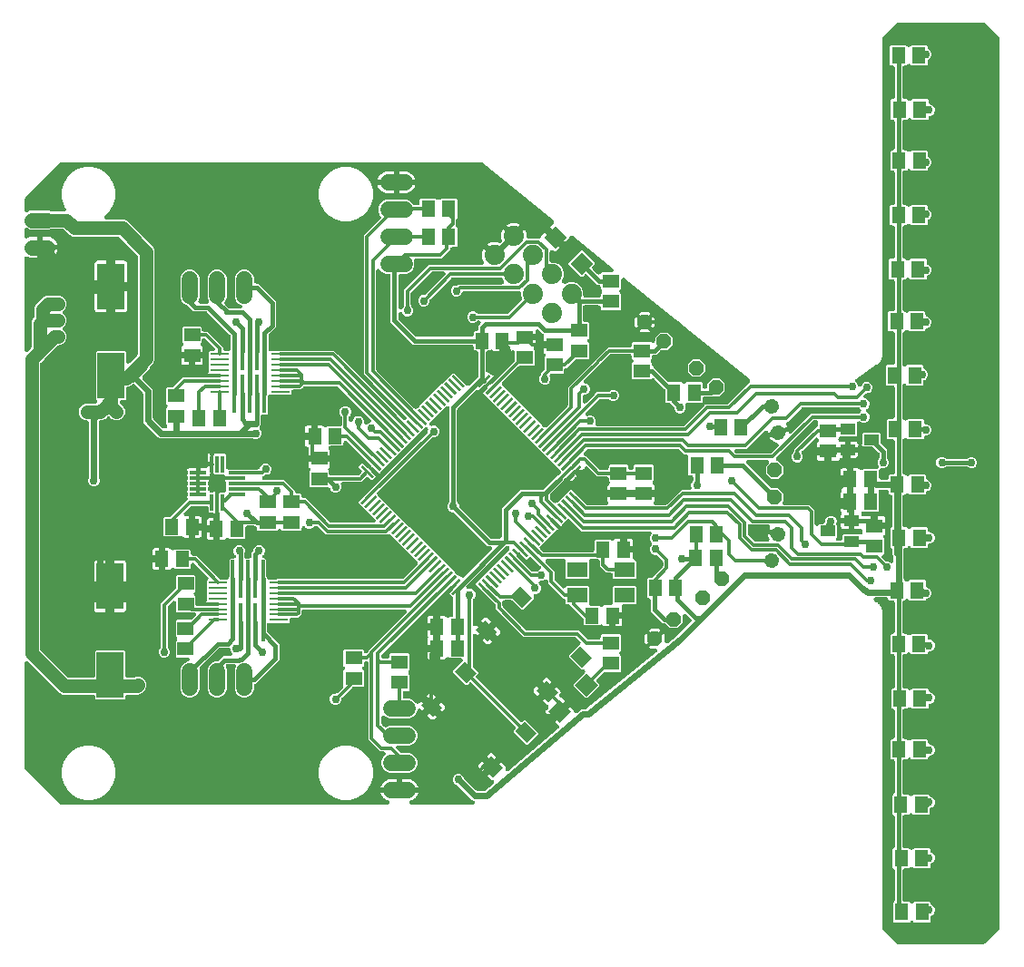
<source format=gbr>
G04 EAGLE Gerber RS-274X export*
G75*
%MOMM*%
%FSLAX34Y34*%
%LPD*%
%INTop Copper*%
%IPPOS*%
%AMOC8*
5,1,8,0,0,1.08239X$1,22.5*%
G01*
%ADD10R,1.300000X1.500000*%
%ADD11R,1.500000X1.300000*%
%ADD12P,1.429621X8X157.500000*%
%ADD13P,1.429621X8X247.500000*%
%ADD14P,1.429621X8X337.500000*%
%ADD15P,1.429621X8X67.500000*%
%ADD16C,1.422400*%
%ADD17R,1.500000X1.500000*%
%ADD18R,1.900000X1.400000*%
%ADD19R,1.400000X1.000000*%
%ADD20R,1.300000X1.600000*%
%ADD21R,1.600000X1.300000*%
%ADD22R,1.550000X1.300000*%
%ADD23R,0.254000X1.473200*%
%ADD24R,1.778000X0.254000*%
%ADD25R,0.304800X3.556000*%
%ADD26R,2.500000X4.300000*%
%ADD27C,1.524000*%
%ADD28R,1.600000X0.300000*%
%ADD29R,0.300000X1.600000*%
%ADD30C,1.508000*%
%ADD31P,1.429621X8X277.500000*%
%ADD32P,1.429621X8X127.500000*%
%ADD33P,1.429621X8X112.500000*%
%ADD34C,1.879600*%
%ADD35C,0.304800*%
%ADD36C,0.756400*%
%ADD37C,0.609600*%
%ADD38C,0.406400*%
%ADD39C,1.270000*%
%ADD40C,0.812800*%

G36*
X328896Y130169D02*
X328896Y130169D01*
X328980Y130168D01*
X329096Y130189D01*
X329212Y130201D01*
X329293Y130225D01*
X329376Y130241D01*
X329485Y130284D01*
X329597Y130319D01*
X329672Y130359D01*
X329750Y130390D01*
X329848Y130455D01*
X329951Y130511D01*
X330016Y130564D01*
X330087Y130611D01*
X330171Y130693D01*
X330261Y130768D01*
X330313Y130834D01*
X330374Y130893D01*
X330439Y130991D01*
X330513Y131082D01*
X330552Y131157D01*
X330599Y131227D01*
X330644Y131335D01*
X330698Y131439D01*
X330722Y131520D01*
X330754Y131598D01*
X330777Y131713D01*
X330810Y131826D01*
X330817Y131910D01*
X330833Y131993D01*
X330833Y132111D01*
X330843Y132228D01*
X330833Y132311D01*
X330833Y132396D01*
X330810Y132511D01*
X330796Y132627D01*
X330770Y132708D01*
X330753Y132790D01*
X330707Y132898D01*
X330671Y133010D01*
X330630Y133084D01*
X330597Y133161D01*
X330531Y133258D01*
X330473Y133361D01*
X330418Y133425D01*
X330371Y133494D01*
X330287Y133577D01*
X330210Y133665D01*
X330143Y133717D01*
X330083Y133776D01*
X329985Y133840D01*
X329892Y133912D01*
X329816Y133950D01*
X329746Y133996D01*
X329608Y134053D01*
X329531Y134092D01*
X329490Y134103D01*
X329439Y134124D01*
X328480Y134436D01*
X327055Y135162D01*
X325761Y136102D01*
X324630Y137233D01*
X323690Y138527D01*
X322964Y139952D01*
X322521Y141313D01*
X339492Y141313D01*
X339510Y141314D01*
X339527Y141313D01*
X339710Y141334D01*
X339892Y141353D01*
X339909Y141358D01*
X339927Y141360D01*
X340005Y141385D01*
X340142Y141346D01*
X340160Y141344D01*
X340177Y141340D01*
X340508Y141313D01*
X357479Y141313D01*
X357036Y139952D01*
X356310Y138527D01*
X355370Y137233D01*
X354239Y136102D01*
X352945Y135162D01*
X351520Y134436D01*
X350561Y134124D01*
X350483Y134090D01*
X350403Y134065D01*
X350299Y134009D01*
X350192Y133962D01*
X350123Y133914D01*
X350049Y133873D01*
X349959Y133798D01*
X349862Y133731D01*
X349804Y133670D01*
X349739Y133616D01*
X349666Y133524D01*
X349585Y133439D01*
X349540Y133368D01*
X349487Y133302D01*
X349433Y133198D01*
X349370Y133098D01*
X349340Y133020D01*
X349302Y132945D01*
X349269Y132832D01*
X349227Y132722D01*
X349213Y132639D01*
X349190Y132558D01*
X349181Y132441D01*
X349161Y132325D01*
X349164Y132241D01*
X349157Y132156D01*
X349171Y132040D01*
X349175Y131922D01*
X349194Y131840D01*
X349204Y131757D01*
X349241Y131645D01*
X349268Y131531D01*
X349303Y131454D01*
X349329Y131374D01*
X349387Y131271D01*
X349436Y131165D01*
X349485Y131097D01*
X349527Y131023D01*
X349604Y130934D01*
X349673Y130839D01*
X349735Y130782D01*
X349790Y130718D01*
X349883Y130647D01*
X349969Y130567D01*
X350042Y130523D01*
X350108Y130472D01*
X350213Y130419D01*
X350314Y130359D01*
X350393Y130330D01*
X350469Y130292D01*
X350582Y130262D01*
X350693Y130222D01*
X350776Y130210D01*
X350857Y130188D01*
X351006Y130176D01*
X351091Y130163D01*
X351133Y130165D01*
X351188Y130161D01*
X408106Y130161D01*
X408111Y130161D01*
X408115Y130161D01*
X408309Y130181D01*
X408507Y130201D01*
X408511Y130202D01*
X408516Y130202D01*
X408703Y130261D01*
X408892Y130319D01*
X408896Y130321D01*
X408900Y130322D01*
X409075Y130418D01*
X409246Y130511D01*
X409249Y130513D01*
X409253Y130516D01*
X409406Y130644D01*
X409555Y130768D01*
X409558Y130772D01*
X409561Y130775D01*
X409685Y130929D01*
X409807Y131082D01*
X409809Y131086D01*
X409812Y131089D01*
X409902Y131265D01*
X409993Y131439D01*
X409994Y131444D01*
X409996Y131448D01*
X410050Y131638D01*
X410104Y131826D01*
X410105Y131831D01*
X410106Y131835D01*
X410121Y132028D01*
X410137Y132228D01*
X410137Y132232D01*
X410137Y132236D01*
X410113Y132430D01*
X410090Y132627D01*
X410089Y132632D01*
X410088Y132636D01*
X410027Y132821D01*
X409965Y133010D01*
X409963Y133014D01*
X409962Y133018D01*
X409865Y133187D01*
X409768Y133361D01*
X409765Y133364D01*
X409762Y133368D01*
X409633Y133517D01*
X409504Y133665D01*
X409501Y133668D01*
X409498Y133672D01*
X409339Y133794D01*
X409186Y133912D01*
X409182Y133914D01*
X409179Y133917D01*
X408884Y134069D01*
X407554Y134619D01*
X405982Y136191D01*
X393956Y148217D01*
X393932Y148237D01*
X393911Y148261D01*
X393776Y148365D01*
X393644Y148473D01*
X393617Y148487D01*
X393592Y148506D01*
X393297Y148658D01*
X391898Y149237D01*
X390405Y150730D01*
X389597Y152680D01*
X389597Y154792D01*
X390405Y156742D01*
X391898Y158235D01*
X393848Y159043D01*
X395960Y159043D01*
X397910Y158235D01*
X399403Y156742D01*
X399982Y155343D01*
X399997Y155316D01*
X400007Y155286D01*
X400092Y155138D01*
X400172Y154988D01*
X400192Y154964D01*
X400208Y154937D01*
X400423Y154684D01*
X411443Y143664D01*
X411464Y143647D01*
X411481Y143626D01*
X411619Y143519D01*
X411755Y143409D01*
X411778Y143396D01*
X411799Y143380D01*
X411956Y143302D01*
X412110Y143220D01*
X412136Y143212D01*
X412160Y143200D01*
X412329Y143155D01*
X412496Y143105D01*
X412523Y143103D01*
X412549Y143096D01*
X412879Y143069D01*
X418992Y143069D01*
X419135Y143083D01*
X419279Y143089D01*
X419335Y143103D01*
X419393Y143109D01*
X419530Y143151D01*
X419670Y143185D01*
X419722Y143210D01*
X419778Y143227D01*
X419904Y143295D01*
X420034Y143356D01*
X420088Y143395D01*
X420132Y143419D01*
X420195Y143472D01*
X420304Y143549D01*
X427582Y149708D01*
X427603Y149729D01*
X427626Y149746D01*
X427743Y149874D01*
X427862Y149997D01*
X427878Y150022D01*
X427898Y150043D01*
X427987Y150191D01*
X428080Y150336D01*
X428091Y150363D01*
X428106Y150388D01*
X428164Y150550D01*
X428226Y150711D01*
X428231Y150740D01*
X428241Y150767D01*
X428266Y150938D01*
X428296Y151107D01*
X428295Y151137D01*
X428299Y151166D01*
X428290Y151338D01*
X428286Y151510D01*
X428279Y151538D01*
X428278Y151568D01*
X428235Y151734D01*
X428197Y151903D01*
X428185Y151929D01*
X428177Y151957D01*
X428103Y152112D01*
X428032Y152270D01*
X428015Y152294D01*
X428002Y152320D01*
X427898Y152457D01*
X427798Y152597D01*
X427776Y152617D01*
X427759Y152641D01*
X427629Y152755D01*
X427504Y152872D01*
X427479Y152888D01*
X427457Y152907D01*
X427308Y152993D01*
X427161Y153084D01*
X427134Y153094D01*
X427108Y153109D01*
X426796Y153220D01*
X426101Y153407D01*
X425521Y153741D01*
X422102Y157160D01*
X427634Y162692D01*
X427645Y162705D01*
X427659Y162717D01*
X427773Y162861D01*
X427889Y163003D01*
X427897Y163019D01*
X427908Y163033D01*
X427992Y163197D01*
X428077Y163359D01*
X428083Y163376D01*
X428091Y163392D01*
X428140Y163569D01*
X428192Y163745D01*
X428194Y163763D01*
X428199Y163780D01*
X428204Y163848D01*
X428338Y163863D01*
X428355Y163868D01*
X428373Y163871D01*
X428547Y163929D01*
X428722Y163984D01*
X428738Y163993D01*
X428755Y163999D01*
X428914Y164091D01*
X429074Y164179D01*
X429088Y164191D01*
X429104Y164200D01*
X429357Y164414D01*
X434888Y169946D01*
X438307Y166527D01*
X438641Y165947D01*
X438815Y165301D01*
X438815Y164632D01*
X438616Y163891D01*
X438585Y163703D01*
X438552Y163516D01*
X438553Y163504D01*
X438551Y163493D01*
X438558Y163303D01*
X438562Y163113D01*
X438565Y163102D01*
X438565Y163091D01*
X438609Y162906D01*
X438651Y162721D01*
X438656Y162710D01*
X438659Y162699D01*
X438739Y162526D01*
X438816Y162353D01*
X438823Y162344D01*
X438828Y162334D01*
X438940Y162181D01*
X439050Y162026D01*
X439059Y162018D01*
X439065Y162009D01*
X439206Y161881D01*
X439345Y161751D01*
X439354Y161745D01*
X439363Y161737D01*
X439524Y161640D01*
X439687Y161539D01*
X439698Y161535D01*
X439707Y161529D01*
X439885Y161466D01*
X440065Y161399D01*
X440076Y161398D01*
X440087Y161394D01*
X440274Y161366D01*
X440462Y161337D01*
X440474Y161337D01*
X440485Y161336D01*
X440675Y161346D01*
X440865Y161354D01*
X440876Y161357D01*
X440887Y161357D01*
X441072Y161405D01*
X441256Y161450D01*
X441266Y161455D01*
X441277Y161458D01*
X441449Y161541D01*
X441620Y161621D01*
X441630Y161628D01*
X441639Y161633D01*
X441687Y161670D01*
X441890Y161814D01*
X488377Y201149D01*
X488492Y201268D01*
X488612Y201384D01*
X488632Y201413D01*
X488657Y201438D01*
X488746Y201578D01*
X488841Y201715D01*
X488855Y201748D01*
X488874Y201777D01*
X488935Y201932D01*
X489001Y202085D01*
X489008Y202119D01*
X489021Y202152D01*
X489049Y202316D01*
X489084Y202479D01*
X489084Y202514D01*
X489090Y202549D01*
X489086Y202715D01*
X489088Y202881D01*
X489081Y202916D01*
X489080Y202951D01*
X489043Y203113D01*
X489012Y203277D01*
X488999Y203310D01*
X488991Y203344D01*
X488923Y203495D01*
X488860Y203650D01*
X488840Y203679D01*
X488826Y203711D01*
X488729Y203846D01*
X488637Y203985D01*
X488612Y204010D01*
X488592Y204039D01*
X488471Y204152D01*
X488353Y204270D01*
X488320Y204293D01*
X488298Y204314D01*
X488224Y204359D01*
X488080Y204459D01*
X488044Y204480D01*
X485155Y207369D01*
X491040Y213254D01*
X491051Y213267D01*
X491065Y213279D01*
X491179Y213423D01*
X491295Y213565D01*
X491303Y213581D01*
X491314Y213595D01*
X491397Y213758D01*
X491484Y213921D01*
X491489Y213938D01*
X491497Y213954D01*
X491546Y214131D01*
X491598Y214307D01*
X491600Y214324D01*
X491605Y214342D01*
X491618Y214525D01*
X491635Y214708D01*
X491633Y214725D01*
X491634Y214743D01*
X491611Y214925D01*
X491591Y215108D01*
X491586Y215125D01*
X491584Y215143D01*
X491583Y215145D01*
X491650Y215125D01*
X491668Y215123D01*
X491685Y215119D01*
X491868Y215105D01*
X492051Y215089D01*
X492069Y215090D01*
X492087Y215089D01*
X492269Y215112D01*
X492451Y215132D01*
X492468Y215137D01*
X492486Y215140D01*
X492660Y215198D01*
X492835Y215253D01*
X492851Y215262D01*
X492868Y215268D01*
X493027Y215360D01*
X493188Y215448D01*
X493201Y215460D01*
X493217Y215469D01*
X493470Y215683D01*
X499355Y221568D01*
X502243Y218680D01*
X502578Y218100D01*
X502789Y217314D01*
X502791Y217291D01*
X502828Y217170D01*
X502856Y217047D01*
X502887Y216978D01*
X502909Y216906D01*
X502969Y216795D01*
X503021Y216680D01*
X503065Y216618D01*
X503101Y216552D01*
X503181Y216455D01*
X503255Y216353D01*
X503310Y216301D01*
X503359Y216243D01*
X503457Y216164D01*
X503549Y216078D01*
X503613Y216038D01*
X503672Y215990D01*
X503784Y215932D01*
X503891Y215866D01*
X503963Y215840D01*
X504030Y215805D01*
X504151Y215770D01*
X504269Y215726D01*
X504344Y215714D01*
X504416Y215693D01*
X504542Y215683D01*
X504667Y215664D01*
X504742Y215667D01*
X504818Y215661D01*
X504943Y215675D01*
X505069Y215681D01*
X505142Y215699D01*
X505218Y215708D01*
X505338Y215747D01*
X505460Y215777D01*
X505528Y215809D01*
X505600Y215832D01*
X505710Y215894D01*
X505824Y215948D01*
X505896Y215999D01*
X505951Y216030D01*
X506007Y216078D01*
X506094Y216141D01*
X508146Y217877D01*
X508194Y217927D01*
X508270Y217991D01*
X508747Y218468D01*
X508872Y218527D01*
X508921Y218562D01*
X508962Y218584D01*
X509021Y218633D01*
X509655Y218835D01*
X509718Y218863D01*
X509813Y218893D01*
X510436Y219151D01*
X510574Y219158D01*
X510633Y219171D01*
X510679Y219176D01*
X510752Y219198D01*
X511415Y219143D01*
X511484Y219144D01*
X511584Y219136D01*
X513293Y219136D01*
X513415Y219148D01*
X513538Y219151D01*
X513615Y219168D01*
X513694Y219176D01*
X513811Y219212D01*
X513931Y219239D01*
X514003Y219271D01*
X514078Y219294D01*
X514186Y219353D01*
X514298Y219402D01*
X514375Y219455D01*
X514433Y219486D01*
X514487Y219531D01*
X514572Y219590D01*
X579711Y272416D01*
X579792Y272497D01*
X579880Y272570D01*
X579935Y272638D01*
X579997Y272699D01*
X580061Y272795D01*
X580133Y272884D01*
X580173Y272961D01*
X580222Y273034D01*
X580266Y273140D01*
X580318Y273241D01*
X580342Y273325D01*
X580376Y273406D01*
X580398Y273518D01*
X580430Y273628D01*
X580437Y273715D01*
X580454Y273801D01*
X580453Y273915D01*
X580462Y274029D01*
X580452Y274116D01*
X580452Y274203D01*
X580429Y274316D01*
X580416Y274429D01*
X580389Y274512D01*
X580371Y274598D01*
X580326Y274703D01*
X580291Y274812D01*
X580248Y274888D01*
X580214Y274968D01*
X580149Y275063D01*
X580093Y275163D01*
X580036Y275229D01*
X579987Y275301D01*
X579904Y275381D01*
X579830Y275467D01*
X579761Y275521D01*
X579698Y275582D01*
X579602Y275644D01*
X579512Y275714D01*
X579433Y275753D01*
X579360Y275800D01*
X579254Y275842D01*
X579151Y275893D01*
X579067Y275916D01*
X578986Y275948D01*
X578873Y275968D01*
X578762Y275998D01*
X578659Y276006D01*
X578589Y276019D01*
X578524Y276017D01*
X578432Y276025D01*
X574282Y276025D01*
X573040Y277267D01*
X579506Y283733D01*
X579506Y283734D01*
X585972Y290200D01*
X587214Y288958D01*
X587214Y282764D01*
X587225Y282659D01*
X587225Y282554D01*
X587245Y282459D01*
X587254Y282363D01*
X587285Y282263D01*
X587306Y282160D01*
X587344Y282071D01*
X587372Y281978D01*
X587422Y281886D01*
X587463Y281789D01*
X587518Y281709D01*
X587564Y281624D01*
X587631Y281544D01*
X587691Y281457D01*
X587760Y281389D01*
X587822Y281315D01*
X587904Y281249D01*
X587979Y281176D01*
X588060Y281123D01*
X588136Y281063D01*
X588229Y281014D01*
X588317Y280957D01*
X588407Y280922D01*
X588493Y280877D01*
X588594Y280848D01*
X588692Y280810D01*
X588787Y280793D01*
X588880Y280766D01*
X588985Y280757D01*
X589088Y280739D01*
X589185Y280741D01*
X589281Y280733D01*
X589386Y280745D01*
X589490Y280747D01*
X589585Y280769D01*
X589681Y280780D01*
X589781Y280812D01*
X589883Y280835D01*
X589972Y280875D01*
X590064Y280905D01*
X590155Y280956D01*
X590251Y280999D01*
X590347Y281065D01*
X590414Y281103D01*
X590459Y281141D01*
X590525Y281186D01*
X598708Y287823D01*
X598767Y287880D01*
X598865Y287964D01*
X611747Y300846D01*
X611759Y300861D01*
X611774Y300873D01*
X611887Y301017D01*
X612002Y301158D01*
X612011Y301174D01*
X612023Y301189D01*
X612106Y301353D01*
X612191Y301513D01*
X612196Y301531D01*
X612205Y301548D01*
X612254Y301724D01*
X612306Y301899D01*
X612307Y301918D01*
X612313Y301936D01*
X612326Y302118D01*
X612342Y302300D01*
X612340Y302319D01*
X612341Y302338D01*
X612318Y302519D01*
X612299Y302700D01*
X612293Y302718D01*
X612291Y302737D01*
X612233Y302909D01*
X612177Y303084D01*
X612168Y303101D01*
X612162Y303119D01*
X612071Y303277D01*
X611982Y303437D01*
X611970Y303451D01*
X611961Y303467D01*
X611746Y303720D01*
X611732Y303734D01*
X607627Y307840D01*
X607620Y307845D01*
X607614Y307852D01*
X607464Y307972D01*
X607315Y308095D01*
X607307Y308099D01*
X607300Y308104D01*
X607130Y308193D01*
X606959Y308283D01*
X606951Y308286D01*
X606943Y308290D01*
X606758Y308343D01*
X606573Y308398D01*
X606565Y308399D01*
X606556Y308401D01*
X606365Y308417D01*
X606172Y308434D01*
X606163Y308433D01*
X606155Y308434D01*
X605966Y308412D01*
X605772Y308391D01*
X605764Y308388D01*
X605755Y308387D01*
X605573Y308328D01*
X605388Y308269D01*
X605381Y308265D01*
X605372Y308262D01*
X605204Y308167D01*
X605036Y308075D01*
X605029Y308069D01*
X605021Y308064D01*
X604876Y307939D01*
X604729Y307814D01*
X604723Y307807D01*
X604717Y307801D01*
X604599Y307650D01*
X604479Y307498D01*
X604475Y307490D01*
X604470Y307483D01*
X604384Y307311D01*
X604297Y307139D01*
X604295Y307131D01*
X604291Y307123D01*
X604240Y306935D01*
X604189Y306751D01*
X604188Y306743D01*
X604186Y306734D01*
X604159Y306403D01*
X604159Y299763D01*
X599397Y295002D01*
X592663Y295002D01*
X588686Y298979D01*
X588665Y298996D01*
X588648Y299016D01*
X588510Y299123D01*
X588375Y299234D01*
X588351Y299246D01*
X588330Y299263D01*
X588173Y299341D01*
X588019Y299422D01*
X587993Y299430D01*
X587969Y299442D01*
X587800Y299487D01*
X587633Y299537D01*
X587606Y299539D01*
X587581Y299546D01*
X587250Y299574D01*
X585412Y299574D01*
X574227Y310759D01*
X574227Y320996D01*
X574225Y321014D01*
X574227Y321032D01*
X574206Y321214D01*
X574187Y321397D01*
X574182Y321414D01*
X574180Y321431D01*
X574123Y321606D01*
X574069Y321782D01*
X574061Y321797D01*
X574055Y321814D01*
X573965Y321974D01*
X573877Y322136D01*
X573866Y322149D01*
X573857Y322165D01*
X573737Y322304D01*
X573620Y322445D01*
X573606Y322456D01*
X573594Y322470D01*
X573449Y322582D01*
X573306Y322697D01*
X573290Y322705D01*
X573276Y322716D01*
X573111Y322798D01*
X572949Y322883D01*
X572932Y322888D01*
X572916Y322896D01*
X572737Y322943D01*
X572562Y322994D01*
X572544Y322996D01*
X572527Y323000D01*
X572196Y323027D01*
X571566Y323027D01*
X570673Y323920D01*
X570673Y341184D01*
X571566Y342077D01*
X575044Y342077D01*
X575070Y342079D01*
X575097Y342077D01*
X575271Y342099D01*
X575444Y342117D01*
X575470Y342124D01*
X575497Y342128D01*
X575662Y342184D01*
X575829Y342235D01*
X575853Y342248D01*
X575878Y342256D01*
X576030Y342343D01*
X576183Y342427D01*
X576204Y342444D01*
X576227Y342457D01*
X576480Y342672D01*
X585316Y351508D01*
X585333Y351529D01*
X585354Y351546D01*
X585461Y351684D01*
X585571Y351819D01*
X585584Y351843D01*
X585600Y351864D01*
X585678Y352021D01*
X585760Y352175D01*
X585768Y352201D01*
X585780Y352225D01*
X585825Y352394D01*
X585875Y352561D01*
X585877Y352588D01*
X585884Y352613D01*
X585911Y352944D01*
X585911Y356356D01*
X585909Y356382D01*
X585911Y356409D01*
X585889Y356583D01*
X585871Y356756D01*
X585864Y356782D01*
X585860Y356809D01*
X585805Y356974D01*
X585753Y357141D01*
X585740Y357165D01*
X585732Y357190D01*
X585645Y357342D01*
X585561Y357495D01*
X585544Y357516D01*
X585531Y357539D01*
X585316Y357792D01*
X580390Y362718D01*
X580369Y362735D01*
X580352Y362756D01*
X580214Y362863D01*
X580079Y362973D01*
X580055Y362986D01*
X580034Y363002D01*
X579877Y363080D01*
X579723Y363162D01*
X579697Y363170D01*
X579673Y363182D01*
X579504Y363227D01*
X579337Y363277D01*
X579310Y363279D01*
X579285Y363286D01*
X578954Y363313D01*
X577744Y363313D01*
X575794Y364121D01*
X574301Y365614D01*
X573493Y367564D01*
X573493Y369676D01*
X574301Y371626D01*
X574939Y372264D01*
X574950Y372278D01*
X574964Y372289D01*
X575078Y372433D01*
X575194Y372575D01*
X575202Y372591D01*
X575213Y372605D01*
X575297Y372769D01*
X575383Y372931D01*
X575388Y372948D01*
X575396Y372964D01*
X575445Y373141D01*
X575497Y373317D01*
X575499Y373335D01*
X575504Y373352D01*
X575517Y373535D01*
X575534Y373718D01*
X575532Y373736D01*
X575533Y373753D01*
X575510Y373934D01*
X575490Y374118D01*
X575485Y374135D01*
X575483Y374153D01*
X575424Y374326D01*
X575369Y374502D01*
X575360Y374518D01*
X575354Y374534D01*
X575262Y374694D01*
X575174Y374854D01*
X575162Y374868D01*
X575153Y374883D01*
X574939Y375136D01*
X574301Y375774D01*
X573493Y377724D01*
X573493Y379836D01*
X574301Y381786D01*
X574431Y381916D01*
X574437Y381923D01*
X574443Y381928D01*
X574563Y382078D01*
X574686Y382227D01*
X574690Y382235D01*
X574696Y382242D01*
X574784Y382412D01*
X574875Y382583D01*
X574877Y382591D01*
X574881Y382599D01*
X574935Y382785D01*
X574989Y382969D01*
X574990Y382978D01*
X574993Y382986D01*
X575008Y383178D01*
X575026Y383370D01*
X575025Y383379D01*
X575025Y383388D01*
X575003Y383578D01*
X574982Y383770D01*
X574980Y383779D01*
X574979Y383787D01*
X574919Y383971D01*
X574861Y384154D01*
X574857Y384162D01*
X574854Y384170D01*
X574759Y384339D01*
X574666Y384506D01*
X574660Y384513D01*
X574656Y384521D01*
X574530Y384666D01*
X574406Y384813D01*
X574398Y384819D01*
X574393Y384826D01*
X574242Y384943D01*
X574090Y385063D01*
X574082Y385067D01*
X574075Y385072D01*
X573902Y385158D01*
X573731Y385245D01*
X573722Y385248D01*
X573714Y385252D01*
X573527Y385302D01*
X573343Y385353D01*
X573334Y385354D01*
X573325Y385356D01*
X572995Y385383D01*
X509545Y385383D01*
X507165Y387764D01*
X498799Y396129D01*
X498785Y396141D01*
X498774Y396154D01*
X498630Y396268D01*
X498488Y396384D01*
X498472Y396393D01*
X498458Y396404D01*
X498294Y396487D01*
X498132Y396573D01*
X498115Y396578D01*
X498099Y396586D01*
X497922Y396636D01*
X497746Y396688D01*
X497728Y396689D01*
X497711Y396694D01*
X497528Y396708D01*
X497345Y396724D01*
X497327Y396722D01*
X497310Y396724D01*
X497127Y396701D01*
X496945Y396681D01*
X496928Y396675D01*
X496910Y396673D01*
X496736Y396615D01*
X496561Y396559D01*
X496545Y396551D01*
X496529Y396545D01*
X496370Y396453D01*
X496209Y396365D01*
X496195Y396353D01*
X496180Y396344D01*
X495927Y396129D01*
X493987Y394190D01*
X491878Y392080D01*
X491861Y392060D01*
X491840Y392042D01*
X491733Y391904D01*
X491623Y391769D01*
X491610Y391745D01*
X491594Y391724D01*
X491516Y391567D01*
X491434Y391413D01*
X491426Y391388D01*
X491414Y391364D01*
X491369Y391194D01*
X491319Y391027D01*
X491317Y391001D01*
X491310Y390975D01*
X491297Y390820D01*
X491110Y390120D01*
X490996Y389924D01*
X485560Y395360D01*
X485559Y395361D01*
X484072Y396848D01*
X484058Y396859D01*
X484047Y396872D01*
X483902Y396987D01*
X483760Y397103D01*
X483745Y397111D01*
X483731Y397122D01*
X483567Y397205D01*
X483405Y397291D01*
X483388Y397296D01*
X483372Y397304D01*
X483195Y397354D01*
X483019Y397406D01*
X483001Y397408D01*
X482984Y397412D01*
X482801Y397426D01*
X482618Y397442D01*
X482600Y397440D01*
X482582Y397442D01*
X482400Y397419D01*
X482218Y397399D01*
X482201Y397394D01*
X482183Y397391D01*
X482009Y397333D01*
X481834Y397278D01*
X481818Y397269D01*
X481801Y397263D01*
X481642Y397172D01*
X481481Y397083D01*
X481468Y397071D01*
X481452Y397062D01*
X481199Y396848D01*
X481188Y396834D01*
X481174Y396822D01*
X481171Y396818D01*
X481060Y396678D01*
X480944Y396536D01*
X480936Y396520D01*
X480925Y396506D01*
X480841Y396342D01*
X480756Y396180D01*
X480750Y396163D01*
X480742Y396147D01*
X480724Y396082D01*
X480693Y395969D01*
X480641Y395794D01*
X480639Y395777D01*
X480634Y395759D01*
X480621Y395576D01*
X480604Y395393D01*
X480606Y395376D01*
X480605Y395358D01*
X480628Y395176D01*
X480648Y394993D01*
X480653Y394976D01*
X480655Y394958D01*
X480714Y394785D01*
X480769Y394609D01*
X480778Y394594D01*
X480784Y394577D01*
X480875Y394418D01*
X480964Y394257D01*
X480976Y394243D01*
X480985Y394228D01*
X481199Y393975D01*
X482686Y392489D01*
X482687Y392487D01*
X488123Y387051D01*
X487926Y386937D01*
X487214Y386746D01*
X487176Y386742D01*
X487002Y386724D01*
X486977Y386716D01*
X486950Y386713D01*
X486784Y386657D01*
X486617Y386606D01*
X486594Y386593D01*
X486568Y386585D01*
X486417Y386497D01*
X486263Y386414D01*
X486243Y386397D01*
X486219Y386384D01*
X485966Y386169D01*
X480265Y380468D01*
X480265Y380467D01*
X476386Y376589D01*
X476386Y376588D01*
X471321Y371523D01*
X471309Y371510D01*
X471296Y371498D01*
X471182Y371354D01*
X471066Y371212D01*
X471057Y371196D01*
X471046Y371182D01*
X470962Y371017D01*
X470877Y370856D01*
X470872Y370839D01*
X470864Y370823D01*
X470814Y370646D01*
X470762Y370470D01*
X470761Y370453D01*
X470756Y370435D01*
X470742Y370251D01*
X470726Y370069D01*
X470728Y370052D01*
X470726Y370034D01*
X470749Y369852D01*
X470769Y369669D01*
X470775Y369652D01*
X470777Y369634D01*
X470835Y369461D01*
X470891Y369285D01*
X470899Y369270D01*
X470905Y369253D01*
X470997Y369094D01*
X471086Y368933D01*
X471097Y368919D01*
X471106Y368904D01*
X471321Y368651D01*
X473616Y366356D01*
X473625Y366348D01*
X473629Y366343D01*
X473639Y366335D01*
X473654Y366318D01*
X473792Y366212D01*
X473927Y366101D01*
X473951Y366088D01*
X473972Y366072D01*
X474128Y365994D01*
X474283Y365912D01*
X474309Y365904D01*
X474333Y365892D01*
X474502Y365847D01*
X474669Y365797D01*
X474696Y365795D01*
X474721Y365788D01*
X475052Y365761D01*
X519752Y365761D01*
X519770Y365763D01*
X519788Y365761D01*
X519970Y365782D01*
X520153Y365801D01*
X520170Y365806D01*
X520187Y365808D01*
X520362Y365865D01*
X520538Y365919D01*
X520553Y365927D01*
X520570Y365933D01*
X520730Y366023D01*
X520892Y366111D01*
X520905Y366122D01*
X520921Y366131D01*
X521060Y366251D01*
X521201Y366368D01*
X521212Y366382D01*
X521226Y366394D01*
X521338Y366538D01*
X521453Y366682D01*
X521461Y366698D01*
X521472Y366712D01*
X521554Y366877D01*
X521639Y367039D01*
X521644Y367056D01*
X521652Y367072D01*
X521699Y367251D01*
X521750Y367426D01*
X521752Y367444D01*
X521756Y367461D01*
X521783Y367792D01*
X521783Y376620D01*
X522676Y377513D01*
X536940Y377513D01*
X537169Y377283D01*
X537233Y377231D01*
X537290Y377171D01*
X537389Y377103D01*
X537481Y377028D01*
X537554Y376989D01*
X537622Y376942D01*
X537731Y376895D01*
X537836Y376839D01*
X537916Y376816D01*
X537991Y376783D01*
X538108Y376758D01*
X538222Y376724D01*
X538305Y376717D01*
X538385Y376700D01*
X538505Y376699D01*
X538623Y376688D01*
X538705Y376697D01*
X538788Y376696D01*
X538905Y376719D01*
X539024Y376731D01*
X539102Y376756D01*
X539183Y376772D01*
X539294Y376817D01*
X539407Y376853D01*
X539480Y376893D01*
X539556Y376924D01*
X539655Y376990D01*
X539760Y377048D01*
X539823Y377101D01*
X539891Y377147D01*
X539976Y377231D01*
X540067Y377308D01*
X540118Y377373D01*
X540176Y377431D01*
X540217Y377490D01*
X540748Y378021D01*
X541327Y378356D01*
X541973Y378529D01*
X545559Y378529D01*
X545559Y369706D01*
X545560Y369688D01*
X545559Y369671D01*
X545580Y369488D01*
X545599Y369306D01*
X545604Y369289D01*
X545606Y369271D01*
X545663Y369096D01*
X545717Y368921D01*
X545725Y368905D01*
X545731Y368888D01*
X545821Y368728D01*
X545908Y368567D01*
X545920Y368553D01*
X545929Y368537D01*
X546049Y368398D01*
X546166Y368257D01*
X546180Y368246D01*
X546192Y368233D01*
X546337Y368120D01*
X546480Y368005D01*
X546496Y367997D01*
X546510Y367986D01*
X546675Y367904D01*
X546837Y367820D01*
X546854Y367815D01*
X546870Y367807D01*
X547049Y367759D01*
X547224Y367708D01*
X547242Y367707D01*
X547259Y367702D01*
X547590Y367675D01*
X547995Y367675D01*
X547995Y367270D01*
X547997Y367252D01*
X547995Y367234D01*
X548017Y367052D01*
X548035Y366869D01*
X548040Y366852D01*
X548042Y366835D01*
X548099Y366660D01*
X548153Y366484D01*
X548161Y366469D01*
X548167Y366452D01*
X548257Y366292D01*
X548345Y366130D01*
X548356Y366117D01*
X548365Y366101D01*
X548485Y365962D01*
X548603Y365821D01*
X548616Y365810D01*
X548628Y365796D01*
X548773Y365684D01*
X548916Y365569D01*
X548932Y365561D01*
X548946Y365550D01*
X549111Y365468D01*
X549274Y365383D01*
X549291Y365378D01*
X549307Y365370D01*
X549485Y365322D01*
X549660Y365272D01*
X549678Y365270D01*
X549695Y365266D01*
X550026Y365239D01*
X557849Y365239D01*
X557849Y360623D01*
X557829Y360554D01*
X557819Y360434D01*
X557800Y360317D01*
X557803Y360234D01*
X557796Y360152D01*
X557810Y360034D01*
X557814Y359914D01*
X557833Y359834D01*
X557843Y359753D01*
X557880Y359639D01*
X557908Y359523D01*
X557942Y359448D01*
X557968Y359370D01*
X558027Y359265D01*
X558077Y359157D01*
X558125Y359091D01*
X558166Y359019D01*
X558244Y358929D01*
X558314Y358832D01*
X558375Y358777D01*
X558429Y358714D01*
X558523Y358641D01*
X558611Y358560D01*
X558682Y358518D01*
X558747Y358468D01*
X558854Y358414D01*
X558956Y358353D01*
X559034Y358325D01*
X559107Y358288D01*
X559223Y358257D01*
X559335Y358217D01*
X559417Y358205D01*
X559496Y358184D01*
X559648Y358171D01*
X559734Y358159D01*
X559774Y358161D01*
X559827Y358157D01*
X560132Y358157D01*
X561025Y357264D01*
X561025Y342000D01*
X560132Y341107D01*
X539868Y341107D01*
X538975Y342000D01*
X538975Y344552D01*
X538973Y344570D01*
X538975Y344588D01*
X538954Y344770D01*
X538935Y344953D01*
X538930Y344970D01*
X538928Y344987D01*
X538871Y345162D01*
X538817Y345338D01*
X538809Y345353D01*
X538803Y345370D01*
X538713Y345530D01*
X538625Y345692D01*
X538614Y345705D01*
X538605Y345721D01*
X538485Y345860D01*
X538368Y346001D01*
X538354Y346012D01*
X538342Y346026D01*
X538197Y346138D01*
X538054Y346253D01*
X538038Y346261D01*
X538024Y346272D01*
X537859Y346354D01*
X537697Y346439D01*
X537680Y346444D01*
X537664Y346452D01*
X537485Y346499D01*
X537310Y346550D01*
X537292Y346552D01*
X537275Y346556D01*
X536944Y346583D01*
X533025Y346583D01*
X526759Y352849D01*
X526759Y357432D01*
X526757Y357450D01*
X526759Y357468D01*
X526738Y357650D01*
X526719Y357833D01*
X526714Y357850D01*
X526712Y357867D01*
X526655Y358042D01*
X526601Y358218D01*
X526593Y358233D01*
X526587Y358250D01*
X526497Y358410D01*
X526409Y358572D01*
X526398Y358585D01*
X526389Y358601D01*
X526269Y358740D01*
X526152Y358881D01*
X526138Y358892D01*
X526126Y358906D01*
X525981Y359018D01*
X525838Y359133D01*
X525822Y359141D01*
X525808Y359152D01*
X525643Y359234D01*
X525481Y359319D01*
X525464Y359324D01*
X525448Y359332D01*
X525269Y359379D01*
X525094Y359430D01*
X525076Y359432D01*
X525059Y359436D01*
X524728Y359463D01*
X522496Y359463D01*
X522404Y359512D01*
X522379Y359520D01*
X522355Y359532D01*
X522185Y359577D01*
X522018Y359627D01*
X521992Y359629D01*
X521966Y359636D01*
X521635Y359663D01*
X519056Y359663D01*
X519038Y359661D01*
X519020Y359663D01*
X518838Y359642D01*
X518655Y359623D01*
X518638Y359618D01*
X518621Y359616D01*
X518446Y359559D01*
X518270Y359505D01*
X518255Y359497D01*
X518238Y359491D01*
X518078Y359401D01*
X517916Y359313D01*
X517903Y359302D01*
X517887Y359293D01*
X517748Y359173D01*
X517607Y359056D01*
X517596Y359042D01*
X517582Y359030D01*
X517470Y358885D01*
X517355Y358742D01*
X517347Y358726D01*
X517336Y358712D01*
X517254Y358547D01*
X517169Y358385D01*
X517164Y358368D01*
X517156Y358352D01*
X517109Y358173D01*
X517058Y357998D01*
X517056Y357980D01*
X517052Y357963D01*
X517025Y357632D01*
X517025Y342000D01*
X516132Y341107D01*
X495868Y341107D01*
X494975Y342000D01*
X494975Y357632D01*
X494973Y357650D01*
X494975Y357668D01*
X494954Y357850D01*
X494935Y358033D01*
X494930Y358050D01*
X494928Y358067D01*
X494871Y358242D01*
X494817Y358418D01*
X494809Y358433D01*
X494803Y358450D01*
X494713Y358610D01*
X494625Y358772D01*
X494614Y358785D01*
X494605Y358801D01*
X494486Y358939D01*
X494368Y359081D01*
X494354Y359092D01*
X494342Y359106D01*
X494197Y359218D01*
X494054Y359333D01*
X494038Y359341D01*
X494024Y359352D01*
X493859Y359434D01*
X493697Y359519D01*
X493680Y359524D01*
X493664Y359532D01*
X493485Y359579D01*
X493310Y359630D01*
X493292Y359632D01*
X493275Y359636D01*
X492944Y359663D01*
X478028Y359663D01*
X478019Y359662D01*
X478010Y359663D01*
X477817Y359642D01*
X477627Y359623D01*
X477619Y359621D01*
X477610Y359620D01*
X477425Y359561D01*
X477242Y359505D01*
X477235Y359501D01*
X477226Y359498D01*
X477058Y359405D01*
X476888Y359313D01*
X476881Y359308D01*
X476874Y359303D01*
X476727Y359179D01*
X476579Y359056D01*
X476574Y359049D01*
X476567Y359043D01*
X476447Y358891D01*
X476327Y358742D01*
X476323Y358734D01*
X476317Y358727D01*
X476229Y358554D01*
X476141Y358385D01*
X476139Y358376D01*
X476135Y358368D01*
X476082Y358180D01*
X476030Y357998D01*
X476029Y357989D01*
X476027Y357980D01*
X476013Y357787D01*
X475997Y357596D01*
X475998Y357588D01*
X475997Y357579D01*
X476022Y357385D01*
X476044Y357197D01*
X476047Y357188D01*
X476048Y357179D01*
X476109Y356997D01*
X476169Y356814D01*
X476173Y356806D01*
X476176Y356798D01*
X476272Y356631D01*
X476367Y356463D01*
X476372Y356456D01*
X476377Y356449D01*
X476592Y356196D01*
X482252Y350535D01*
X484633Y348155D01*
X484633Y340432D01*
X484635Y340406D01*
X484633Y340379D01*
X484655Y340205D01*
X484673Y340032D01*
X484680Y340006D01*
X484684Y339979D01*
X484739Y339814D01*
X484791Y339647D01*
X484804Y339623D01*
X484812Y339598D01*
X484899Y339446D01*
X484983Y339293D01*
X485000Y339272D01*
X485013Y339249D01*
X485228Y338996D01*
X491531Y332692D01*
X491545Y332681D01*
X491557Y332667D01*
X491701Y332553D01*
X491843Y332437D01*
X491859Y332429D01*
X491873Y332418D01*
X492037Y332334D01*
X492199Y332249D01*
X492216Y332243D01*
X492232Y332235D01*
X492409Y332186D01*
X492584Y332134D01*
X492602Y332132D01*
X492619Y332127D01*
X492803Y332114D01*
X492985Y332097D01*
X493003Y332099D01*
X493021Y332098D01*
X493203Y332121D01*
X493386Y332141D01*
X493403Y332146D01*
X493420Y332148D01*
X493594Y332207D01*
X493769Y332262D01*
X493785Y332271D01*
X493802Y332277D01*
X493962Y332368D01*
X494122Y332457D01*
X494135Y332469D01*
X494151Y332478D01*
X494404Y332692D01*
X495868Y334157D01*
X516132Y334157D01*
X517025Y333264D01*
X517025Y317700D01*
X517027Y317682D01*
X517025Y317664D01*
X517046Y317482D01*
X517065Y317299D01*
X517070Y317282D01*
X517072Y317265D01*
X517129Y317090D01*
X517183Y316914D01*
X517191Y316899D01*
X517197Y316882D01*
X517287Y316722D01*
X517375Y316560D01*
X517386Y316547D01*
X517395Y316531D01*
X517515Y316392D01*
X517632Y316251D01*
X517646Y316240D01*
X517658Y316226D01*
X517803Y316114D01*
X517946Y315999D01*
X517962Y315991D01*
X517976Y315980D01*
X518141Y315898D01*
X518303Y315813D01*
X518320Y315808D01*
X518336Y315800D01*
X518515Y315753D01*
X518690Y315702D01*
X518708Y315700D01*
X518725Y315696D01*
X519056Y315669D01*
X526648Y315669D01*
X526877Y315439D01*
X526941Y315387D01*
X526998Y315327D01*
X527097Y315259D01*
X527189Y315184D01*
X527262Y315145D01*
X527330Y315098D01*
X527439Y315051D01*
X527544Y314995D01*
X527624Y314972D01*
X527699Y314939D01*
X527816Y314914D01*
X527930Y314880D01*
X528013Y314873D01*
X528093Y314856D01*
X528213Y314855D01*
X528331Y314844D01*
X528413Y314853D01*
X528496Y314852D01*
X528613Y314875D01*
X528732Y314887D01*
X528810Y314912D01*
X528891Y314928D01*
X529002Y314973D01*
X529115Y315009D01*
X529188Y315049D01*
X529264Y315080D01*
X529363Y315146D01*
X529468Y315204D01*
X529531Y315257D01*
X529599Y315303D01*
X529684Y315387D01*
X529775Y315464D01*
X529826Y315529D01*
X529884Y315587D01*
X529925Y315646D01*
X530456Y316177D01*
X531035Y316512D01*
X531681Y316685D01*
X536944Y316685D01*
X536962Y316687D01*
X536980Y316685D01*
X537162Y316706D01*
X537345Y316725D01*
X537362Y316730D01*
X537379Y316732D01*
X537554Y316789D01*
X537730Y316843D01*
X537745Y316851D01*
X537762Y316857D01*
X537922Y316947D01*
X538084Y317035D01*
X538097Y317046D01*
X538113Y317055D01*
X538252Y317175D01*
X538393Y317292D01*
X538404Y317306D01*
X538418Y317318D01*
X538530Y317463D01*
X538645Y317606D01*
X538653Y317622D01*
X538664Y317636D01*
X538746Y317801D01*
X538831Y317963D01*
X538836Y317980D01*
X538844Y317996D01*
X538891Y318175D01*
X538942Y318350D01*
X538944Y318368D01*
X538948Y318385D01*
X538975Y318716D01*
X538975Y333264D01*
X539868Y334157D01*
X560132Y334157D01*
X561025Y333264D01*
X561025Y318000D01*
X560132Y317107D01*
X549500Y317107D01*
X549418Y317099D01*
X549336Y317101D01*
X549218Y317079D01*
X549099Y317067D01*
X549020Y317043D01*
X548939Y317029D01*
X548828Y316984D01*
X548714Y316949D01*
X548642Y316910D01*
X548565Y316880D01*
X548465Y316814D01*
X548360Y316757D01*
X548297Y316705D01*
X548228Y316660D01*
X548142Y316576D01*
X548051Y316500D01*
X547999Y316436D01*
X547940Y316378D01*
X547873Y316279D01*
X547798Y316186D01*
X547760Y316113D01*
X547714Y316045D01*
X547668Y315935D01*
X547613Y315829D01*
X547590Y315750D01*
X547558Y315674D01*
X547535Y315557D01*
X547501Y315442D01*
X547495Y315360D01*
X547478Y315279D01*
X547478Y315160D01*
X547469Y315040D01*
X547478Y314959D01*
X547478Y314877D01*
X547505Y314727D01*
X547515Y314641D01*
X547528Y314602D01*
X547538Y314550D01*
X547557Y314478D01*
X547557Y309893D01*
X539734Y309893D01*
X539716Y309891D01*
X539699Y309893D01*
X539516Y309872D01*
X539334Y309853D01*
X539317Y309848D01*
X539299Y309846D01*
X539124Y309789D01*
X538949Y309735D01*
X538933Y309727D01*
X538916Y309721D01*
X538756Y309631D01*
X538595Y309543D01*
X538581Y309532D01*
X538565Y309523D01*
X538426Y309403D01*
X538285Y309286D01*
X538274Y309272D01*
X538261Y309260D01*
X538148Y309115D01*
X538033Y308972D01*
X538025Y308956D01*
X538014Y308942D01*
X537931Y308776D01*
X537848Y308615D01*
X537843Y308598D01*
X537835Y308582D01*
X537787Y308403D01*
X537736Y308228D01*
X537735Y308210D01*
X537730Y308193D01*
X537703Y307862D01*
X537703Y307457D01*
X537298Y307457D01*
X537280Y307455D01*
X537262Y307457D01*
X537080Y307435D01*
X536897Y307417D01*
X536880Y307412D01*
X536863Y307410D01*
X536688Y307353D01*
X536512Y307299D01*
X536497Y307291D01*
X536480Y307285D01*
X536320Y307195D01*
X536158Y307107D01*
X536145Y307096D01*
X536129Y307087D01*
X535990Y306966D01*
X535849Y306849D01*
X535838Y306836D01*
X535824Y306824D01*
X535712Y306679D01*
X535597Y306536D01*
X535589Y306520D01*
X535578Y306506D01*
X535495Y306341D01*
X535411Y306178D01*
X535406Y306161D01*
X535398Y306145D01*
X535350Y305967D01*
X535300Y305792D01*
X535298Y305774D01*
X535294Y305757D01*
X535267Y305426D01*
X535267Y296603D01*
X531681Y296603D01*
X531035Y296776D01*
X530456Y297111D01*
X529905Y297661D01*
X529838Y297755D01*
X529778Y297811D01*
X529725Y297874D01*
X529631Y297948D01*
X529544Y298029D01*
X529473Y298072D01*
X529409Y298124D01*
X529302Y298178D01*
X529201Y298240D01*
X529123Y298269D01*
X529050Y298306D01*
X528935Y298338D01*
X528823Y298379D01*
X528741Y298392D01*
X528662Y298414D01*
X528543Y298423D01*
X528425Y298441D01*
X528343Y298437D01*
X528260Y298443D01*
X528142Y298428D01*
X528023Y298423D01*
X527943Y298403D01*
X527861Y298393D01*
X527748Y298355D01*
X527632Y298326D01*
X527557Y298291D01*
X527479Y298265D01*
X527376Y298205D01*
X527268Y298154D01*
X527202Y298105D01*
X527130Y298064D01*
X527014Y297965D01*
X526945Y297914D01*
X526918Y297883D01*
X526877Y297849D01*
X526648Y297619D01*
X512384Y297619D01*
X511491Y298512D01*
X511491Y303268D01*
X511489Y303294D01*
X511491Y303321D01*
X511469Y303495D01*
X511451Y303668D01*
X511444Y303694D01*
X511440Y303721D01*
X511385Y303886D01*
X511333Y304053D01*
X511320Y304077D01*
X511312Y304102D01*
X511225Y304254D01*
X511141Y304407D01*
X511124Y304428D01*
X511111Y304451D01*
X510896Y304704D01*
X499690Y315910D01*
X499609Y316054D01*
X499521Y316216D01*
X499510Y316229D01*
X499501Y316245D01*
X499382Y316383D01*
X499264Y316525D01*
X499250Y316536D01*
X499238Y316550D01*
X499093Y316662D01*
X498950Y316777D01*
X498934Y316785D01*
X498920Y316796D01*
X498755Y316878D01*
X498593Y316963D01*
X498576Y316968D01*
X498560Y316976D01*
X498381Y317023D01*
X498206Y317074D01*
X498188Y317076D01*
X498171Y317080D01*
X497840Y317107D01*
X495868Y317107D01*
X494975Y318000D01*
X494975Y320552D01*
X494973Y320570D01*
X494975Y320588D01*
X494954Y320770D01*
X494935Y320953D01*
X494930Y320970D01*
X494928Y320987D01*
X494871Y321162D01*
X494817Y321338D01*
X494809Y321353D01*
X494803Y321370D01*
X494713Y321530D01*
X494625Y321692D01*
X494614Y321705D01*
X494605Y321721D01*
X494485Y321860D01*
X494368Y322001D01*
X494354Y322012D01*
X494342Y322026D01*
X494197Y322138D01*
X494054Y322253D01*
X494038Y322261D01*
X494024Y322272D01*
X493859Y322354D01*
X493697Y322439D01*
X493680Y322444D01*
X493664Y322452D01*
X493485Y322499D01*
X493310Y322550D01*
X493292Y322552D01*
X493275Y322556D01*
X493024Y322577D01*
X490637Y324964D01*
X490636Y324964D01*
X480916Y334684D01*
X478535Y337065D01*
X478535Y338165D01*
X478534Y338178D01*
X478535Y338191D01*
X478514Y338378D01*
X478495Y338565D01*
X478491Y338578D01*
X478490Y338592D01*
X478432Y338771D01*
X478377Y338950D01*
X478371Y338962D01*
X478367Y338975D01*
X478275Y339140D01*
X478185Y339304D01*
X478177Y339315D01*
X478170Y339326D01*
X478048Y339470D01*
X477928Y339614D01*
X477917Y339622D01*
X477909Y339632D01*
X477760Y339749D01*
X477614Y339866D01*
X477602Y339872D01*
X477592Y339880D01*
X477423Y339965D01*
X477257Y340051D01*
X477244Y340055D01*
X477232Y340061D01*
X477051Y340111D01*
X476870Y340163D01*
X476856Y340164D01*
X476843Y340167D01*
X476655Y340180D01*
X476468Y340196D01*
X476455Y340194D01*
X476442Y340195D01*
X476254Y340171D01*
X476069Y340149D01*
X476056Y340145D01*
X476043Y340143D01*
X475727Y340041D01*
X473496Y339117D01*
X471867Y339117D01*
X471858Y339116D01*
X471850Y339117D01*
X471659Y339097D01*
X471467Y339077D01*
X471458Y339075D01*
X471449Y339074D01*
X471266Y339016D01*
X471082Y338959D01*
X471074Y338955D01*
X471066Y338952D01*
X470897Y338859D01*
X470728Y338767D01*
X470721Y338762D01*
X470713Y338757D01*
X470566Y338632D01*
X470419Y338510D01*
X470413Y338503D01*
X470406Y338497D01*
X470286Y338344D01*
X470166Y338196D01*
X470162Y338188D01*
X470157Y338181D01*
X470069Y338008D01*
X469981Y337839D01*
X469978Y337830D01*
X469974Y337822D01*
X469923Y337637D01*
X469869Y337452D01*
X469869Y337443D01*
X469866Y337434D01*
X469852Y337242D01*
X469837Y337050D01*
X469838Y337042D01*
X469837Y337033D01*
X469861Y336841D01*
X469883Y336651D01*
X469886Y336642D01*
X469887Y336633D01*
X469949Y336451D01*
X470008Y336268D01*
X470013Y336260D01*
X470016Y336252D01*
X470112Y336084D01*
X470206Y335917D01*
X470212Y335910D01*
X470216Y335903D01*
X470431Y335650D01*
X470843Y335238D01*
X471651Y333288D01*
X471651Y331176D01*
X470843Y329226D01*
X469350Y327733D01*
X467400Y326925D01*
X466843Y326925D01*
X466834Y326924D01*
X466825Y326925D01*
X466634Y326904D01*
X466442Y326885D01*
X466434Y326883D01*
X466425Y326882D01*
X466240Y326823D01*
X466058Y326767D01*
X466050Y326763D01*
X466041Y326760D01*
X465872Y326667D01*
X465703Y326575D01*
X465697Y326570D01*
X465689Y326565D01*
X465541Y326440D01*
X465394Y326318D01*
X465389Y326311D01*
X465382Y326305D01*
X465262Y326153D01*
X465142Y326004D01*
X465138Y325996D01*
X465132Y325989D01*
X465045Y325817D01*
X464956Y325647D01*
X464954Y325638D01*
X464950Y325630D01*
X464898Y325445D01*
X464845Y325260D01*
X464844Y325251D01*
X464842Y325242D01*
X464828Y325052D01*
X464812Y324858D01*
X464813Y324849D01*
X464813Y324840D01*
X464837Y324649D01*
X464859Y324459D01*
X464862Y324450D01*
X464863Y324441D01*
X464919Y324273D01*
X464919Y322682D01*
X454834Y312596D01*
X453571Y312596D01*
X445613Y320554D01*
X445593Y320571D01*
X445575Y320591D01*
X445437Y320698D01*
X445302Y320809D01*
X445278Y320821D01*
X445257Y320838D01*
X445100Y320916D01*
X444946Y320997D01*
X444921Y321005D01*
X444897Y321017D01*
X444727Y321062D01*
X444560Y321112D01*
X444534Y321115D01*
X444508Y321122D01*
X444177Y321149D01*
X437896Y321149D01*
X437878Y321147D01*
X437860Y321148D01*
X437678Y321127D01*
X437495Y321109D01*
X437478Y321104D01*
X437461Y321101D01*
X437286Y321044D01*
X437110Y320991D01*
X437095Y320982D01*
X437078Y320977D01*
X436918Y320886D01*
X436756Y320799D01*
X436743Y320787D01*
X436727Y320779D01*
X436588Y320658D01*
X436447Y320541D01*
X436436Y320527D01*
X436422Y320516D01*
X436310Y320370D01*
X436195Y320227D01*
X436187Y320212D01*
X436176Y320197D01*
X436094Y320032D01*
X436009Y319870D01*
X436004Y319853D01*
X435996Y319837D01*
X435949Y319659D01*
X435898Y319483D01*
X435896Y319465D01*
X435892Y319448D01*
X435865Y319117D01*
X435865Y316048D01*
X435867Y316022D01*
X435865Y315995D01*
X435887Y315821D01*
X435905Y315648D01*
X435912Y315622D01*
X435916Y315595D01*
X435971Y315430D01*
X436023Y315263D01*
X436036Y315239D01*
X436044Y315214D01*
X436131Y315062D01*
X436215Y314909D01*
X436232Y314888D01*
X436245Y314865D01*
X436460Y314612D01*
X457868Y293204D01*
X457889Y293187D01*
X457906Y293166D01*
X458044Y293059D01*
X458179Y292949D01*
X458203Y292936D01*
X458224Y292920D01*
X458381Y292842D01*
X458535Y292760D01*
X458561Y292752D01*
X458585Y292740D01*
X458754Y292695D01*
X458921Y292645D01*
X458948Y292643D01*
X458973Y292636D01*
X459304Y292609D01*
X507231Y292609D01*
X515104Y284736D01*
X515125Y284719D01*
X515142Y284698D01*
X515280Y284591D01*
X515415Y284481D01*
X515439Y284468D01*
X515460Y284452D01*
X515617Y284374D01*
X515771Y284292D01*
X515797Y284284D01*
X515821Y284272D01*
X515990Y284227D01*
X516157Y284177D01*
X516184Y284175D01*
X516209Y284168D01*
X516540Y284141D01*
X525466Y284141D01*
X525484Y284143D01*
X525502Y284141D01*
X525684Y284162D01*
X525867Y284181D01*
X525884Y284186D01*
X525901Y284188D01*
X526076Y284245D01*
X526252Y284299D01*
X526267Y284307D01*
X526284Y284313D01*
X526444Y284403D01*
X526606Y284491D01*
X526619Y284502D01*
X526635Y284511D01*
X526774Y284631D01*
X526915Y284748D01*
X526926Y284762D01*
X526940Y284774D01*
X527052Y284919D01*
X527167Y285062D01*
X527175Y285078D01*
X527186Y285092D01*
X527268Y285256D01*
X527353Y285419D01*
X527358Y285436D01*
X527366Y285452D01*
X527413Y285631D01*
X527464Y285806D01*
X527466Y285824D01*
X527470Y285841D01*
X527497Y286172D01*
X527497Y288224D01*
X528390Y289117D01*
X545654Y289117D01*
X546547Y288224D01*
X546547Y273960D01*
X545615Y273028D01*
X545603Y273014D01*
X545590Y273003D01*
X545476Y272859D01*
X545360Y272717D01*
X545351Y272701D01*
X545340Y272687D01*
X545257Y272523D01*
X545171Y272361D01*
X545166Y272344D01*
X545158Y272328D01*
X545108Y272151D01*
X545056Y271975D01*
X545055Y271957D01*
X545050Y271940D01*
X545036Y271757D01*
X545020Y271574D01*
X545022Y271556D01*
X545020Y271539D01*
X545043Y271357D01*
X545063Y271174D01*
X545069Y271157D01*
X545071Y271139D01*
X545129Y270965D01*
X545185Y270790D01*
X545193Y270774D01*
X545199Y270758D01*
X545291Y270599D01*
X545379Y270438D01*
X545391Y270424D01*
X545400Y270409D01*
X545615Y270156D01*
X546547Y269224D01*
X546547Y254960D01*
X545654Y254067D01*
X531704Y254067D01*
X531678Y254065D01*
X531651Y254067D01*
X531477Y254045D01*
X531304Y254027D01*
X531278Y254020D01*
X531251Y254016D01*
X531086Y253961D01*
X530919Y253909D01*
X530895Y253896D01*
X530870Y253888D01*
X530718Y253801D01*
X530565Y253717D01*
X530544Y253700D01*
X530521Y253687D01*
X530268Y253472D01*
X524326Y247530D01*
X524314Y247516D01*
X524301Y247505D01*
X524187Y247361D01*
X524071Y247219D01*
X524062Y247203D01*
X524051Y247189D01*
X523968Y247025D01*
X523882Y246863D01*
X523877Y246846D01*
X523869Y246830D01*
X523820Y246653D01*
X523767Y246477D01*
X523766Y246459D01*
X523761Y246442D01*
X523748Y246259D01*
X523731Y246076D01*
X523733Y246058D01*
X523732Y246041D01*
X523755Y245859D01*
X523774Y245676D01*
X523780Y245659D01*
X523782Y245641D01*
X523840Y245467D01*
X523896Y245292D01*
X523905Y245276D01*
X523910Y245260D01*
X524002Y245101D01*
X524091Y244940D01*
X524102Y244926D01*
X524111Y244911D01*
X524326Y244658D01*
X526484Y242500D01*
X526484Y241237D01*
X514984Y229737D01*
X513721Y229737D01*
X502221Y241237D01*
X502221Y242500D01*
X512635Y252914D01*
X512641Y252921D01*
X512647Y252926D01*
X512768Y253076D01*
X512890Y253225D01*
X512894Y253233D01*
X512900Y253240D01*
X512988Y253411D01*
X513079Y253581D01*
X513081Y253590D01*
X513085Y253598D01*
X513139Y253782D01*
X513193Y253967D01*
X513194Y253976D01*
X513197Y253984D01*
X513212Y254176D01*
X513230Y254368D01*
X513229Y254377D01*
X513230Y254386D01*
X513207Y254575D01*
X513186Y254768D01*
X513184Y254777D01*
X513183Y254786D01*
X513123Y254968D01*
X513065Y255152D01*
X513061Y255160D01*
X513058Y255168D01*
X512963Y255337D01*
X512870Y255504D01*
X512864Y255511D01*
X512860Y255519D01*
X512734Y255665D01*
X512610Y255811D01*
X512603Y255817D01*
X512597Y255824D01*
X512447Y255940D01*
X512294Y256061D01*
X512286Y256065D01*
X512279Y256070D01*
X512107Y256156D01*
X511935Y256243D01*
X511926Y256246D01*
X511918Y256250D01*
X511732Y256300D01*
X511547Y256351D01*
X511538Y256352D01*
X511529Y256354D01*
X511199Y256381D01*
X509786Y256381D01*
X497932Y268235D01*
X497932Y269498D01*
X508389Y279955D01*
X508401Y279969D01*
X508414Y279980D01*
X508528Y280124D01*
X508644Y280266D01*
X508653Y280282D01*
X508664Y280296D01*
X508747Y280460D01*
X508833Y280622D01*
X508838Y280639D01*
X508846Y280655D01*
X508895Y280832D01*
X508948Y281008D01*
X508949Y281026D01*
X508954Y281043D01*
X508967Y281226D01*
X508984Y281409D01*
X508982Y281426D01*
X508983Y281444D01*
X508960Y281626D01*
X508941Y281809D01*
X508935Y281826D01*
X508933Y281844D01*
X508875Y282018D01*
X508819Y282193D01*
X508810Y282209D01*
X508805Y282225D01*
X508713Y282385D01*
X508624Y282545D01*
X508613Y282559D01*
X508604Y282574D01*
X508389Y282827D01*
X505300Y285916D01*
X505279Y285933D01*
X505262Y285954D01*
X505124Y286060D01*
X504989Y286171D01*
X504965Y286184D01*
X504944Y286200D01*
X504788Y286278D01*
X504633Y286360D01*
X504607Y286368D01*
X504583Y286380D01*
X504414Y286425D01*
X504247Y286475D01*
X504220Y286477D01*
X504195Y286484D01*
X503864Y286511D01*
X455937Y286511D01*
X429767Y312681D01*
X429767Y315966D01*
X429765Y315993D01*
X429767Y316019D01*
X429745Y316193D01*
X429727Y316367D01*
X429720Y316392D01*
X429716Y316419D01*
X429661Y316585D01*
X429609Y316752D01*
X429596Y316775D01*
X429588Y316801D01*
X429501Y316952D01*
X429417Y317106D01*
X429400Y317126D01*
X429387Y317149D01*
X429172Y317402D01*
X415915Y330660D01*
X415900Y330704D01*
X415848Y330872D01*
X415836Y330895D01*
X415827Y330921D01*
X415740Y331072D01*
X415657Y331226D01*
X415640Y331246D01*
X415626Y331270D01*
X415411Y331523D01*
X411424Y335510D01*
X411424Y336773D01*
X421712Y347062D01*
X421713Y347062D01*
X425018Y350367D01*
X441603Y366952D01*
X441620Y366973D01*
X441640Y366991D01*
X441747Y367129D01*
X441858Y367264D01*
X441871Y367288D01*
X441887Y367309D01*
X441965Y367466D01*
X442047Y367620D01*
X442054Y367645D01*
X442066Y367669D01*
X442112Y367839D01*
X442161Y368006D01*
X442164Y368032D01*
X442171Y368058D01*
X442184Y368212D01*
X442387Y368972D01*
X442439Y369071D01*
X442454Y369125D01*
X442477Y369175D01*
X442509Y369317D01*
X442550Y369458D01*
X442554Y369513D01*
X442567Y369567D01*
X442571Y369714D01*
X442583Y369860D01*
X442576Y369915D01*
X442578Y369970D01*
X442553Y370114D01*
X442536Y370259D01*
X442519Y370312D01*
X442509Y370367D01*
X442456Y370503D01*
X442411Y370642D01*
X442384Y370690D01*
X442364Y370742D01*
X442285Y370865D01*
X442213Y370993D01*
X442177Y371035D01*
X442147Y371081D01*
X442046Y371187D01*
X441950Y371298D01*
X441906Y371331D01*
X441868Y371371D01*
X441748Y371455D01*
X441632Y371544D01*
X441582Y371569D01*
X441537Y371600D01*
X441403Y371658D01*
X441271Y371724D01*
X441218Y371738D01*
X441167Y371760D01*
X441024Y371790D01*
X440883Y371828D01*
X440820Y371833D01*
X440773Y371843D01*
X440689Y371844D01*
X440552Y371855D01*
X440524Y371855D01*
X440498Y371853D01*
X440471Y371855D01*
X440409Y371847D01*
X440371Y371847D01*
X440292Y371832D01*
X440124Y371815D01*
X440098Y371808D01*
X440072Y371804D01*
X439906Y371749D01*
X439739Y371697D01*
X439715Y371684D01*
X439690Y371676D01*
X439538Y371589D01*
X439385Y371505D01*
X439364Y371488D01*
X439341Y371475D01*
X439088Y371260D01*
X402738Y334910D01*
X402732Y334903D01*
X402725Y334898D01*
X402605Y334748D01*
X402483Y334599D01*
X402479Y334591D01*
X402473Y334584D01*
X402383Y334411D01*
X402294Y334243D01*
X402292Y334235D01*
X402288Y334227D01*
X402234Y334041D01*
X402179Y333857D01*
X402179Y333848D01*
X402176Y333840D01*
X402160Y333648D01*
X402143Y333456D01*
X402144Y333447D01*
X402143Y333438D01*
X402165Y333249D01*
X402186Y333056D01*
X402189Y333047D01*
X402190Y333039D01*
X402250Y332857D01*
X402308Y332672D01*
X402312Y332664D01*
X402315Y332656D01*
X402410Y332487D01*
X402503Y332320D01*
X402508Y332313D01*
X402513Y332305D01*
X402639Y332159D01*
X402763Y332013D01*
X402770Y332007D01*
X402776Y332000D01*
X402927Y331883D01*
X403079Y331763D01*
X403087Y331759D01*
X403094Y331754D01*
X403266Y331668D01*
X403438Y331581D01*
X403447Y331578D01*
X403455Y331574D01*
X403641Y331524D01*
X403826Y331473D01*
X403835Y331472D01*
X403843Y331470D01*
X404174Y331443D01*
X406440Y331443D01*
X408390Y330635D01*
X409883Y329142D01*
X410691Y327192D01*
X410691Y325080D01*
X409883Y323130D01*
X409028Y322275D01*
X409011Y322254D01*
X408990Y322237D01*
X408883Y322099D01*
X408773Y321963D01*
X408760Y321940D01*
X408744Y321919D01*
X408666Y321762D01*
X408584Y321608D01*
X408576Y321582D01*
X408564Y321558D01*
X408519Y321389D01*
X408469Y321222D01*
X408467Y321195D01*
X408460Y321169D01*
X408433Y320838D01*
X408433Y298769D01*
X408434Y298760D01*
X408433Y298751D01*
X408454Y298558D01*
X408473Y298368D01*
X408475Y298360D01*
X408476Y298351D01*
X408535Y298166D01*
X408591Y297983D01*
X408595Y297975D01*
X408598Y297967D01*
X408691Y297799D01*
X408783Y297629D01*
X408788Y297622D01*
X408793Y297615D01*
X408917Y297468D01*
X409040Y297320D01*
X409047Y297314D01*
X409053Y297308D01*
X409205Y297188D01*
X409354Y297068D01*
X409362Y297064D01*
X409369Y297058D01*
X409542Y296970D01*
X409711Y296882D01*
X409720Y296880D01*
X409728Y296876D01*
X409914Y296824D01*
X410098Y296771D01*
X410107Y296770D01*
X410116Y296768D01*
X410309Y296754D01*
X410500Y296738D01*
X410508Y296739D01*
X410517Y296738D01*
X410710Y296763D01*
X410899Y296785D01*
X410908Y296788D01*
X410917Y296789D01*
X411099Y296850D01*
X411282Y296910D01*
X411290Y296914D01*
X411298Y296917D01*
X411465Y297013D01*
X411633Y297108D01*
X411640Y297113D01*
X411647Y297118D01*
X411900Y297333D01*
X411924Y297357D01*
X416903Y292378D01*
X412808Y288282D01*
X411900Y289190D01*
X411893Y289196D01*
X411888Y289203D01*
X411738Y289323D01*
X411589Y289445D01*
X411581Y289450D01*
X411574Y289455D01*
X411404Y289544D01*
X411233Y289634D01*
X411224Y289637D01*
X411217Y289641D01*
X411032Y289694D01*
X410847Y289749D01*
X410838Y289750D01*
X410830Y289752D01*
X410639Y289768D01*
X410446Y289785D01*
X410437Y289784D01*
X410428Y289785D01*
X410239Y289763D01*
X410046Y289742D01*
X410037Y289739D01*
X410029Y289738D01*
X409847Y289679D01*
X409662Y289620D01*
X409654Y289616D01*
X409646Y289613D01*
X409477Y289518D01*
X409310Y289425D01*
X409303Y289420D01*
X409295Y289415D01*
X409149Y289289D01*
X409003Y289165D01*
X408997Y289158D01*
X408990Y289152D01*
X408873Y289001D01*
X408753Y288849D01*
X408749Y288841D01*
X408744Y288834D01*
X408657Y288660D01*
X408571Y288490D01*
X408568Y288482D01*
X408564Y288474D01*
X408514Y288288D01*
X408463Y288102D01*
X408462Y288093D01*
X408460Y288085D01*
X408433Y287754D01*
X408433Y259445D01*
X408435Y259419D01*
X408433Y259392D01*
X408455Y259218D01*
X408473Y259044D01*
X408480Y259019D01*
X408484Y258992D01*
X408540Y258826D01*
X408591Y258660D01*
X408604Y258636D01*
X408612Y258611D01*
X408699Y258459D01*
X408783Y258306D01*
X408800Y258285D01*
X408813Y258262D01*
X409028Y258009D01*
X413403Y253633D01*
X413403Y252370D01*
X411953Y250919D01*
X411941Y250905D01*
X411928Y250894D01*
X411814Y250750D01*
X411698Y250608D01*
X411689Y250592D01*
X411678Y250578D01*
X411595Y250414D01*
X411509Y250252D01*
X411504Y250235D01*
X411496Y250219D01*
X411447Y250042D01*
X411394Y249866D01*
X411393Y249848D01*
X411388Y249831D01*
X411374Y249648D01*
X411358Y249465D01*
X411360Y249447D01*
X411358Y249430D01*
X411381Y249248D01*
X411401Y249065D01*
X411407Y249048D01*
X411409Y249030D01*
X411467Y248857D01*
X411523Y248681D01*
X411531Y248665D01*
X411537Y248649D01*
X411629Y248490D01*
X411718Y248329D01*
X411729Y248315D01*
X411738Y248300D01*
X411953Y248047D01*
X452179Y207821D01*
X452192Y207809D01*
X452204Y207796D01*
X452348Y207682D01*
X452490Y207566D01*
X452506Y207557D01*
X452520Y207546D01*
X452684Y207463D01*
X452846Y207377D01*
X452863Y207372D01*
X452879Y207364D01*
X453056Y207314D01*
X453232Y207262D01*
X453250Y207261D01*
X453267Y207256D01*
X453450Y207242D01*
X453633Y207226D01*
X453651Y207228D01*
X453668Y207226D01*
X453850Y207249D01*
X454033Y207269D01*
X454050Y207275D01*
X454068Y207277D01*
X454242Y207335D01*
X454417Y207391D01*
X454433Y207399D01*
X454449Y207405D01*
X454608Y207497D01*
X454769Y207586D01*
X454783Y207597D01*
X454798Y207606D01*
X455051Y207821D01*
X456502Y209271D01*
X457765Y209271D01*
X469618Y197418D01*
X469618Y196155D01*
X459533Y186069D01*
X458270Y186069D01*
X446416Y197923D01*
X446416Y199186D01*
X447867Y200637D01*
X447878Y200650D01*
X447892Y200662D01*
X448006Y200806D01*
X448122Y200948D01*
X448130Y200964D01*
X448142Y200978D01*
X448225Y201142D01*
X448311Y201304D01*
X448316Y201321D01*
X448324Y201337D01*
X448373Y201514D01*
X448426Y201690D01*
X448427Y201707D01*
X448432Y201725D01*
X448445Y201908D01*
X448462Y202091D01*
X448460Y202108D01*
X448461Y202126D01*
X448438Y202308D01*
X448419Y202491D01*
X448413Y202508D01*
X448411Y202526D01*
X448353Y202699D01*
X448297Y202875D01*
X448288Y202890D01*
X448283Y202907D01*
X448191Y203066D01*
X448102Y203227D01*
X448091Y203241D01*
X448082Y203256D01*
X447867Y203509D01*
X407641Y243735D01*
X407627Y243746D01*
X407616Y243760D01*
X407471Y243874D01*
X407330Y243990D01*
X407314Y243998D01*
X407300Y244010D01*
X407136Y244093D01*
X406974Y244179D01*
X406957Y244184D01*
X406941Y244192D01*
X406764Y244241D01*
X406588Y244294D01*
X406570Y244295D01*
X406553Y244300D01*
X406370Y244313D01*
X406187Y244330D01*
X406169Y244328D01*
X406151Y244329D01*
X405969Y244306D01*
X405787Y244287D01*
X405770Y244281D01*
X405752Y244279D01*
X405578Y244221D01*
X405403Y244165D01*
X405387Y244156D01*
X405370Y244151D01*
X405212Y244059D01*
X405051Y243970D01*
X405037Y243959D01*
X405022Y243950D01*
X404769Y243735D01*
X403318Y242284D01*
X402055Y242284D01*
X390201Y254138D01*
X390201Y255401D01*
X398340Y263540D01*
X398346Y263547D01*
X398353Y263552D01*
X398473Y263702D01*
X398595Y263851D01*
X398600Y263859D01*
X398605Y263866D01*
X398694Y264036D01*
X398784Y264207D01*
X398787Y264216D01*
X398791Y264223D01*
X398844Y264408D01*
X398899Y264593D01*
X398900Y264602D01*
X398902Y264610D01*
X398918Y264802D01*
X398935Y264994D01*
X398934Y265003D01*
X398935Y265012D01*
X398913Y265201D01*
X398892Y265394D01*
X398889Y265403D01*
X398888Y265411D01*
X398829Y265593D01*
X398770Y265778D01*
X398766Y265786D01*
X398763Y265794D01*
X398668Y265963D01*
X398575Y266130D01*
X398570Y266137D01*
X398565Y266145D01*
X398440Y266290D01*
X398315Y266437D01*
X398308Y266443D01*
X398302Y266450D01*
X398151Y266567D01*
X397999Y266687D01*
X397991Y266691D01*
X397984Y266696D01*
X397812Y266782D01*
X397640Y266869D01*
X397632Y266872D01*
X397624Y266876D01*
X397437Y266926D01*
X397252Y266977D01*
X397243Y266978D01*
X397235Y266980D01*
X396904Y267007D01*
X386736Y267007D01*
X386507Y267237D01*
X386443Y267289D01*
X386386Y267348D01*
X386288Y267416D01*
X386195Y267492D01*
X386123Y267531D01*
X386055Y267577D01*
X385945Y267625D01*
X385839Y267681D01*
X385761Y267704D01*
X385685Y267737D01*
X385568Y267761D01*
X385454Y267795D01*
X385371Y267803D01*
X385291Y267820D01*
X385172Y267821D01*
X385053Y267832D01*
X384971Y267823D01*
X384888Y267824D01*
X384771Y267801D01*
X384652Y267788D01*
X384574Y267764D01*
X384493Y267748D01*
X384382Y267703D01*
X384268Y267667D01*
X384196Y267627D01*
X384120Y267596D01*
X384021Y267530D01*
X383916Y267472D01*
X383853Y267419D01*
X383785Y267373D01*
X383700Y267289D01*
X383609Y267212D01*
X383558Y267147D01*
X383500Y267089D01*
X383459Y267030D01*
X382928Y266499D01*
X382349Y266164D01*
X381703Y265991D01*
X378117Y265991D01*
X378117Y274814D01*
X378115Y274832D01*
X378117Y274849D01*
X378096Y275032D01*
X378077Y275214D01*
X378072Y275231D01*
X378070Y275249D01*
X378013Y275424D01*
X377959Y275599D01*
X377951Y275615D01*
X377945Y275632D01*
X377855Y275792D01*
X377767Y275953D01*
X377756Y275967D01*
X377747Y275983D01*
X377702Y276035D01*
X377787Y276140D01*
X377795Y276156D01*
X377806Y276170D01*
X377888Y276335D01*
X377973Y276498D01*
X377978Y276515D01*
X377986Y276531D01*
X378033Y276709D01*
X378084Y276884D01*
X378086Y276902D01*
X378090Y276919D01*
X378117Y277250D01*
X378117Y295134D01*
X378115Y295152D01*
X378117Y295169D01*
X378096Y295352D01*
X378077Y295534D01*
X378072Y295551D01*
X378070Y295569D01*
X378013Y295744D01*
X377959Y295919D01*
X377951Y295935D01*
X377945Y295952D01*
X377855Y296112D01*
X377767Y296273D01*
X377756Y296287D01*
X377747Y296303D01*
X377702Y296355D01*
X377787Y296460D01*
X377795Y296476D01*
X377806Y296490D01*
X377888Y296655D01*
X377973Y296818D01*
X377978Y296835D01*
X377986Y296851D01*
X378033Y297029D01*
X378084Y297204D01*
X378086Y297222D01*
X378090Y297239D01*
X378117Y297570D01*
X378117Y306393D01*
X381703Y306393D01*
X382349Y306220D01*
X382928Y305885D01*
X383479Y305334D01*
X383546Y305241D01*
X383606Y305185D01*
X383659Y305122D01*
X383753Y305048D01*
X383841Y304967D01*
X383911Y304924D01*
X383975Y304872D01*
X384082Y304818D01*
X384184Y304756D01*
X384261Y304727D01*
X384334Y304690D01*
X384450Y304658D01*
X384561Y304617D01*
X384643Y304604D01*
X384722Y304582D01*
X384841Y304573D01*
X384959Y304555D01*
X385042Y304559D01*
X385124Y304553D01*
X385242Y304568D01*
X385362Y304573D01*
X385441Y304593D01*
X385523Y304603D01*
X385636Y304641D01*
X385752Y304670D01*
X385827Y304705D01*
X385905Y304731D01*
X386008Y304791D01*
X386116Y304842D01*
X386182Y304891D01*
X386254Y304932D01*
X386370Y305031D01*
X386439Y305083D01*
X386466Y305113D01*
X386507Y305147D01*
X386736Y305377D01*
X388280Y305377D01*
X388298Y305379D01*
X388316Y305377D01*
X388498Y305398D01*
X388681Y305417D01*
X388698Y305422D01*
X388715Y305424D01*
X388890Y305481D01*
X389066Y305535D01*
X389081Y305543D01*
X389098Y305549D01*
X389258Y305639D01*
X389420Y305727D01*
X389433Y305738D01*
X389449Y305747D01*
X389588Y305867D01*
X389729Y305984D01*
X389740Y305998D01*
X389754Y306010D01*
X389866Y306154D01*
X389981Y306298D01*
X389989Y306314D01*
X390000Y306328D01*
X390082Y306493D01*
X390167Y306655D01*
X390172Y306672D01*
X390180Y306688D01*
X390227Y306867D01*
X390278Y307042D01*
X390280Y307060D01*
X390284Y307077D01*
X390311Y307408D01*
X390311Y322734D01*
X390309Y322761D01*
X390311Y322787D01*
X390289Y322961D01*
X390271Y323135D01*
X390264Y323160D01*
X390260Y323187D01*
X390205Y323352D01*
X390153Y323520D01*
X390140Y323543D01*
X390132Y323568D01*
X390045Y323720D01*
X389961Y323874D01*
X389944Y323894D01*
X389931Y323917D01*
X389716Y324170D01*
X387885Y326001D01*
X387864Y326018D01*
X387847Y326039D01*
X387709Y326146D01*
X387574Y326257D01*
X387550Y326269D01*
X387529Y326285D01*
X387372Y326364D01*
X387218Y326445D01*
X387192Y326453D01*
X387168Y326465D01*
X386999Y326510D01*
X386832Y326560D01*
X386805Y326562D01*
X386780Y326569D01*
X386625Y326582D01*
X385925Y326770D01*
X385729Y326883D01*
X386403Y327557D01*
X386404Y327558D01*
X389716Y330871D01*
X389733Y330892D01*
X389754Y330909D01*
X389861Y331047D01*
X389971Y331183D01*
X389984Y331206D01*
X390000Y331227D01*
X390078Y331384D01*
X390160Y331538D01*
X390168Y331564D01*
X390180Y331588D01*
X390225Y331757D01*
X390275Y331924D01*
X390277Y331951D01*
X390284Y331977D01*
X390311Y332307D01*
X390310Y332316D01*
X390311Y332325D01*
X390290Y332519D01*
X390271Y332708D01*
X390269Y332716D01*
X390268Y332725D01*
X390209Y332910D01*
X390153Y333093D01*
X390149Y333101D01*
X390146Y333109D01*
X390053Y333278D01*
X389961Y333447D01*
X389956Y333454D01*
X389951Y333462D01*
X389827Y333609D01*
X389704Y333756D01*
X389697Y333762D01*
X389691Y333769D01*
X389539Y333888D01*
X389390Y334009D01*
X389382Y334013D01*
X389375Y334018D01*
X389202Y334106D01*
X389033Y334194D01*
X389024Y334197D01*
X389016Y334201D01*
X388830Y334253D01*
X388646Y334305D01*
X388637Y334306D01*
X388628Y334309D01*
X388435Y334323D01*
X388244Y334338D01*
X388236Y334337D01*
X388227Y334338D01*
X388034Y334314D01*
X387845Y334291D01*
X387836Y334289D01*
X387827Y334288D01*
X387645Y334226D01*
X387462Y334167D01*
X387454Y334162D01*
X387446Y334159D01*
X387279Y334063D01*
X387111Y333969D01*
X387104Y333963D01*
X387097Y333958D01*
X386844Y333744D01*
X323684Y270584D01*
X323667Y270563D01*
X323646Y270545D01*
X323539Y270408D01*
X323429Y270272D01*
X323416Y270249D01*
X323400Y270227D01*
X323322Y270070D01*
X323240Y269916D01*
X323232Y269891D01*
X323220Y269867D01*
X323175Y269697D01*
X323125Y269531D01*
X323123Y269504D01*
X323116Y269478D01*
X323089Y269147D01*
X323089Y268420D01*
X323091Y268402D01*
X323089Y268384D01*
X323110Y268202D01*
X323129Y268019D01*
X323134Y268002D01*
X323136Y267985D01*
X323193Y267810D01*
X323247Y267634D01*
X323255Y267619D01*
X323261Y267602D01*
X323351Y267442D01*
X323439Y267280D01*
X323450Y267267D01*
X323459Y267251D01*
X323579Y267112D01*
X323696Y266971D01*
X323710Y266960D01*
X323722Y266946D01*
X323867Y266834D01*
X324010Y266719D01*
X324026Y266711D01*
X324040Y266700D01*
X324205Y266618D01*
X324367Y266533D01*
X324384Y266528D01*
X324400Y266520D01*
X324579Y266473D01*
X324754Y266422D01*
X324772Y266420D01*
X324789Y266416D01*
X325120Y266389D01*
X328404Y266389D01*
X328422Y266391D01*
X328440Y266389D01*
X328622Y266410D01*
X328805Y266429D01*
X328822Y266434D01*
X328839Y266436D01*
X329014Y266493D01*
X329190Y266547D01*
X329205Y266555D01*
X329222Y266561D01*
X329382Y266651D01*
X329544Y266739D01*
X329557Y266750D01*
X329573Y266759D01*
X329712Y266879D01*
X329853Y266996D01*
X329864Y267010D01*
X329878Y267022D01*
X329990Y267167D01*
X330105Y267310D01*
X330113Y267326D01*
X330124Y267340D01*
X330206Y267505D01*
X330291Y267667D01*
X330296Y267684D01*
X330304Y267700D01*
X330351Y267879D01*
X330402Y268054D01*
X330404Y268072D01*
X330408Y268089D01*
X330435Y268420D01*
X330435Y270472D01*
X331328Y271365D01*
X348592Y271365D01*
X349485Y270472D01*
X349485Y256208D01*
X348553Y255276D01*
X348541Y255262D01*
X348528Y255251D01*
X348414Y255107D01*
X348298Y254965D01*
X348289Y254949D01*
X348278Y254935D01*
X348195Y254771D01*
X348109Y254609D01*
X348104Y254592D01*
X348096Y254576D01*
X348046Y254399D01*
X347994Y254223D01*
X347993Y254205D01*
X347988Y254188D01*
X347974Y254005D01*
X347958Y253822D01*
X347960Y253804D01*
X347958Y253787D01*
X347981Y253605D01*
X348001Y253422D01*
X348007Y253405D01*
X348009Y253387D01*
X348067Y253213D01*
X348123Y253038D01*
X348131Y253022D01*
X348137Y253006D01*
X348229Y252847D01*
X348317Y252686D01*
X348329Y252672D01*
X348338Y252657D01*
X348553Y252404D01*
X349485Y251472D01*
X349485Y237208D01*
X348592Y236315D01*
X345080Y236315D01*
X345062Y236313D01*
X345044Y236315D01*
X344862Y236294D01*
X344679Y236275D01*
X344662Y236270D01*
X344645Y236268D01*
X344470Y236211D01*
X344294Y236157D01*
X344279Y236149D01*
X344262Y236143D01*
X344102Y236053D01*
X343940Y235965D01*
X343927Y235954D01*
X343911Y235945D01*
X343772Y235825D01*
X343631Y235708D01*
X343620Y235694D01*
X343606Y235682D01*
X343494Y235537D01*
X343379Y235394D01*
X343371Y235378D01*
X343360Y235364D01*
X343278Y235199D01*
X343193Y235037D01*
X343188Y235020D01*
X343180Y235004D01*
X343133Y234825D01*
X343082Y234650D01*
X343080Y234632D01*
X343076Y234615D01*
X343049Y234284D01*
X343049Y231228D01*
X343051Y231210D01*
X343049Y231192D01*
X343070Y231010D01*
X343089Y230827D01*
X343094Y230810D01*
X343096Y230793D01*
X343153Y230618D01*
X343207Y230442D01*
X343215Y230427D01*
X343221Y230410D01*
X343311Y230250D01*
X343399Y230088D01*
X343410Y230075D01*
X343419Y230059D01*
X343539Y229920D01*
X343656Y229779D01*
X343670Y229768D01*
X343682Y229754D01*
X343827Y229642D01*
X343970Y229527D01*
X343986Y229519D01*
X344000Y229508D01*
X344165Y229426D01*
X344327Y229341D01*
X344344Y229336D01*
X344360Y229328D01*
X344539Y229281D01*
X344714Y229230D01*
X344732Y229228D01*
X344749Y229224D01*
X345080Y229197D01*
X349439Y229197D01*
X352800Y227805D01*
X355548Y225057D01*
X355562Y225045D01*
X355573Y225032D01*
X355717Y224918D01*
X355859Y224802D01*
X355875Y224793D01*
X355889Y224782D01*
X356053Y224699D01*
X356215Y224613D01*
X356232Y224608D01*
X356248Y224600D01*
X356425Y224550D01*
X356601Y224498D01*
X356619Y224497D01*
X356636Y224492D01*
X356819Y224478D01*
X357002Y224462D01*
X357020Y224464D01*
X357037Y224462D01*
X357219Y224485D01*
X357402Y224505D01*
X357419Y224511D01*
X357437Y224513D01*
X357610Y224571D01*
X357786Y224627D01*
X357802Y224635D01*
X357819Y224641D01*
X357977Y224733D01*
X358138Y224822D01*
X358152Y224833D01*
X358167Y224842D01*
X358420Y225057D01*
X360408Y227045D01*
X365387Y222066D01*
X361292Y217970D01*
X360164Y219099D01*
X360153Y219108D01*
X360144Y219118D01*
X359998Y219235D01*
X359852Y219354D01*
X359840Y219361D01*
X359830Y219369D01*
X359663Y219455D01*
X359496Y219543D01*
X359483Y219547D01*
X359472Y219553D01*
X359292Y219604D01*
X359110Y219658D01*
X359097Y219659D01*
X359084Y219662D01*
X358899Y219677D01*
X358709Y219694D01*
X358696Y219693D01*
X358683Y219694D01*
X358498Y219671D01*
X358309Y219651D01*
X358296Y219647D01*
X358283Y219645D01*
X358106Y219586D01*
X357925Y219529D01*
X357913Y219523D01*
X357901Y219518D01*
X357739Y219426D01*
X357573Y219334D01*
X357563Y219326D01*
X357551Y219319D01*
X357410Y219196D01*
X357266Y219074D01*
X357258Y219063D01*
X357248Y219055D01*
X357134Y218906D01*
X357016Y218758D01*
X357010Y218746D01*
X357002Y218735D01*
X356851Y218440D01*
X355373Y214872D01*
X352800Y212299D01*
X349439Y210907D01*
X330561Y210907D01*
X327200Y212299D01*
X326556Y212943D01*
X326549Y212949D01*
X326544Y212956D01*
X326395Y213075D01*
X326245Y213198D01*
X326237Y213202D01*
X326230Y213208D01*
X326060Y213296D01*
X325889Y213387D01*
X325880Y213389D01*
X325873Y213393D01*
X325688Y213446D01*
X325503Y213502D01*
X325494Y213502D01*
X325486Y213505D01*
X325295Y213521D01*
X325102Y213538D01*
X325093Y213537D01*
X325084Y213538D01*
X324895Y213515D01*
X324702Y213495D01*
X324693Y213492D01*
X324685Y213491D01*
X324502Y213431D01*
X324318Y213373D01*
X324310Y213369D01*
X324302Y213366D01*
X324133Y213271D01*
X323966Y213178D01*
X323959Y213172D01*
X323951Y213168D01*
X323805Y213041D01*
X323659Y212918D01*
X323653Y212911D01*
X323646Y212905D01*
X323528Y212752D01*
X323409Y212602D01*
X323405Y212594D01*
X323400Y212587D01*
X323314Y212415D01*
X323227Y212243D01*
X323224Y212234D01*
X323220Y212226D01*
X323170Y212039D01*
X323119Y211855D01*
X323118Y211846D01*
X323116Y211838D01*
X323089Y211507D01*
X323089Y206320D01*
X323091Y206294D01*
X323089Y206267D01*
X323111Y206093D01*
X323129Y205920D01*
X323136Y205894D01*
X323140Y205867D01*
X323196Y205701D01*
X323247Y205535D01*
X323259Y205511D01*
X323268Y205486D01*
X323355Y205334D01*
X323439Y205181D01*
X323456Y205160D01*
X323469Y205137D01*
X323684Y204884D01*
X325507Y203061D01*
X325524Y203046D01*
X325539Y203029D01*
X325680Y202919D01*
X325819Y202805D01*
X325838Y202795D01*
X325856Y202781D01*
X326016Y202701D01*
X326174Y202617D01*
X326196Y202610D01*
X326216Y202600D01*
X326389Y202553D01*
X326560Y202502D01*
X326582Y202500D01*
X326604Y202494D01*
X326782Y202482D01*
X326961Y202466D01*
X326983Y202468D01*
X327006Y202467D01*
X327183Y202490D01*
X327361Y202509D01*
X327383Y202516D01*
X327405Y202519D01*
X327721Y202620D01*
X330561Y203797D01*
X349439Y203797D01*
X352800Y202405D01*
X355373Y199832D01*
X356765Y196471D01*
X356765Y192833D01*
X355373Y189472D01*
X352800Y186899D01*
X352748Y186878D01*
X352747Y186878D01*
X349439Y185507D01*
X338820Y185507D01*
X338811Y185506D01*
X338802Y185507D01*
X338611Y185486D01*
X338420Y185467D01*
X338411Y185465D01*
X338402Y185464D01*
X338220Y185406D01*
X338035Y185349D01*
X338027Y185345D01*
X338018Y185342D01*
X337850Y185249D01*
X337681Y185157D01*
X337674Y185152D01*
X337666Y185147D01*
X337519Y185023D01*
X337371Y184900D01*
X337366Y184893D01*
X337359Y184887D01*
X337240Y184736D01*
X337119Y184586D01*
X337115Y184578D01*
X337109Y184571D01*
X337021Y184397D01*
X336933Y184229D01*
X336931Y184220D01*
X336927Y184212D01*
X336875Y184026D01*
X336822Y183842D01*
X336821Y183833D01*
X336819Y183824D01*
X336805Y183631D01*
X336789Y183440D01*
X336790Y183432D01*
X336790Y183423D01*
X336814Y183230D01*
X336836Y183041D01*
X336839Y183032D01*
X336840Y183023D01*
X336901Y182840D01*
X336961Y182658D01*
X336965Y182650D01*
X336968Y182642D01*
X337064Y182475D01*
X337159Y182307D01*
X337165Y182300D01*
X337169Y182293D01*
X337384Y182040D01*
X340432Y178992D01*
X340453Y178975D01*
X340470Y178954D01*
X340608Y178848D01*
X340743Y178737D01*
X340767Y178724D01*
X340788Y178708D01*
X340944Y178630D01*
X341099Y178548D01*
X341125Y178540D01*
X341149Y178528D01*
X341318Y178483D01*
X341485Y178433D01*
X341512Y178431D01*
X341537Y178424D01*
X341868Y178397D01*
X349439Y178397D01*
X352800Y177005D01*
X355373Y174432D01*
X356765Y171071D01*
X356765Y167433D01*
X355373Y164072D01*
X352800Y161499D01*
X350318Y160471D01*
X349439Y160107D01*
X330561Y160107D01*
X327200Y161499D01*
X324627Y164072D01*
X323235Y167433D01*
X323235Y171071D01*
X324627Y174432D01*
X326559Y176364D01*
X326565Y176371D01*
X326572Y176376D01*
X326692Y176526D01*
X326814Y176675D01*
X326818Y176683D01*
X326824Y176690D01*
X326912Y176860D01*
X327003Y177031D01*
X327005Y177040D01*
X327009Y177047D01*
X327062Y177232D01*
X327118Y177417D01*
X327118Y177426D01*
X327121Y177434D01*
X327136Y177624D01*
X327154Y177818D01*
X327153Y177827D01*
X327154Y177836D01*
X327132Y178025D01*
X327111Y178218D01*
X327108Y178227D01*
X327107Y178235D01*
X327047Y178417D01*
X326989Y178602D01*
X326985Y178610D01*
X326982Y178618D01*
X326887Y178787D01*
X326794Y178954D01*
X326789Y178961D01*
X326784Y178969D01*
X326658Y179115D01*
X326534Y179261D01*
X326527Y179267D01*
X326521Y179274D01*
X326370Y179391D01*
X326218Y179511D01*
X326210Y179515D01*
X326203Y179520D01*
X326031Y179606D01*
X325859Y179693D01*
X325850Y179696D01*
X325842Y179700D01*
X325656Y179750D01*
X325471Y179801D01*
X325462Y179802D01*
X325454Y179804D01*
X325123Y179831D01*
X321825Y179831D01*
X310895Y190761D01*
X310895Y262028D01*
X310893Y262046D01*
X310895Y262064D01*
X310874Y262246D01*
X310855Y262429D01*
X310850Y262446D01*
X310848Y262463D01*
X310791Y262638D01*
X310737Y262814D01*
X310729Y262829D01*
X310723Y262846D01*
X310633Y263006D01*
X310545Y263168D01*
X310534Y263181D01*
X310525Y263197D01*
X310405Y263336D01*
X310288Y263477D01*
X310274Y263488D01*
X310262Y263502D01*
X310117Y263614D01*
X309974Y263729D01*
X309958Y263737D01*
X309944Y263748D01*
X309779Y263830D01*
X309617Y263915D01*
X309600Y263920D01*
X309584Y263928D01*
X309405Y263975D01*
X309230Y264026D01*
X309212Y264028D01*
X309195Y264032D01*
X308864Y264059D01*
X308844Y264059D01*
X308835Y264058D01*
X308828Y264059D01*
X308820Y264058D01*
X308808Y264059D01*
X308626Y264038D01*
X308443Y264019D01*
X308426Y264014D01*
X308409Y264012D01*
X308234Y263955D01*
X308058Y263901D01*
X308043Y263893D01*
X308026Y263887D01*
X307866Y263797D01*
X307704Y263709D01*
X307691Y263698D01*
X307675Y263689D01*
X307536Y263569D01*
X307395Y263452D01*
X307384Y263438D01*
X307370Y263426D01*
X307258Y263281D01*
X307143Y263138D01*
X307135Y263122D01*
X307124Y263108D01*
X307041Y262942D01*
X306957Y262781D01*
X306952Y262764D01*
X306944Y262748D01*
X306897Y262569D01*
X306846Y262394D01*
X306844Y262376D01*
X306840Y262359D01*
X306813Y262028D01*
X306813Y259976D01*
X305881Y259044D01*
X305869Y259030D01*
X305856Y259019D01*
X305742Y258875D01*
X305626Y258733D01*
X305617Y258717D01*
X305606Y258703D01*
X305523Y258539D01*
X305437Y258377D01*
X305432Y258360D01*
X305424Y258344D01*
X305374Y258167D01*
X305322Y257991D01*
X305321Y257973D01*
X305316Y257956D01*
X305302Y257773D01*
X305286Y257590D01*
X305288Y257572D01*
X305286Y257555D01*
X305309Y257373D01*
X305329Y257190D01*
X305335Y257173D01*
X305337Y257155D01*
X305395Y256981D01*
X305451Y256806D01*
X305459Y256790D01*
X305465Y256774D01*
X305557Y256615D01*
X305645Y256454D01*
X305657Y256440D01*
X305666Y256425D01*
X305881Y256172D01*
X306813Y255240D01*
X306813Y240976D01*
X305920Y240083D01*
X297052Y240083D01*
X297026Y240081D01*
X296999Y240083D01*
X296825Y240061D01*
X296652Y240043D01*
X296626Y240036D01*
X296599Y240032D01*
X296434Y239977D01*
X296267Y239925D01*
X296243Y239912D01*
X296218Y239904D01*
X296066Y239817D01*
X295913Y239733D01*
X295892Y239716D01*
X295869Y239703D01*
X295616Y239488D01*
X286318Y230190D01*
X286301Y230169D01*
X286280Y230152D01*
X286173Y230014D01*
X286063Y229879D01*
X286050Y229855D01*
X286034Y229834D01*
X285956Y229677D01*
X285874Y229523D01*
X285866Y229497D01*
X285854Y229473D01*
X285809Y229304D01*
X285759Y229137D01*
X285757Y229110D01*
X285750Y229085D01*
X285723Y228754D01*
X285723Y227544D01*
X284915Y225594D01*
X283422Y224101D01*
X281472Y223293D01*
X279360Y223293D01*
X277410Y224101D01*
X275917Y225594D01*
X275109Y227544D01*
X275109Y229656D01*
X275917Y231606D01*
X277410Y233099D01*
X279360Y233907D01*
X280570Y233907D01*
X280596Y233909D01*
X280623Y233907D01*
X280797Y233929D01*
X280970Y233947D01*
X280996Y233954D01*
X281023Y233958D01*
X281188Y234013D01*
X281355Y234065D01*
X281379Y234078D01*
X281404Y234086D01*
X281556Y234173D01*
X281709Y234257D01*
X281730Y234274D01*
X281753Y234287D01*
X282006Y234502D01*
X287168Y239664D01*
X287185Y239685D01*
X287206Y239702D01*
X287313Y239840D01*
X287423Y239975D01*
X287436Y239999D01*
X287452Y240020D01*
X287530Y240177D01*
X287612Y240331D01*
X287620Y240357D01*
X287632Y240381D01*
X287677Y240550D01*
X287727Y240717D01*
X287729Y240744D01*
X287736Y240769D01*
X287763Y241100D01*
X287763Y255240D01*
X288695Y256172D01*
X288707Y256185D01*
X288720Y256197D01*
X288834Y256342D01*
X288950Y256483D01*
X288959Y256499D01*
X288970Y256513D01*
X289053Y256677D01*
X289139Y256839D01*
X289144Y256856D01*
X289152Y256872D01*
X289202Y257049D01*
X289254Y257225D01*
X289255Y257243D01*
X289260Y257260D01*
X289274Y257443D01*
X289290Y257626D01*
X289288Y257644D01*
X289290Y257661D01*
X289267Y257843D01*
X289247Y258026D01*
X289241Y258043D01*
X289239Y258061D01*
X289181Y258234D01*
X289125Y258410D01*
X289117Y258426D01*
X289111Y258442D01*
X289020Y258601D01*
X288931Y258762D01*
X288919Y258776D01*
X288910Y258791D01*
X288695Y259044D01*
X287763Y259976D01*
X287763Y274240D01*
X288656Y275133D01*
X305920Y275133D01*
X306813Y274240D01*
X306813Y273356D01*
X306814Y273347D01*
X306813Y273338D01*
X306834Y273145D01*
X306853Y272956D01*
X306855Y272947D01*
X306856Y272938D01*
X306915Y272754D01*
X306971Y272571D01*
X306975Y272563D01*
X306978Y272554D01*
X307071Y272386D01*
X307163Y272217D01*
X307168Y272210D01*
X307173Y272202D01*
X307297Y272055D01*
X307420Y271907D01*
X307427Y271902D01*
X307433Y271895D01*
X307585Y271775D01*
X307734Y271655D01*
X307742Y271651D01*
X307749Y271645D01*
X307922Y271558D01*
X308091Y271469D01*
X308100Y271467D01*
X308108Y271463D01*
X308294Y271411D01*
X308478Y271358D01*
X308487Y271357D01*
X308496Y271355D01*
X308689Y271341D01*
X308880Y271325D01*
X308888Y271326D01*
X308897Y271326D01*
X309090Y271350D01*
X309279Y271372D01*
X309288Y271375D01*
X309297Y271376D01*
X309479Y271437D01*
X309662Y271497D01*
X309670Y271501D01*
X309678Y271504D01*
X309845Y271600D01*
X310013Y271695D01*
X310020Y271701D01*
X310027Y271705D01*
X310280Y271920D01*
X310300Y271940D01*
X310310Y271951D01*
X310317Y271958D01*
X310324Y271966D01*
X310338Y271978D01*
X310445Y272116D01*
X310555Y272251D01*
X310568Y272275D01*
X310584Y272296D01*
X310662Y272453D01*
X310744Y272607D01*
X310752Y272633D01*
X310764Y272657D01*
X310809Y272826D01*
X310859Y272993D01*
X310861Y273020D01*
X310868Y273045D01*
X310895Y273376D01*
X310895Y273603D01*
X346056Y308764D01*
X346062Y308771D01*
X346069Y308776D01*
X346189Y308925D01*
X346311Y309075D01*
X346316Y309083D01*
X346321Y309090D01*
X346410Y309260D01*
X346500Y309431D01*
X346503Y309439D01*
X346507Y309447D01*
X346560Y309632D01*
X346615Y309817D01*
X346616Y309826D01*
X346618Y309834D01*
X346634Y310026D01*
X346651Y310218D01*
X346650Y310227D01*
X346651Y310236D01*
X346629Y310425D01*
X346608Y310618D01*
X346605Y310627D01*
X346604Y310635D01*
X346545Y310817D01*
X346486Y311002D01*
X346482Y311010D01*
X346479Y311018D01*
X346384Y311187D01*
X346292Y311354D01*
X346286Y311361D01*
X346281Y311369D01*
X346155Y311515D01*
X346031Y311661D01*
X346024Y311667D01*
X346018Y311674D01*
X345867Y311791D01*
X345715Y311911D01*
X345707Y311915D01*
X345700Y311920D01*
X345528Y312006D01*
X345356Y312093D01*
X345348Y312096D01*
X345340Y312100D01*
X345153Y312150D01*
X344968Y312201D01*
X344959Y312202D01*
X344951Y312204D01*
X344620Y312231D01*
X250632Y312231D01*
X250614Y312229D01*
X250596Y312231D01*
X250414Y312210D01*
X250231Y312191D01*
X250214Y312186D01*
X250197Y312184D01*
X250022Y312127D01*
X249846Y312073D01*
X249831Y312065D01*
X249814Y312059D01*
X249654Y311969D01*
X249492Y311881D01*
X249479Y311870D01*
X249463Y311861D01*
X249324Y311741D01*
X249183Y311624D01*
X249172Y311610D01*
X249158Y311598D01*
X249046Y311453D01*
X248931Y311310D01*
X248923Y311294D01*
X248912Y311280D01*
X248830Y311115D01*
X248745Y310953D01*
X248740Y310936D01*
X248732Y310920D01*
X248685Y310741D01*
X248634Y310566D01*
X248632Y310548D01*
X248628Y310531D01*
X248601Y310200D01*
X248601Y307921D01*
X245237Y304557D01*
X239588Y304557D01*
X239570Y304555D01*
X239552Y304557D01*
X239370Y304536D01*
X239187Y304517D01*
X239170Y304512D01*
X239153Y304510D01*
X238978Y304453D01*
X238802Y304399D01*
X238787Y304391D01*
X238770Y304385D01*
X238610Y304295D01*
X238448Y304207D01*
X238435Y304196D01*
X238419Y304187D01*
X238280Y304067D01*
X238139Y303950D01*
X238128Y303936D01*
X238114Y303924D01*
X238002Y303779D01*
X237887Y303636D01*
X237879Y303620D01*
X237868Y303606D01*
X237786Y303441D01*
X237701Y303279D01*
X237696Y303262D01*
X237688Y303246D01*
X237641Y303067D01*
X237590Y302892D01*
X237588Y302874D01*
X237584Y302857D01*
X237557Y302526D01*
X237557Y300704D01*
X236664Y299811D01*
X218150Y299811D01*
X218132Y299809D01*
X218114Y299811D01*
X217932Y299790D01*
X217749Y299771D01*
X217732Y299766D01*
X217715Y299764D01*
X217540Y299707D01*
X217364Y299653D01*
X217349Y299645D01*
X217332Y299639D01*
X217172Y299549D01*
X217010Y299461D01*
X216997Y299450D01*
X216981Y299441D01*
X216842Y299321D01*
X216701Y299204D01*
X216690Y299190D01*
X216676Y299178D01*
X216564Y299033D01*
X216449Y298890D01*
X216441Y298874D01*
X216430Y298860D01*
X216348Y298695D01*
X216263Y298533D01*
X216258Y298516D01*
X216250Y298500D01*
X216203Y298321D01*
X216152Y298146D01*
X216150Y298128D01*
X216146Y298111D01*
X216119Y297780D01*
X216119Y292673D01*
X216121Y292646D01*
X216119Y292619D01*
X216141Y292445D01*
X216159Y292272D01*
X216166Y292247D01*
X216170Y292220D01*
X216225Y292054D01*
X216277Y291887D01*
X216290Y291864D01*
X216298Y291838D01*
X216385Y291687D01*
X216469Y291533D01*
X216486Y291513D01*
X216499Y291489D01*
X216714Y291236D01*
X227773Y280177D01*
X227773Y265415D01*
X205566Y243208D01*
X205518Y243181D01*
X205356Y243093D01*
X205343Y243082D01*
X205327Y243073D01*
X205188Y242953D01*
X205047Y242836D01*
X205036Y242822D01*
X205022Y242810D01*
X204910Y242665D01*
X204795Y242522D01*
X204787Y242506D01*
X204776Y242492D01*
X204694Y242327D01*
X204609Y242165D01*
X204604Y242148D01*
X204596Y242132D01*
X204549Y241953D01*
X204498Y241778D01*
X204496Y241760D01*
X204492Y241743D01*
X204465Y241412D01*
X204465Y237657D01*
X203085Y234325D01*
X200535Y231775D01*
X197203Y230395D01*
X193597Y230395D01*
X190265Y231775D01*
X187715Y234325D01*
X186335Y237657D01*
X186335Y256343D01*
X187357Y258811D01*
X187361Y258824D01*
X187367Y258835D01*
X187419Y259015D01*
X187474Y259196D01*
X187475Y259209D01*
X187479Y259222D01*
X187494Y259410D01*
X187512Y259597D01*
X187511Y259610D01*
X187512Y259624D01*
X187490Y259810D01*
X187470Y259997D01*
X187466Y260010D01*
X187465Y260023D01*
X187407Y260202D01*
X187351Y260382D01*
X187344Y260393D01*
X187340Y260406D01*
X187248Y260570D01*
X187157Y260735D01*
X187149Y260745D01*
X187142Y260757D01*
X187020Y260899D01*
X186898Y261043D01*
X186888Y261051D01*
X186879Y261062D01*
X186731Y261176D01*
X186583Y261294D01*
X186571Y261300D01*
X186561Y261308D01*
X186393Y261392D01*
X186225Y261478D01*
X186212Y261482D01*
X186200Y261488D01*
X186018Y261537D01*
X185838Y261588D01*
X185825Y261589D01*
X185811Y261592D01*
X185481Y261619D01*
X179919Y261619D01*
X179906Y261618D01*
X179893Y261619D01*
X179706Y261598D01*
X179519Y261579D01*
X179506Y261575D01*
X179492Y261574D01*
X179313Y261516D01*
X179134Y261461D01*
X179122Y261455D01*
X179109Y261451D01*
X178944Y261359D01*
X178780Y261269D01*
X178769Y261261D01*
X178758Y261254D01*
X178615Y261132D01*
X178470Y261012D01*
X178462Y261001D01*
X178452Y260993D01*
X178335Y260844D01*
X178218Y260698D01*
X178212Y260686D01*
X178204Y260676D01*
X178119Y260506D01*
X178033Y260341D01*
X178029Y260328D01*
X178023Y260316D01*
X177973Y260133D01*
X177921Y259954D01*
X177920Y259940D01*
X177917Y259927D01*
X177904Y259739D01*
X177888Y259552D01*
X177890Y259539D01*
X177889Y259526D01*
X177913Y259338D01*
X177935Y259153D01*
X177939Y259140D01*
X177941Y259127D01*
X178043Y258811D01*
X179065Y256343D01*
X179065Y237657D01*
X177685Y234325D01*
X175135Y231775D01*
X171803Y230395D01*
X168197Y230395D01*
X164865Y231775D01*
X162315Y234325D01*
X160935Y237657D01*
X160935Y256343D01*
X162315Y259675D01*
X164865Y262225D01*
X168197Y263605D01*
X169341Y263605D01*
X169368Y263607D01*
X169395Y263605D01*
X169569Y263627D01*
X169742Y263645D01*
X169767Y263652D01*
X169794Y263656D01*
X169960Y263711D01*
X170127Y263763D01*
X170150Y263776D01*
X170176Y263784D01*
X170327Y263871D01*
X170481Y263955D01*
X170501Y263972D01*
X170525Y263985D01*
X170778Y264200D01*
X175311Y268733D01*
X182155Y268733D01*
X182164Y268734D01*
X182172Y268733D01*
X182363Y268753D01*
X182555Y268773D01*
X182564Y268775D01*
X182573Y268776D01*
X182756Y268834D01*
X182940Y268891D01*
X182948Y268895D01*
X182956Y268898D01*
X183125Y268991D01*
X183294Y269083D01*
X183301Y269088D01*
X183309Y269093D01*
X183456Y269218D01*
X183603Y269340D01*
X183609Y269347D01*
X183616Y269353D01*
X183736Y269505D01*
X183856Y269654D01*
X183860Y269662D01*
X183865Y269669D01*
X183953Y269842D01*
X184041Y270011D01*
X184044Y270020D01*
X184048Y270028D01*
X184099Y270213D01*
X184153Y270398D01*
X184153Y270407D01*
X184156Y270416D01*
X184170Y270607D01*
X184185Y270800D01*
X184184Y270808D01*
X184185Y270817D01*
X184161Y271007D01*
X184139Y271199D01*
X184136Y271208D01*
X184135Y271217D01*
X184073Y271399D01*
X184014Y271582D01*
X184009Y271590D01*
X184006Y271598D01*
X183910Y271766D01*
X183816Y271933D01*
X183810Y271940D01*
X183806Y271947D01*
X183591Y272200D01*
X183141Y272650D01*
X182333Y274600D01*
X182333Y274828D01*
X182331Y274846D01*
X182333Y274864D01*
X182312Y275046D01*
X182293Y275229D01*
X182288Y275246D01*
X182286Y275263D01*
X182229Y275438D01*
X182175Y275614D01*
X182167Y275629D01*
X182161Y275646D01*
X182071Y275806D01*
X181983Y275968D01*
X181972Y275981D01*
X181963Y275997D01*
X181843Y276136D01*
X181726Y276277D01*
X181712Y276288D01*
X181700Y276302D01*
X181555Y276414D01*
X181412Y276529D01*
X181396Y276537D01*
X181382Y276548D01*
X181217Y276630D01*
X181055Y276715D01*
X181038Y276720D01*
X181022Y276728D01*
X180843Y276775D01*
X180668Y276826D01*
X180650Y276828D01*
X180633Y276832D01*
X180302Y276859D01*
X173003Y276859D01*
X172976Y276857D01*
X172949Y276859D01*
X172775Y276837D01*
X172602Y276819D01*
X172577Y276812D01*
X172550Y276808D01*
X172384Y276753D01*
X172217Y276701D01*
X172194Y276688D01*
X172168Y276680D01*
X172017Y276593D01*
X171863Y276509D01*
X171843Y276492D01*
X171819Y276479D01*
X171566Y276264D01*
X154033Y258731D01*
X154019Y258714D01*
X154002Y258699D01*
X153891Y258558D01*
X153778Y258419D01*
X153767Y258400D01*
X153754Y258382D01*
X153673Y258222D01*
X153589Y258064D01*
X153583Y258042D01*
X153573Y258022D01*
X153525Y257849D01*
X153474Y257678D01*
X153472Y257656D01*
X153467Y257634D01*
X153454Y257456D01*
X153438Y257277D01*
X153440Y257254D01*
X153439Y257232D01*
X153462Y257056D01*
X153481Y256877D01*
X153488Y256855D01*
X153491Y256833D01*
X153593Y256517D01*
X153665Y256343D01*
X153665Y237657D01*
X152285Y234325D01*
X149735Y231775D01*
X146403Y230395D01*
X142797Y230395D01*
X139465Y231775D01*
X136915Y234325D01*
X135535Y237657D01*
X135535Y256343D01*
X136915Y259675D01*
X139465Y262225D01*
X139768Y262350D01*
X142837Y263621D01*
X142841Y263623D01*
X142845Y263625D01*
X143018Y263718D01*
X143192Y263812D01*
X143196Y263814D01*
X143199Y263817D01*
X143348Y263941D01*
X143502Y264068D01*
X143505Y264071D01*
X143509Y264074D01*
X143631Y264227D01*
X143756Y264381D01*
X143758Y264385D01*
X143761Y264388D01*
X143851Y264561D01*
X143943Y264737D01*
X143944Y264741D01*
X143946Y264745D01*
X144001Y264934D01*
X144056Y265124D01*
X144057Y265128D01*
X144058Y265132D01*
X144074Y265326D01*
X144091Y265525D01*
X144090Y265529D01*
X144091Y265534D01*
X144068Y265728D01*
X144046Y265925D01*
X144044Y265929D01*
X144044Y265933D01*
X143983Y266119D01*
X143923Y266308D01*
X143920Y266312D01*
X143919Y266316D01*
X143822Y266489D01*
X143726Y266660D01*
X143723Y266663D01*
X143721Y266667D01*
X143594Y266814D01*
X143464Y266965D01*
X143461Y266968D01*
X143458Y266972D01*
X143303Y267092D01*
X143147Y267214D01*
X143143Y267216D01*
X143140Y267218D01*
X142962Y267307D01*
X142788Y267394D01*
X142783Y267396D01*
X142779Y267398D01*
X142587Y267449D01*
X142399Y267501D01*
X142395Y267501D01*
X142391Y267502D01*
X142060Y267529D01*
X132264Y267529D01*
X131371Y268422D01*
X131371Y282686D01*
X132303Y283618D01*
X132315Y283631D01*
X132328Y283643D01*
X132443Y283788D01*
X132558Y283929D01*
X132567Y283945D01*
X132578Y283959D01*
X132661Y284123D01*
X132747Y284285D01*
X132752Y284302D01*
X132760Y284318D01*
X132810Y284495D01*
X132862Y284671D01*
X132863Y284689D01*
X132868Y284706D01*
X132882Y284889D01*
X132898Y285072D01*
X132896Y285090D01*
X132898Y285107D01*
X132875Y285289D01*
X132855Y285472D01*
X132849Y285489D01*
X132847Y285507D01*
X132789Y285680D01*
X132733Y285856D01*
X132725Y285872D01*
X132719Y285888D01*
X132628Y286047D01*
X132539Y286208D01*
X132527Y286222D01*
X132518Y286237D01*
X132303Y286490D01*
X131371Y287422D01*
X131371Y301686D01*
X132264Y302579D01*
X145402Y302579D01*
X145428Y302581D01*
X145455Y302579D01*
X145629Y302601D01*
X145802Y302619D01*
X145828Y302626D01*
X145855Y302630D01*
X146020Y302685D01*
X146187Y302737D01*
X146211Y302750D01*
X146236Y302758D01*
X146387Y302845D01*
X146541Y302929D01*
X146562Y302946D01*
X146585Y302959D01*
X146838Y303174D01*
X149754Y306090D01*
X149760Y306097D01*
X149767Y306102D01*
X149886Y306251D01*
X150009Y306401D01*
X150013Y306409D01*
X150019Y306416D01*
X150107Y306586D01*
X150198Y306757D01*
X150200Y306766D01*
X150205Y306773D01*
X150257Y306956D01*
X150313Y307143D01*
X150313Y307152D01*
X150316Y307160D01*
X150332Y307351D01*
X150349Y307544D01*
X150348Y307553D01*
X150349Y307562D01*
X150327Y307751D01*
X150306Y307944D01*
X150303Y307953D01*
X150302Y307961D01*
X150243Y308143D01*
X150184Y308328D01*
X150180Y308336D01*
X150177Y308344D01*
X150082Y308512D01*
X149989Y308680D01*
X149984Y308687D01*
X149979Y308695D01*
X149853Y308841D01*
X149729Y308987D01*
X149722Y308993D01*
X149716Y309000D01*
X149565Y309117D01*
X149413Y309237D01*
X149405Y309241D01*
X149398Y309246D01*
X149226Y309332D01*
X149054Y309419D01*
X149045Y309422D01*
X149037Y309426D01*
X148851Y309476D01*
X148666Y309527D01*
X148657Y309528D01*
X148649Y309530D01*
X148318Y309557D01*
X144250Y309557D01*
X144241Y309562D01*
X144072Y309607D01*
X143905Y309657D01*
X143878Y309659D01*
X143853Y309666D01*
X143522Y309693D01*
X132518Y309693D01*
X131625Y310586D01*
X131625Y318478D01*
X131624Y318487D01*
X131625Y318496D01*
X131604Y318687D01*
X131585Y318878D01*
X131583Y318887D01*
X131582Y318896D01*
X131524Y319078D01*
X131467Y319263D01*
X131463Y319271D01*
X131460Y319280D01*
X131367Y319448D01*
X131275Y319617D01*
X131270Y319624D01*
X131265Y319632D01*
X131141Y319779D01*
X131018Y319927D01*
X131011Y319932D01*
X131005Y319939D01*
X130854Y320058D01*
X130704Y320179D01*
X130696Y320183D01*
X130689Y320189D01*
X130516Y320276D01*
X130347Y320365D01*
X130338Y320367D01*
X130330Y320371D01*
X130144Y320423D01*
X129960Y320476D01*
X129951Y320477D01*
X129942Y320479D01*
X129749Y320493D01*
X129558Y320509D01*
X129550Y320508D01*
X129541Y320508D01*
X129348Y320484D01*
X129159Y320462D01*
X129150Y320459D01*
X129141Y320458D01*
X128958Y320397D01*
X128776Y320337D01*
X128768Y320333D01*
X128760Y320330D01*
X128593Y320234D01*
X128425Y320139D01*
X128418Y320133D01*
X128411Y320129D01*
X128158Y319914D01*
X124228Y315984D01*
X124211Y315963D01*
X124190Y315946D01*
X124084Y315808D01*
X123973Y315673D01*
X123960Y315649D01*
X123944Y315628D01*
X123866Y315472D01*
X123784Y315317D01*
X123776Y315291D01*
X123764Y315267D01*
X123719Y315098D01*
X123669Y314931D01*
X123667Y314904D01*
X123660Y314879D01*
X123633Y314548D01*
X123633Y277906D01*
X123635Y277879D01*
X123633Y277852D01*
X123655Y277678D01*
X123673Y277505D01*
X123680Y277479D01*
X123684Y277453D01*
X123739Y277287D01*
X123791Y277120D01*
X123804Y277096D01*
X123812Y277071D01*
X123899Y276919D01*
X123983Y276766D01*
X124000Y276745D01*
X124013Y276722D01*
X124228Y276469D01*
X125083Y275614D01*
X125891Y273664D01*
X125891Y271552D01*
X125083Y269602D01*
X123590Y268109D01*
X121640Y267301D01*
X119528Y267301D01*
X117578Y268109D01*
X116085Y269602D01*
X115277Y271552D01*
X115277Y273664D01*
X116085Y275614D01*
X116940Y276469D01*
X116957Y276490D01*
X116978Y276507D01*
X117085Y276645D01*
X117195Y276781D01*
X117208Y276804D01*
X117224Y276825D01*
X117302Y276982D01*
X117384Y277136D01*
X117392Y277162D01*
X117404Y277186D01*
X117449Y277355D01*
X117499Y277522D01*
X117501Y277549D01*
X117508Y277575D01*
X117535Y277906D01*
X117535Y317915D01*
X131030Y331410D01*
X131047Y331431D01*
X131068Y331448D01*
X131175Y331586D01*
X131285Y331721D01*
X131298Y331745D01*
X131314Y331766D01*
X131392Y331923D01*
X131474Y332077D01*
X131482Y332103D01*
X131494Y332127D01*
X131539Y332296D01*
X131589Y332463D01*
X131591Y332490D01*
X131598Y332515D01*
X131625Y332846D01*
X131625Y343850D01*
X132518Y344743D01*
X148782Y344743D01*
X149675Y343850D01*
X149675Y329586D01*
X148743Y328654D01*
X148731Y328640D01*
X148718Y328629D01*
X148604Y328485D01*
X148488Y328343D01*
X148479Y328327D01*
X148468Y328313D01*
X148385Y328149D01*
X148299Y327987D01*
X148294Y327970D01*
X148286Y327954D01*
X148236Y327777D01*
X148184Y327601D01*
X148183Y327583D01*
X148178Y327566D01*
X148164Y327383D01*
X148148Y327200D01*
X148150Y327182D01*
X148148Y327165D01*
X148171Y326983D01*
X148191Y326800D01*
X148197Y326783D01*
X148199Y326765D01*
X148257Y326591D01*
X148313Y326416D01*
X148321Y326400D01*
X148327Y326384D01*
X148419Y326225D01*
X148507Y326064D01*
X148519Y326050D01*
X148528Y326035D01*
X148743Y325782D01*
X149675Y324850D01*
X149675Y317686D01*
X149677Y317668D01*
X149675Y317650D01*
X149696Y317468D01*
X149715Y317285D01*
X149720Y317268D01*
X149722Y317251D01*
X149779Y317076D01*
X149833Y316900D01*
X149841Y316885D01*
X149847Y316868D01*
X149937Y316708D01*
X150025Y316546D01*
X150036Y316533D01*
X150045Y316517D01*
X150165Y316378D01*
X150282Y316237D01*
X150296Y316226D01*
X150308Y316212D01*
X150453Y316100D01*
X150596Y315985D01*
X150612Y315977D01*
X150626Y315966D01*
X150791Y315884D01*
X150953Y315799D01*
X150970Y315794D01*
X150986Y315786D01*
X151165Y315739D01*
X151340Y315688D01*
X151358Y315686D01*
X151375Y315682D01*
X151706Y315655D01*
X157536Y315655D01*
X157554Y315657D01*
X157572Y315655D01*
X157754Y315676D01*
X157937Y315695D01*
X157954Y315700D01*
X157971Y315702D01*
X158146Y315759D01*
X158322Y315813D01*
X158337Y315821D01*
X158354Y315827D01*
X158514Y315917D01*
X158676Y316005D01*
X158689Y316016D01*
X158705Y316025D01*
X158844Y316145D01*
X158985Y316262D01*
X158996Y316276D01*
X159010Y316288D01*
X159122Y316433D01*
X159237Y316576D01*
X159245Y316592D01*
X159256Y316606D01*
X159338Y316771D01*
X159423Y316933D01*
X159428Y316950D01*
X159436Y316966D01*
X159483Y317145D01*
X159534Y317320D01*
X159536Y317338D01*
X159540Y317355D01*
X159567Y317686D01*
X159567Y319211D01*
X159740Y319857D01*
X160109Y320496D01*
X160133Y320526D01*
X160243Y320661D01*
X160256Y320685D01*
X160272Y320706D01*
X160350Y320863D01*
X160432Y321017D01*
X160440Y321042D01*
X160452Y321066D01*
X160497Y321236D01*
X160547Y321403D01*
X160549Y321429D01*
X160556Y321455D01*
X160583Y321786D01*
X160583Y339508D01*
X161248Y340172D01*
X161259Y340186D01*
X161273Y340197D01*
X161387Y340342D01*
X161503Y340484D01*
X161511Y340499D01*
X161522Y340513D01*
X161606Y340678D01*
X161691Y340839D01*
X161697Y340856D01*
X161705Y340872D01*
X161754Y341050D01*
X161806Y341225D01*
X161808Y341243D01*
X161813Y341260D01*
X161826Y341443D01*
X161843Y341626D01*
X161841Y341644D01*
X161842Y341662D01*
X161819Y341843D01*
X161799Y342026D01*
X161794Y342043D01*
X161792Y342061D01*
X161733Y342235D01*
X161678Y342410D01*
X161669Y342426D01*
X161663Y342443D01*
X161572Y342602D01*
X161483Y342763D01*
X161471Y342776D01*
X161462Y342792D01*
X161248Y343045D01*
X148942Y355350D01*
X148935Y355356D01*
X148930Y355363D01*
X148780Y355483D01*
X148631Y355605D01*
X148623Y355609D01*
X148616Y355615D01*
X148445Y355704D01*
X148275Y355794D01*
X148267Y355796D01*
X148259Y355801D01*
X148073Y355854D01*
X147889Y355909D01*
X147880Y355909D01*
X147872Y355912D01*
X147680Y355928D01*
X147488Y355945D01*
X147479Y355944D01*
X147470Y355945D01*
X147281Y355923D01*
X147088Y355902D01*
X147079Y355899D01*
X147071Y355898D01*
X146889Y355839D01*
X146704Y355780D01*
X146696Y355776D01*
X146688Y355773D01*
X146519Y355678D01*
X146352Y355585D01*
X146345Y355580D01*
X146337Y355575D01*
X146191Y355449D01*
X146045Y355325D01*
X146039Y355318D01*
X146032Y355312D01*
X145915Y355161D01*
X145795Y355009D01*
X145791Y355001D01*
X145786Y354994D01*
X145700Y354822D01*
X145613Y354650D01*
X145610Y354641D01*
X145606Y354633D01*
X145556Y354447D01*
X145505Y354262D01*
X145504Y354253D01*
X145502Y354245D01*
X145475Y353914D01*
X145475Y351344D01*
X144582Y350451D01*
X130318Y350451D01*
X130089Y350681D01*
X130025Y350733D01*
X129968Y350793D01*
X129869Y350861D01*
X129777Y350936D01*
X129704Y350975D01*
X129636Y351022D01*
X129527Y351069D01*
X129422Y351125D01*
X129342Y351148D01*
X129267Y351181D01*
X129150Y351206D01*
X129036Y351240D01*
X128953Y351247D01*
X128873Y351264D01*
X128753Y351265D01*
X128635Y351276D01*
X128553Y351267D01*
X128470Y351268D01*
X128353Y351245D01*
X128234Y351233D01*
X128156Y351208D01*
X128075Y351192D01*
X127964Y351147D01*
X127851Y351111D01*
X127778Y351071D01*
X127702Y351040D01*
X127603Y350974D01*
X127498Y350916D01*
X127435Y350863D01*
X127367Y350817D01*
X127282Y350733D01*
X127191Y350656D01*
X127140Y350591D01*
X127082Y350533D01*
X127041Y350474D01*
X126510Y349943D01*
X125931Y349608D01*
X125285Y349435D01*
X121699Y349435D01*
X121699Y358258D01*
X121697Y358276D01*
X121699Y358293D01*
X121678Y358476D01*
X121659Y358658D01*
X121654Y358675D01*
X121652Y358693D01*
X121595Y358868D01*
X121541Y359043D01*
X121533Y359059D01*
X121527Y359076D01*
X121437Y359236D01*
X121349Y359397D01*
X121338Y359411D01*
X121329Y359427D01*
X121284Y359479D01*
X121369Y359584D01*
X121377Y359600D01*
X121388Y359614D01*
X121470Y359779D01*
X121555Y359942D01*
X121560Y359959D01*
X121568Y359975D01*
X121615Y360152D01*
X121666Y360328D01*
X121668Y360346D01*
X121672Y360363D01*
X121699Y360694D01*
X121699Y369517D01*
X125285Y369517D01*
X125931Y369344D01*
X126510Y369009D01*
X127061Y368459D01*
X127128Y368365D01*
X127188Y368309D01*
X127241Y368246D01*
X127335Y368172D01*
X127422Y368091D01*
X127493Y368048D01*
X127557Y367996D01*
X127664Y367942D01*
X127765Y367880D01*
X127843Y367851D01*
X127916Y367814D01*
X128031Y367782D01*
X128143Y367741D01*
X128225Y367728D01*
X128304Y367706D01*
X128423Y367697D01*
X128541Y367679D01*
X128623Y367683D01*
X128706Y367677D01*
X128824Y367692D01*
X128943Y367697D01*
X129023Y367717D01*
X129105Y367727D01*
X129218Y367765D01*
X129334Y367794D01*
X129409Y367829D01*
X129487Y367855D01*
X129590Y367915D01*
X129698Y367966D01*
X129764Y368015D01*
X129836Y368056D01*
X129952Y368155D01*
X130021Y368206D01*
X130048Y368237D01*
X130089Y368271D01*
X130318Y368501D01*
X144582Y368501D01*
X145475Y367608D01*
X145475Y364556D01*
X145477Y364538D01*
X145475Y364520D01*
X145496Y364338D01*
X145515Y364155D01*
X145520Y364138D01*
X145522Y364121D01*
X145579Y363946D01*
X145633Y363770D01*
X145641Y363755D01*
X145647Y363738D01*
X145737Y363578D01*
X145825Y363416D01*
X145836Y363403D01*
X145845Y363387D01*
X145965Y363248D01*
X146082Y363107D01*
X146096Y363096D01*
X146108Y363082D01*
X146253Y362970D01*
X146396Y362855D01*
X146412Y362847D01*
X146426Y362836D01*
X146591Y362754D01*
X146753Y362669D01*
X146770Y362664D01*
X146786Y362656D01*
X146965Y362609D01*
X147140Y362558D01*
X147158Y362556D01*
X147175Y362552D01*
X147506Y362525D01*
X150391Y362525D01*
X152772Y360144D01*
X171920Y340996D01*
X171941Y340979D01*
X171958Y340958D01*
X172096Y340851D01*
X172231Y340741D01*
X172255Y340728D01*
X172276Y340712D01*
X172433Y340634D01*
X172587Y340552D01*
X172613Y340544D01*
X172637Y340532D01*
X172806Y340487D01*
X172973Y340437D01*
X173000Y340435D01*
X173025Y340428D01*
X173356Y340401D01*
X178974Y340401D01*
X178992Y340403D01*
X179010Y340401D01*
X179192Y340422D01*
X179375Y340441D01*
X179392Y340446D01*
X179409Y340448D01*
X179584Y340505D01*
X179760Y340559D01*
X179775Y340567D01*
X179792Y340573D01*
X179952Y340663D01*
X180114Y340751D01*
X180127Y340762D01*
X180143Y340771D01*
X180282Y340891D01*
X180423Y341008D01*
X180434Y341022D01*
X180448Y341034D01*
X180560Y341179D01*
X180675Y341322D01*
X180683Y341338D01*
X180694Y341352D01*
X180776Y341517D01*
X180861Y341679D01*
X180866Y341696D01*
X180874Y341712D01*
X180921Y341891D01*
X180972Y342066D01*
X180974Y342084D01*
X180978Y342101D01*
X180982Y342144D01*
X181063Y342249D01*
X181173Y342384D01*
X181186Y342407D01*
X181202Y342429D01*
X181280Y342585D01*
X181362Y342739D01*
X181370Y342765D01*
X181382Y342789D01*
X181427Y342958D01*
X181477Y343125D01*
X181479Y343152D01*
X181486Y343178D01*
X181513Y343509D01*
X181513Y359098D01*
X182406Y359991D01*
X185385Y359991D01*
X185393Y359992D01*
X185402Y359991D01*
X185594Y360012D01*
X185785Y360031D01*
X185794Y360033D01*
X185803Y360034D01*
X185985Y360092D01*
X186170Y360149D01*
X186178Y360153D01*
X186186Y360156D01*
X186355Y360249D01*
X186524Y360341D01*
X186531Y360346D01*
X186539Y360351D01*
X186687Y360476D01*
X186833Y360598D01*
X186839Y360605D01*
X186846Y360611D01*
X186966Y360763D01*
X187086Y360912D01*
X187090Y360920D01*
X187095Y360927D01*
X187183Y361100D01*
X187271Y361269D01*
X187274Y361278D01*
X187278Y361286D01*
X187329Y361471D01*
X187383Y361656D01*
X187383Y361665D01*
X187386Y361674D01*
X187400Y361865D01*
X187415Y362058D01*
X187414Y362066D01*
X187415Y362075D01*
X187391Y362267D01*
X187369Y362457D01*
X187366Y362466D01*
X187365Y362475D01*
X187304Y362656D01*
X187244Y362840D01*
X187239Y362848D01*
X187236Y362856D01*
X187140Y363024D01*
X187046Y363191D01*
X187040Y363198D01*
X187036Y363205D01*
X186821Y363458D01*
X186189Y364090D01*
X185381Y366040D01*
X185381Y368152D01*
X186189Y370102D01*
X187682Y371595D01*
X189632Y372403D01*
X191744Y372403D01*
X193694Y371595D01*
X195187Y370102D01*
X195995Y368152D01*
X195995Y366040D01*
X195273Y364299D01*
X195264Y364269D01*
X195250Y364241D01*
X195206Y364076D01*
X195157Y363913D01*
X195154Y363882D01*
X195146Y363852D01*
X195119Y363522D01*
X195119Y362022D01*
X195121Y362004D01*
X195119Y361986D01*
X195140Y361804D01*
X195159Y361621D01*
X195164Y361604D01*
X195166Y361587D01*
X195223Y361412D01*
X195277Y361236D01*
X195285Y361221D01*
X195291Y361204D01*
X195381Y361044D01*
X195469Y360882D01*
X195480Y360869D01*
X195489Y360853D01*
X195609Y360714D01*
X195726Y360573D01*
X195740Y360562D01*
X195752Y360548D01*
X195897Y360436D01*
X196040Y360321D01*
X196056Y360313D01*
X196070Y360302D01*
X196235Y360220D01*
X196397Y360135D01*
X196414Y360130D01*
X196430Y360122D01*
X196609Y360075D01*
X196784Y360024D01*
X196802Y360022D01*
X196819Y360018D01*
X197150Y359991D01*
X199974Y359991D01*
X199992Y359993D01*
X200010Y359991D01*
X200192Y360012D01*
X200375Y360031D01*
X200392Y360036D01*
X200409Y360038D01*
X200584Y360095D01*
X200760Y360149D01*
X200775Y360157D01*
X200792Y360163D01*
X200952Y360253D01*
X201114Y360341D01*
X201127Y360352D01*
X201143Y360361D01*
X201282Y360481D01*
X201423Y360598D01*
X201434Y360612D01*
X201448Y360624D01*
X201560Y360769D01*
X201675Y360912D01*
X201683Y360928D01*
X201694Y360942D01*
X201776Y361107D01*
X201861Y361269D01*
X201866Y361286D01*
X201874Y361302D01*
X201921Y361480D01*
X201972Y361656D01*
X201974Y361674D01*
X201978Y361691D01*
X202005Y362022D01*
X202005Y365155D01*
X203074Y366224D01*
X203091Y366245D01*
X203112Y366263D01*
X203219Y366400D01*
X203329Y366536D01*
X203342Y366559D01*
X203358Y366581D01*
X203436Y366738D01*
X203518Y366892D01*
X203526Y366917D01*
X203538Y366941D01*
X203583Y367111D01*
X203633Y367277D01*
X203635Y367304D01*
X203642Y367330D01*
X203669Y367661D01*
X203669Y368152D01*
X204477Y370102D01*
X205970Y371595D01*
X207920Y372403D01*
X210032Y372403D01*
X211982Y371595D01*
X213475Y370102D01*
X214283Y368152D01*
X214283Y366040D01*
X213475Y364090D01*
X212843Y363458D01*
X212837Y363451D01*
X212831Y363446D01*
X212710Y363296D01*
X212588Y363147D01*
X212584Y363139D01*
X212578Y363132D01*
X212490Y362962D01*
X212399Y362791D01*
X212397Y362782D01*
X212393Y362775D01*
X212340Y362590D01*
X212285Y362405D01*
X212284Y362396D01*
X212281Y362388D01*
X212266Y362197D01*
X212248Y362004D01*
X212249Y361995D01*
X212249Y361986D01*
X212271Y361797D01*
X212292Y361604D01*
X212294Y361595D01*
X212295Y361587D01*
X212355Y361404D01*
X212413Y361220D01*
X212417Y361212D01*
X212420Y361204D01*
X212515Y361035D01*
X212608Y360868D01*
X212614Y360861D01*
X212618Y360853D01*
X212745Y360707D01*
X212868Y360561D01*
X212875Y360555D01*
X212881Y360548D01*
X213034Y360430D01*
X213184Y360311D01*
X213192Y360307D01*
X213199Y360302D01*
X213373Y360215D01*
X213543Y360129D01*
X213552Y360126D01*
X213560Y360122D01*
X213747Y360072D01*
X213931Y360021D01*
X213940Y360020D01*
X213949Y360018D01*
X214279Y359991D01*
X214718Y359991D01*
X215611Y359098D01*
X215611Y343509D01*
X215613Y343482D01*
X215611Y343455D01*
X215633Y343281D01*
X215651Y343108D01*
X215658Y343083D01*
X215662Y343056D01*
X215717Y342890D01*
X215769Y342723D01*
X215782Y342700D01*
X215790Y342674D01*
X215877Y342523D01*
X215961Y342369D01*
X215978Y342349D01*
X215991Y342325D01*
X216148Y342141D01*
X216159Y342031D01*
X216164Y342014D01*
X216166Y341997D01*
X216223Y341822D01*
X216277Y341646D01*
X216285Y341631D01*
X216291Y341614D01*
X216381Y341454D01*
X216469Y341292D01*
X216480Y341279D01*
X216489Y341263D01*
X216609Y341124D01*
X216726Y340983D01*
X216740Y340972D01*
X216752Y340958D01*
X216897Y340846D01*
X217040Y340731D01*
X217056Y340723D01*
X217070Y340712D01*
X217235Y340630D01*
X217397Y340545D01*
X217414Y340540D01*
X217430Y340532D01*
X217609Y340485D01*
X217784Y340434D01*
X217802Y340432D01*
X217819Y340428D01*
X218150Y340401D01*
X224784Y340401D01*
X224810Y340403D01*
X224837Y340401D01*
X225011Y340423D01*
X225184Y340441D01*
X225210Y340448D01*
X225237Y340452D01*
X225402Y340508D01*
X225569Y340559D01*
X225593Y340572D01*
X225618Y340580D01*
X225748Y340655D01*
X341903Y340655D01*
X341930Y340657D01*
X341957Y340655D01*
X342131Y340677D01*
X342304Y340695D01*
X342330Y340702D01*
X342356Y340706D01*
X342522Y340761D01*
X342689Y340813D01*
X342713Y340826D01*
X342738Y340834D01*
X342890Y340921D01*
X343043Y341005D01*
X343063Y341022D01*
X343087Y341035D01*
X343340Y341250D01*
X356552Y354462D01*
X356563Y354476D01*
X356577Y354487D01*
X356691Y354632D01*
X356807Y354773D01*
X356815Y354789D01*
X356827Y354803D01*
X356910Y354967D01*
X356996Y355129D01*
X357001Y355146D01*
X357009Y355162D01*
X357058Y355339D01*
X357111Y355515D01*
X357112Y355533D01*
X357117Y355550D01*
X357130Y355733D01*
X357147Y355916D01*
X357145Y355934D01*
X357146Y355952D01*
X357123Y356134D01*
X357104Y356316D01*
X357098Y356333D01*
X357096Y356351D01*
X357038Y356525D01*
X356982Y356700D01*
X356973Y356716D01*
X356968Y356733D01*
X356876Y356892D01*
X356787Y357053D01*
X356776Y357066D01*
X356767Y357082D01*
X356552Y357335D01*
X354613Y359274D01*
X354612Y359274D01*
X337298Y376588D01*
X337298Y376589D01*
X333419Y380467D01*
X333419Y380468D01*
X331587Y382300D01*
X331573Y382311D01*
X331562Y382325D01*
X331417Y382439D01*
X331275Y382555D01*
X331260Y382563D01*
X331246Y382574D01*
X331082Y382658D01*
X330920Y382743D01*
X330903Y382749D01*
X330887Y382757D01*
X330710Y382806D01*
X330534Y382858D01*
X330516Y382860D01*
X330499Y382865D01*
X330316Y382878D01*
X330133Y382895D01*
X330115Y382893D01*
X330097Y382894D01*
X329915Y382871D01*
X329733Y382851D01*
X329716Y382846D01*
X329698Y382844D01*
X329524Y382785D01*
X329349Y382730D01*
X329333Y382721D01*
X329316Y382715D01*
X329157Y382624D01*
X328996Y382535D01*
X328983Y382523D01*
X328967Y382514D01*
X328714Y382300D01*
X328643Y382228D01*
X271458Y382228D01*
X264138Y389548D01*
X264118Y389565D01*
X264100Y389586D01*
X263962Y389693D01*
X263827Y389803D01*
X263803Y389816D01*
X263782Y389832D01*
X263625Y389910D01*
X263471Y389992D01*
X263446Y390000D01*
X263421Y390012D01*
X263252Y390057D01*
X263085Y390107D01*
X263059Y390109D01*
X263033Y390116D01*
X262702Y390143D01*
X261330Y390143D01*
X261303Y390141D01*
X261276Y390143D01*
X261102Y390121D01*
X260929Y390103D01*
X260903Y390096D01*
X260877Y390092D01*
X260711Y390037D01*
X260544Y389985D01*
X260520Y389972D01*
X260495Y389964D01*
X260343Y389877D01*
X260190Y389793D01*
X260169Y389776D01*
X260146Y389763D01*
X259893Y389548D01*
X259038Y388693D01*
X257296Y387971D01*
X257088Y387885D01*
X254976Y387885D01*
X253026Y388693D01*
X252194Y389525D01*
X252187Y389531D01*
X252182Y389537D01*
X252033Y389657D01*
X251883Y389780D01*
X251875Y389784D01*
X251868Y389790D01*
X251698Y389878D01*
X251527Y389969D01*
X251518Y389971D01*
X251511Y389975D01*
X251326Y390028D01*
X251141Y390083D01*
X251132Y390084D01*
X251124Y390087D01*
X250933Y390102D01*
X250740Y390120D01*
X250731Y390119D01*
X250722Y390119D01*
X250533Y390097D01*
X250340Y390076D01*
X250331Y390074D01*
X250323Y390073D01*
X250140Y390013D01*
X249956Y389955D01*
X249948Y389951D01*
X249940Y389948D01*
X249773Y389854D01*
X249604Y389760D01*
X249597Y389754D01*
X249589Y389750D01*
X249444Y389625D01*
X249297Y389500D01*
X249291Y389492D01*
X249284Y389487D01*
X249167Y389335D01*
X249047Y389184D01*
X249043Y389176D01*
X249038Y389169D01*
X248952Y388997D01*
X248865Y388825D01*
X248862Y388816D01*
X248858Y388808D01*
X248809Y388623D01*
X248757Y388437D01*
X248756Y388428D01*
X248754Y388419D01*
X248727Y388089D01*
X248727Y386532D01*
X247834Y385639D01*
X230570Y385639D01*
X229462Y386747D01*
X229449Y386759D01*
X229437Y386772D01*
X229293Y386886D01*
X229151Y387002D01*
X229135Y387011D01*
X229121Y387022D01*
X228957Y387105D01*
X228795Y387191D01*
X228778Y387196D01*
X228762Y387204D01*
X228585Y387254D01*
X228409Y387306D01*
X228391Y387307D01*
X228374Y387312D01*
X228191Y387326D01*
X228008Y387342D01*
X227990Y387340D01*
X227973Y387342D01*
X227791Y387319D01*
X227608Y387299D01*
X227591Y387293D01*
X227573Y387291D01*
X227400Y387233D01*
X227224Y387177D01*
X227208Y387169D01*
X227192Y387163D01*
X227033Y387072D01*
X226872Y386983D01*
X226858Y386971D01*
X226843Y386962D01*
X226590Y386747D01*
X225482Y385639D01*
X208218Y385639D01*
X207325Y386532D01*
X207325Y388076D01*
X207323Y388094D01*
X207325Y388112D01*
X207304Y388294D01*
X207285Y388477D01*
X207280Y388494D01*
X207278Y388511D01*
X207221Y388686D01*
X207167Y388862D01*
X207159Y388877D01*
X207153Y388894D01*
X207063Y389054D01*
X206975Y389216D01*
X206964Y389229D01*
X206955Y389245D01*
X206835Y389384D01*
X206718Y389525D01*
X206704Y389536D01*
X206692Y389550D01*
X206547Y389662D01*
X206404Y389777D01*
X206388Y389785D01*
X206374Y389796D01*
X206209Y389878D01*
X206047Y389963D01*
X206030Y389968D01*
X206014Y389976D01*
X205835Y390023D01*
X205660Y390074D01*
X205642Y390076D01*
X205625Y390080D01*
X205304Y390106D01*
X205230Y390165D01*
X205094Y390275D01*
X205071Y390288D01*
X205049Y390304D01*
X204892Y390382D01*
X204738Y390464D01*
X204713Y390472D01*
X204689Y390484D01*
X204519Y390529D01*
X204353Y390579D01*
X204326Y390581D01*
X204300Y390588D01*
X203969Y390615D01*
X198306Y390615D01*
X198288Y390613D01*
X198270Y390615D01*
X198088Y390594D01*
X197905Y390575D01*
X197888Y390570D01*
X197871Y390568D01*
X197696Y390511D01*
X197520Y390457D01*
X197505Y390449D01*
X197488Y390443D01*
X197328Y390353D01*
X197166Y390265D01*
X197153Y390254D01*
X197137Y390245D01*
X196998Y390125D01*
X196857Y390008D01*
X196846Y389994D01*
X196832Y389982D01*
X196720Y389837D01*
X196605Y389694D01*
X196597Y389678D01*
X196586Y389664D01*
X196504Y389499D01*
X196419Y389337D01*
X196414Y389320D01*
X196406Y389304D01*
X196359Y389125D01*
X196308Y388950D01*
X196306Y388932D01*
X196302Y388915D01*
X196275Y388584D01*
X196275Y379284D01*
X195382Y378391D01*
X181118Y378391D01*
X180889Y378621D01*
X180825Y378673D01*
X180768Y378733D01*
X180669Y378801D01*
X180577Y378876D01*
X180504Y378915D01*
X180436Y378962D01*
X180327Y379009D01*
X180222Y379065D01*
X180142Y379088D01*
X180067Y379121D01*
X179950Y379146D01*
X179836Y379180D01*
X179753Y379187D01*
X179673Y379204D01*
X179553Y379205D01*
X179435Y379216D01*
X179353Y379207D01*
X179270Y379208D01*
X179153Y379185D01*
X179034Y379173D01*
X178956Y379148D01*
X178875Y379132D01*
X178764Y379087D01*
X178651Y379051D01*
X178578Y379011D01*
X178502Y378980D01*
X178403Y378914D01*
X178298Y378856D01*
X178235Y378803D01*
X178167Y378757D01*
X178082Y378673D01*
X177991Y378596D01*
X177940Y378531D01*
X177882Y378473D01*
X177841Y378414D01*
X177310Y377883D01*
X176731Y377548D01*
X176085Y377375D01*
X172499Y377375D01*
X172499Y386198D01*
X172497Y386216D01*
X172499Y386233D01*
X172478Y386414D01*
X172459Y386598D01*
X172454Y386615D01*
X172452Y386633D01*
X172395Y386808D01*
X172341Y386983D01*
X172333Y386999D01*
X172327Y387016D01*
X172237Y387176D01*
X172149Y387337D01*
X172138Y387351D01*
X172129Y387367D01*
X172084Y387419D01*
X172169Y387524D01*
X172177Y387540D01*
X172188Y387554D01*
X172270Y387719D01*
X172355Y387882D01*
X172360Y387899D01*
X172368Y387915D01*
X172415Y388093D01*
X172466Y388268D01*
X172468Y388286D01*
X172472Y388303D01*
X172499Y388634D01*
X172499Y399428D01*
X172497Y399446D01*
X172499Y399464D01*
X172478Y399646D01*
X172459Y399829D01*
X172454Y399846D01*
X172452Y399863D01*
X172395Y400038D01*
X172341Y400214D01*
X172333Y400229D01*
X172327Y400246D01*
X172237Y400406D01*
X172149Y400568D01*
X172138Y400581D01*
X172129Y400597D01*
X172031Y400710D01*
X172031Y402471D01*
X172030Y402480D01*
X172031Y402489D01*
X172020Y402594D01*
X172018Y402702D01*
X172000Y402786D01*
X171991Y402872D01*
X171989Y402881D01*
X171988Y402889D01*
X171956Y402990D01*
X171933Y403096D01*
X171899Y403174D01*
X171873Y403256D01*
X171869Y403265D01*
X171866Y403273D01*
X171815Y403366D01*
X171772Y403465D01*
X171715Y403549D01*
X171682Y403610D01*
X171676Y403617D01*
X171671Y403625D01*
X171633Y403671D01*
X171586Y403740D01*
X171501Y403827D01*
X171424Y403920D01*
X171417Y403925D01*
X171411Y403932D01*
X171355Y403977D01*
X171305Y404028D01*
X171204Y404097D01*
X171110Y404172D01*
X171102Y404176D01*
X171095Y404182D01*
X171031Y404214D01*
X170972Y404255D01*
X170859Y404302D01*
X170753Y404358D01*
X170745Y404360D01*
X170736Y404364D01*
X170667Y404384D01*
X170601Y404411D01*
X170481Y404436D01*
X170366Y404469D01*
X170358Y404470D01*
X170348Y404472D01*
X170277Y404477D01*
X170207Y404492D01*
X170083Y404492D01*
X169965Y404502D01*
X169964Y404502D01*
X169957Y404501D01*
X169947Y404502D01*
X169876Y404493D01*
X169804Y404493D01*
X169683Y404469D01*
X169564Y404455D01*
X169557Y404452D01*
X169547Y404451D01*
X169479Y404428D01*
X169409Y404414D01*
X169296Y404367D01*
X169182Y404330D01*
X169174Y404326D01*
X169166Y404323D01*
X169104Y404287D01*
X169037Y404260D01*
X168936Y404191D01*
X168831Y404132D01*
X168825Y404127D01*
X168817Y404122D01*
X168753Y404068D01*
X168704Y404035D01*
X168650Y403981D01*
X168564Y403907D01*
X168547Y403886D01*
X168526Y403869D01*
X168477Y403805D01*
X168421Y403748D01*
X168369Y403669D01*
X168308Y403596D01*
X168296Y403572D01*
X168280Y403551D01*
X168243Y403478D01*
X168200Y403412D01*
X168165Y403324D01*
X168120Y403240D01*
X168112Y403214D01*
X168100Y403190D01*
X168079Y403112D01*
X168050Y403038D01*
X168032Y402946D01*
X168005Y402854D01*
X168003Y402827D01*
X167996Y402802D01*
X167988Y402706D01*
X167976Y402642D01*
X167977Y402574D01*
X167969Y402471D01*
X167969Y401512D01*
X167519Y401632D01*
X166880Y402001D01*
X166850Y402025D01*
X166715Y402135D01*
X166691Y402148D01*
X166670Y402164D01*
X166513Y402242D01*
X166359Y402324D01*
X166334Y402332D01*
X166310Y402344D01*
X166140Y402389D01*
X165973Y402439D01*
X165947Y402441D01*
X165921Y402448D01*
X165590Y402475D01*
X162868Y402475D01*
X161975Y403368D01*
X161975Y406920D01*
X161973Y406938D01*
X161975Y406956D01*
X161954Y407137D01*
X161935Y407321D01*
X161930Y407338D01*
X161928Y407355D01*
X161871Y407530D01*
X161817Y407706D01*
X161809Y407721D01*
X161803Y407738D01*
X161713Y407898D01*
X161625Y408060D01*
X161614Y408073D01*
X161605Y408089D01*
X161485Y408228D01*
X161368Y408369D01*
X161354Y408380D01*
X161342Y408394D01*
X161197Y408506D01*
X161054Y408621D01*
X161038Y408629D01*
X161024Y408640D01*
X160859Y408722D01*
X160697Y408807D01*
X160680Y408812D01*
X160664Y408820D01*
X160485Y408867D01*
X160310Y408918D01*
X160292Y408920D01*
X160275Y408924D01*
X159944Y408951D01*
X146256Y408951D01*
X146230Y408949D01*
X146203Y408951D01*
X146029Y408929D01*
X145856Y408911D01*
X145830Y408904D01*
X145803Y408900D01*
X145638Y408845D01*
X145471Y408793D01*
X145447Y408780D01*
X145422Y408772D01*
X145270Y408685D01*
X145117Y408601D01*
X145096Y408584D01*
X145073Y408571D01*
X144820Y408356D01*
X139420Y402956D01*
X139414Y402949D01*
X139407Y402944D01*
X139287Y402794D01*
X139165Y402645D01*
X139161Y402637D01*
X139155Y402630D01*
X139067Y402460D01*
X138976Y402289D01*
X138974Y402280D01*
X138969Y402273D01*
X138916Y402088D01*
X138861Y401903D01*
X138861Y401894D01*
X138858Y401886D01*
X138842Y401694D01*
X138825Y401502D01*
X138826Y401493D01*
X138825Y401484D01*
X138847Y401295D01*
X138868Y401102D01*
X138871Y401093D01*
X138872Y401085D01*
X138931Y400903D01*
X138990Y400718D01*
X138994Y400710D01*
X138997Y400702D01*
X139092Y400533D01*
X139185Y400366D01*
X139190Y400359D01*
X139195Y400351D01*
X139321Y400205D01*
X139445Y400059D01*
X139452Y400053D01*
X139458Y400046D01*
X139609Y399929D01*
X139761Y399809D01*
X139769Y399805D01*
X139776Y399800D01*
X139948Y399714D01*
X140120Y399627D01*
X140129Y399624D01*
X140137Y399620D01*
X140323Y399570D01*
X140508Y399519D01*
X140517Y399518D01*
X140525Y399516D01*
X140856Y399489D01*
X143345Y399489D01*
X143345Y390666D01*
X143346Y390648D01*
X143345Y390631D01*
X143366Y390448D01*
X143385Y390266D01*
X143390Y390249D01*
X143392Y390231D01*
X143449Y390056D01*
X143503Y389881D01*
X143511Y389865D01*
X143517Y389848D01*
X143607Y389688D01*
X143694Y389527D01*
X143706Y389513D01*
X143715Y389497D01*
X143760Y389445D01*
X143675Y389340D01*
X143667Y389324D01*
X143656Y389310D01*
X143573Y389144D01*
X143489Y388982D01*
X143484Y388965D01*
X143476Y388949D01*
X143428Y388771D01*
X143378Y388596D01*
X143376Y388578D01*
X143372Y388561D01*
X143345Y388230D01*
X143345Y379407D01*
X139759Y379407D01*
X139113Y379580D01*
X138534Y379915D01*
X137983Y380466D01*
X137916Y380559D01*
X137856Y380615D01*
X137803Y380678D01*
X137709Y380752D01*
X137621Y380833D01*
X137551Y380876D01*
X137487Y380928D01*
X137380Y380982D01*
X137278Y381044D01*
X137201Y381073D01*
X137128Y381110D01*
X137012Y381142D01*
X136901Y381183D01*
X136819Y381196D01*
X136740Y381218D01*
X136621Y381227D01*
X136503Y381245D01*
X136420Y381241D01*
X136338Y381247D01*
X136220Y381232D01*
X136100Y381227D01*
X136021Y381207D01*
X135939Y381197D01*
X135826Y381159D01*
X135710Y381130D01*
X135635Y381095D01*
X135557Y381069D01*
X135454Y381009D01*
X135346Y380958D01*
X135280Y380909D01*
X135208Y380868D01*
X135092Y380769D01*
X135023Y380717D01*
X134996Y380687D01*
X134955Y380653D01*
X134726Y380423D01*
X120462Y380423D01*
X119569Y381316D01*
X119569Y397580D01*
X120462Y398473D01*
X125472Y398473D01*
X125498Y398475D01*
X125525Y398473D01*
X125699Y398495D01*
X125872Y398513D01*
X125898Y398520D01*
X125925Y398524D01*
X126090Y398579D01*
X126257Y398631D01*
X126281Y398644D01*
X126306Y398652D01*
X126458Y398739D01*
X126611Y398823D01*
X126632Y398840D01*
X126655Y398853D01*
X126908Y399068D01*
X141937Y414097D01*
X141949Y414111D01*
X141962Y414122D01*
X142076Y414267D01*
X142192Y414408D01*
X142201Y414424D01*
X142212Y414438D01*
X142295Y414602D01*
X142381Y414764D01*
X142386Y414781D01*
X142394Y414797D01*
X142444Y414974D01*
X142496Y415150D01*
X142497Y415168D01*
X142502Y415185D01*
X142516Y415368D01*
X142532Y415551D01*
X142530Y415569D01*
X142532Y415587D01*
X142509Y415767D01*
X142489Y415951D01*
X142483Y415968D01*
X142481Y415986D01*
X142423Y416160D01*
X142367Y416335D01*
X142359Y416351D01*
X142353Y416368D01*
X142261Y416527D01*
X142172Y416687D01*
X142161Y416701D01*
X142152Y416717D01*
X141976Y416923D01*
X141632Y417519D01*
X141497Y418026D01*
X141547Y418034D01*
X141682Y418084D01*
X141820Y418127D01*
X141870Y418154D01*
X141924Y418174D01*
X142047Y418250D01*
X142174Y418318D01*
X142218Y418355D01*
X142267Y418385D01*
X142373Y418484D01*
X142483Y418576D01*
X142519Y418621D01*
X142561Y418660D01*
X142645Y418777D01*
X142736Y418890D01*
X142762Y418941D01*
X142795Y418987D01*
X142855Y419119D01*
X142921Y419247D01*
X142937Y419302D01*
X142960Y419355D01*
X142993Y419495D01*
X143032Y419634D01*
X143037Y419691D01*
X143050Y419747D01*
X143054Y419891D01*
X143065Y420035D01*
X143059Y420092D01*
X143060Y420150D01*
X143035Y420292D01*
X143018Y420435D01*
X143001Y420490D01*
X142991Y420546D01*
X142938Y420681D01*
X142894Y420818D01*
X142865Y420868D01*
X142845Y420921D01*
X142767Y421043D01*
X142696Y421169D01*
X142658Y421212D01*
X142627Y421260D01*
X142484Y421413D01*
X142433Y421473D01*
X142432Y421474D01*
X142417Y421485D01*
X142401Y421503D01*
X142400Y421503D01*
X142256Y421611D01*
X142114Y421720D01*
X142095Y421730D01*
X142077Y421743D01*
X141915Y421820D01*
X141754Y421900D01*
X141733Y421905D01*
X141713Y421915D01*
X141539Y421957D01*
X141495Y421969D01*
X141497Y421974D01*
X141523Y422136D01*
X141556Y422297D01*
X141556Y422334D01*
X141562Y422372D01*
X141556Y422535D01*
X141556Y422699D01*
X141549Y422741D01*
X141547Y422774D01*
X141527Y422859D01*
X141497Y423023D01*
X141578Y423050D01*
X141669Y423071D01*
X141742Y423103D01*
X141820Y423127D01*
X141843Y423139D01*
X141868Y423148D01*
X141951Y423196D01*
X142037Y423234D01*
X142103Y423280D01*
X142174Y423318D01*
X142194Y423335D01*
X142217Y423349D01*
X142304Y423423D01*
X142366Y423466D01*
X142407Y423510D01*
X142470Y423564D01*
X142471Y423564D01*
X142476Y423571D01*
X142483Y423576D01*
X142559Y423671D01*
X142642Y423759D01*
X142680Y423820D01*
X142726Y423875D01*
X142730Y423883D01*
X142735Y423890D01*
X142791Y423997D01*
X142856Y424101D01*
X142881Y424168D01*
X142914Y424231D01*
X142917Y424240D01*
X142921Y424247D01*
X142954Y424362D01*
X142997Y424477D01*
X143009Y424548D01*
X143029Y424617D01*
X143030Y424626D01*
X143032Y424634D01*
X143042Y424753D01*
X143062Y424875D01*
X143059Y424946D01*
X143065Y425018D01*
X143064Y425028D01*
X143065Y425036D01*
X143051Y425154D01*
X143046Y425277D01*
X143030Y425347D01*
X143022Y425418D01*
X143019Y425427D01*
X143018Y425436D01*
X142981Y425549D01*
X142952Y425669D01*
X142922Y425734D01*
X142901Y425802D01*
X142896Y425810D01*
X142893Y425818D01*
X142834Y425923D01*
X142783Y426034D01*
X142740Y426092D01*
X142706Y426154D01*
X142700Y426161D01*
X142695Y426169D01*
X142616Y426260D01*
X142544Y426358D01*
X142484Y426415D01*
X142445Y426461D01*
X142438Y426467D01*
X142432Y426474D01*
X142377Y426517D01*
X142303Y426586D01*
X142213Y426645D01*
X142129Y426711D01*
X142121Y426715D01*
X142114Y426720D01*
X142037Y426759D01*
X141965Y426805D01*
X141865Y426845D01*
X141770Y426893D01*
X141762Y426896D01*
X141754Y426900D01*
X141671Y426922D01*
X141591Y426954D01*
X141496Y426971D01*
X141497Y426974D01*
X141523Y427136D01*
X141556Y427297D01*
X141556Y427334D01*
X141562Y427372D01*
X141556Y427536D01*
X141556Y427699D01*
X141549Y427741D01*
X141547Y427774D01*
X141527Y427859D01*
X141497Y428023D01*
X141578Y428050D01*
X141669Y428071D01*
X141742Y428103D01*
X141820Y428127D01*
X141843Y428139D01*
X141868Y428148D01*
X141951Y428196D01*
X142037Y428234D01*
X142103Y428280D01*
X142174Y428318D01*
X142194Y428335D01*
X142217Y428349D01*
X142304Y428423D01*
X142366Y428466D01*
X142407Y428510D01*
X142470Y428564D01*
X142471Y428564D01*
X142476Y428571D01*
X142483Y428576D01*
X142559Y428671D01*
X142642Y428759D01*
X142680Y428820D01*
X142726Y428875D01*
X142730Y428883D01*
X142735Y428890D01*
X142791Y428997D01*
X142856Y429101D01*
X142881Y429168D01*
X142914Y429231D01*
X142917Y429240D01*
X142921Y429247D01*
X142954Y429362D01*
X142997Y429477D01*
X143009Y429548D01*
X143029Y429617D01*
X143030Y429626D01*
X143032Y429634D01*
X143042Y429753D01*
X143062Y429875D01*
X143059Y429946D01*
X143065Y430018D01*
X143064Y430028D01*
X143065Y430036D01*
X143051Y430154D01*
X143046Y430277D01*
X143030Y430347D01*
X143022Y430418D01*
X143019Y430427D01*
X143018Y430436D01*
X142981Y430549D01*
X142952Y430669D01*
X142922Y430734D01*
X142901Y430802D01*
X142896Y430810D01*
X142893Y430818D01*
X142834Y430923D01*
X142783Y431034D01*
X142740Y431092D01*
X142706Y431154D01*
X142700Y431161D01*
X142695Y431169D01*
X142616Y431260D01*
X142544Y431358D01*
X142484Y431415D01*
X142445Y431461D01*
X142438Y431467D01*
X142432Y431474D01*
X142377Y431517D01*
X142303Y431586D01*
X142213Y431645D01*
X142129Y431711D01*
X142121Y431715D01*
X142114Y431720D01*
X142037Y431759D01*
X141965Y431805D01*
X141865Y431845D01*
X141770Y431893D01*
X141762Y431896D01*
X141754Y431900D01*
X141671Y431922D01*
X141591Y431954D01*
X141496Y431971D01*
X141497Y431974D01*
X141523Y432136D01*
X141556Y432297D01*
X141556Y432334D01*
X141562Y432372D01*
X141556Y432536D01*
X141556Y432699D01*
X141549Y432741D01*
X141547Y432774D01*
X141527Y432859D01*
X141497Y433023D01*
X141578Y433050D01*
X141669Y433071D01*
X141742Y433103D01*
X141820Y433127D01*
X141843Y433139D01*
X141868Y433148D01*
X141951Y433196D01*
X142037Y433234D01*
X142103Y433280D01*
X142174Y433318D01*
X142194Y433335D01*
X142217Y433349D01*
X142304Y433423D01*
X142366Y433466D01*
X142407Y433510D01*
X142470Y433564D01*
X142471Y433564D01*
X142476Y433571D01*
X142483Y433576D01*
X142559Y433671D01*
X142642Y433759D01*
X142680Y433820D01*
X142726Y433875D01*
X142730Y433883D01*
X142735Y433890D01*
X142791Y433997D01*
X142856Y434101D01*
X142881Y434168D01*
X142914Y434231D01*
X142917Y434240D01*
X142921Y434247D01*
X142954Y434362D01*
X142997Y434477D01*
X143009Y434548D01*
X143029Y434617D01*
X143030Y434626D01*
X143032Y434634D01*
X143042Y434753D01*
X143062Y434875D01*
X143059Y434946D01*
X143065Y435018D01*
X143064Y435028D01*
X143065Y435036D01*
X143051Y435154D01*
X143046Y435277D01*
X143030Y435347D01*
X143022Y435418D01*
X143019Y435427D01*
X143018Y435436D01*
X142981Y435549D01*
X142952Y435669D01*
X142922Y435734D01*
X142901Y435802D01*
X142896Y435810D01*
X142893Y435818D01*
X142834Y435923D01*
X142783Y436034D01*
X142740Y436092D01*
X142706Y436154D01*
X142700Y436161D01*
X142695Y436169D01*
X142616Y436260D01*
X142544Y436358D01*
X142484Y436415D01*
X142445Y436461D01*
X142438Y436467D01*
X142432Y436474D01*
X142377Y436517D01*
X142303Y436586D01*
X142213Y436645D01*
X142129Y436711D01*
X142121Y436715D01*
X142114Y436720D01*
X142037Y436759D01*
X141965Y436805D01*
X141865Y436845D01*
X141770Y436893D01*
X141762Y436896D01*
X141754Y436900D01*
X141671Y436922D01*
X141591Y436954D01*
X141496Y436971D01*
X141497Y436974D01*
X141523Y437135D01*
X141556Y437297D01*
X141556Y437334D01*
X141562Y437372D01*
X141556Y437536D01*
X141556Y437699D01*
X141549Y437741D01*
X141547Y437774D01*
X141527Y437859D01*
X141497Y438026D01*
X141496Y438027D01*
X141607Y438061D01*
X141779Y438110D01*
X141799Y438120D01*
X141820Y438127D01*
X141978Y438212D01*
X142137Y438294D01*
X142157Y438309D01*
X142174Y438318D01*
X142234Y438369D01*
X142400Y438497D01*
X142401Y438497D01*
X142439Y438540D01*
X142483Y438576D01*
X142574Y438689D01*
X142670Y438796D01*
X142700Y438845D01*
X142736Y438890D01*
X142802Y439018D01*
X142876Y439142D01*
X142895Y439197D01*
X142921Y439248D01*
X142961Y439386D01*
X143009Y439522D01*
X143017Y439579D01*
X143032Y439634D01*
X143044Y439778D01*
X143064Y439921D01*
X143061Y439979D01*
X143065Y440036D01*
X143049Y440179D01*
X143040Y440323D01*
X143025Y440379D01*
X143018Y440436D01*
X142974Y440573D01*
X142937Y440712D01*
X142911Y440764D01*
X142894Y440818D01*
X142823Y440944D01*
X142759Y441074D01*
X142724Y441119D01*
X142696Y441169D01*
X142602Y441278D01*
X142513Y441393D01*
X142470Y441430D01*
X142433Y441474D01*
X142318Y441562D01*
X142210Y441657D01*
X142160Y441685D01*
X142114Y441720D01*
X141985Y441785D01*
X141860Y441856D01*
X141805Y441874D01*
X141754Y441900D01*
X141614Y441937D01*
X141497Y441976D01*
X141632Y442481D01*
X141967Y443060D01*
X142440Y443533D01*
X143019Y443868D01*
X143665Y444041D01*
X149969Y444041D01*
X149969Y440000D01*
X149969Y435000D01*
X149969Y430000D01*
X149969Y425000D01*
X149969Y420000D01*
X149970Y419983D01*
X149969Y419965D01*
X149990Y419782D01*
X150008Y419600D01*
X150014Y419583D01*
X150016Y419565D01*
X150073Y419390D01*
X150127Y419215D01*
X150135Y419199D01*
X150141Y419182D01*
X150231Y419022D01*
X150318Y418861D01*
X150330Y418847D01*
X150339Y418832D01*
X150459Y418692D01*
X150576Y418552D01*
X150590Y418540D01*
X150602Y418527D01*
X150747Y418414D01*
X150890Y418299D01*
X150906Y418291D01*
X150920Y418280D01*
X151085Y418198D01*
X151247Y418114D01*
X151264Y418109D01*
X151280Y418101D01*
X151458Y418053D01*
X151634Y418002D01*
X151652Y418001D01*
X151669Y417996D01*
X152000Y417969D01*
X152018Y417971D01*
X152035Y417969D01*
X152036Y417969D01*
X152218Y417991D01*
X152401Y418009D01*
X152418Y418014D01*
X152436Y418016D01*
X152610Y418073D01*
X152786Y418127D01*
X152801Y418136D01*
X152818Y418141D01*
X152979Y418232D01*
X153140Y418319D01*
X153153Y418330D01*
X153169Y418339D01*
X153308Y418459D01*
X153449Y418577D01*
X153460Y418591D01*
X153474Y418602D01*
X153586Y418747D01*
X153701Y418890D01*
X153710Y418906D01*
X153720Y418920D01*
X153802Y419085D01*
X153887Y419248D01*
X153892Y419265D01*
X153900Y419281D01*
X153948Y419459D01*
X153998Y419635D01*
X154000Y419652D01*
X154004Y419670D01*
X154031Y420000D01*
X154031Y425000D01*
X154031Y430000D01*
X154031Y435000D01*
X154031Y440000D01*
X154031Y444041D01*
X158928Y444041D01*
X158946Y444043D01*
X158964Y444041D01*
X159146Y444062D01*
X159329Y444081D01*
X159346Y444086D01*
X159363Y444088D01*
X159538Y444145D01*
X159714Y444199D01*
X159729Y444207D01*
X159746Y444213D01*
X159906Y444303D01*
X160068Y444391D01*
X160081Y444402D01*
X160097Y444411D01*
X160236Y444531D01*
X160377Y444648D01*
X160388Y444662D01*
X160402Y444674D01*
X160514Y444819D01*
X160629Y444962D01*
X160637Y444978D01*
X160648Y444992D01*
X160730Y445156D01*
X160815Y445319D01*
X160820Y445336D01*
X160828Y445352D01*
X160875Y445531D01*
X160926Y445706D01*
X160928Y445724D01*
X160932Y445741D01*
X160951Y445969D01*
X164944Y445969D01*
X164962Y445970D01*
X164980Y445969D01*
X165162Y445990D01*
X165345Y446008D01*
X165362Y446014D01*
X165379Y446016D01*
X165554Y446073D01*
X165730Y446127D01*
X165745Y446135D01*
X165762Y446141D01*
X165922Y446231D01*
X166084Y446318D01*
X166097Y446330D01*
X166113Y446339D01*
X166252Y446459D01*
X166393Y446576D01*
X166404Y446590D01*
X166418Y446602D01*
X166530Y446747D01*
X166645Y446890D01*
X166653Y446906D01*
X166664Y446920D01*
X166746Y447085D01*
X166831Y447247D01*
X166836Y447264D01*
X166844Y447280D01*
X166891Y447458D01*
X166942Y447634D01*
X166944Y447652D01*
X166948Y447669D01*
X166975Y448000D01*
X166974Y448018D01*
X166975Y448035D01*
X166975Y448036D01*
X166954Y448218D01*
X166935Y448401D01*
X166930Y448418D01*
X166928Y448436D01*
X166871Y448610D01*
X166817Y448786D01*
X166809Y448801D01*
X166803Y448818D01*
X166713Y448979D01*
X166625Y449140D01*
X166614Y449153D01*
X166605Y449169D01*
X166485Y449308D01*
X166368Y449449D01*
X166354Y449460D01*
X166342Y449474D01*
X166197Y449586D01*
X166054Y449701D01*
X166038Y449710D01*
X166024Y449720D01*
X165859Y449802D01*
X165697Y449887D01*
X165680Y449892D01*
X165664Y449900D01*
X165485Y449948D01*
X165310Y449998D01*
X165292Y450000D01*
X165275Y450004D01*
X164944Y450031D01*
X160959Y450031D01*
X160959Y456335D01*
X161132Y456981D01*
X161467Y457560D01*
X161940Y458033D01*
X162519Y458368D01*
X162969Y458488D01*
X162969Y457529D01*
X162969Y457520D01*
X162969Y457511D01*
X162990Y457318D01*
X163008Y457128D01*
X163011Y457120D01*
X163012Y457111D01*
X163070Y456926D01*
X163127Y456743D01*
X163131Y456735D01*
X163134Y456727D01*
X163227Y456559D01*
X163318Y456389D01*
X163324Y456382D01*
X163328Y456375D01*
X163453Y456227D01*
X163576Y456080D01*
X163583Y456074D01*
X163589Y456068D01*
X163740Y455948D01*
X163890Y455828D01*
X163898Y455823D01*
X163905Y455818D01*
X164078Y455730D01*
X164247Y455642D01*
X164256Y455640D01*
X164264Y455636D01*
X164450Y455584D01*
X164634Y455531D01*
X164643Y455530D01*
X164652Y455528D01*
X164844Y455513D01*
X165035Y455498D01*
X165044Y455499D01*
X165053Y455498D01*
X165246Y455522D01*
X165435Y455545D01*
X165444Y455547D01*
X165453Y455549D01*
X165635Y455610D01*
X165818Y455670D01*
X165826Y455674D01*
X165834Y455677D01*
X166001Y455773D01*
X166169Y455867D01*
X166175Y455873D01*
X166183Y455878D01*
X166436Y456092D01*
X166436Y456093D01*
X166453Y456113D01*
X166473Y456131D01*
X166474Y456131D01*
X166581Y456269D01*
X166692Y456404D01*
X166704Y456428D01*
X166720Y456449D01*
X166798Y456606D01*
X166880Y456760D01*
X166888Y456785D01*
X166900Y456810D01*
X166945Y456979D01*
X166995Y457146D01*
X166997Y457172D01*
X167004Y457198D01*
X167031Y457529D01*
X167031Y458488D01*
X167481Y458368D01*
X168120Y457999D01*
X168150Y457975D01*
X168285Y457865D01*
X168309Y457852D01*
X168330Y457836D01*
X168487Y457758D01*
X168641Y457676D01*
X168666Y457668D01*
X168690Y457656D01*
X168860Y457611D01*
X169027Y457561D01*
X169053Y457559D01*
X169079Y457552D01*
X169410Y457525D01*
X177132Y457525D01*
X178025Y456632D01*
X178025Y445056D01*
X178027Y445038D01*
X178025Y445020D01*
X178046Y444838D01*
X178065Y444655D01*
X178070Y444638D01*
X178072Y444621D01*
X178129Y444446D01*
X178183Y444270D01*
X178191Y444255D01*
X178197Y444238D01*
X178287Y444078D01*
X178375Y443916D01*
X178386Y443903D01*
X178395Y443887D01*
X178515Y443748D01*
X178632Y443607D01*
X178646Y443596D01*
X178658Y443582D01*
X178803Y443470D01*
X178946Y443355D01*
X178962Y443347D01*
X178976Y443336D01*
X179141Y443254D01*
X179303Y443169D01*
X179320Y443164D01*
X179336Y443156D01*
X179515Y443109D01*
X179690Y443058D01*
X179708Y443056D01*
X179725Y443052D01*
X180056Y443025D01*
X185872Y443025D01*
X185899Y443027D01*
X185926Y443025D01*
X186099Y443047D01*
X186113Y443049D01*
X207868Y443049D01*
X207891Y443051D01*
X207913Y443049D01*
X208090Y443071D01*
X208269Y443089D01*
X208290Y443095D01*
X208313Y443098D01*
X208482Y443154D01*
X208654Y443207D01*
X208674Y443217D01*
X208695Y443224D01*
X208850Y443313D01*
X209008Y443399D01*
X209025Y443413D01*
X209044Y443424D01*
X209179Y443541D01*
X209317Y443656D01*
X209331Y443674D01*
X209348Y443688D01*
X209457Y443830D01*
X209570Y443970D01*
X209580Y443990D01*
X209593Y444008D01*
X209745Y444303D01*
X210573Y446302D01*
X212066Y447795D01*
X214016Y448603D01*
X216128Y448603D01*
X218078Y447795D01*
X219571Y446302D01*
X220379Y444352D01*
X220379Y442240D01*
X219571Y440290D01*
X218078Y438797D01*
X216128Y437989D01*
X214918Y437989D01*
X214892Y437987D01*
X214865Y437989D01*
X214691Y437967D01*
X214518Y437949D01*
X214492Y437942D01*
X214465Y437938D01*
X214300Y437882D01*
X214133Y437831D01*
X214109Y437819D01*
X214084Y437810D01*
X213932Y437723D01*
X213779Y437639D01*
X213758Y437622D01*
X213735Y437609D01*
X213482Y437394D01*
X212604Y436516D01*
X212598Y436509D01*
X212591Y436504D01*
X212472Y436355D01*
X212349Y436205D01*
X212345Y436197D01*
X212339Y436190D01*
X212251Y436021D01*
X212160Y435849D01*
X212158Y435840D01*
X212153Y435833D01*
X212100Y435647D01*
X212045Y435463D01*
X212045Y435454D01*
X212042Y435446D01*
X212026Y435255D01*
X212009Y435062D01*
X212010Y435053D01*
X212009Y435044D01*
X212031Y434855D01*
X212052Y434662D01*
X212055Y434653D01*
X212056Y434645D01*
X212116Y434462D01*
X212174Y434278D01*
X212178Y434270D01*
X212181Y434262D01*
X212276Y434093D01*
X212369Y433926D01*
X212374Y433919D01*
X212379Y433911D01*
X212506Y433764D01*
X212629Y433619D01*
X212636Y433613D01*
X212642Y433606D01*
X212795Y433488D01*
X212945Y433369D01*
X212953Y433365D01*
X212960Y433360D01*
X213134Y433273D01*
X213304Y433187D01*
X213313Y433184D01*
X213321Y433180D01*
X213509Y433130D01*
X213692Y433079D01*
X213701Y433078D01*
X213709Y433076D01*
X214040Y433049D01*
X232679Y433049D01*
X242505Y423223D01*
X242505Y422720D01*
X242507Y422702D01*
X242505Y422684D01*
X242526Y422502D01*
X242545Y422319D01*
X242550Y422302D01*
X242552Y422285D01*
X242609Y422110D01*
X242663Y421934D01*
X242671Y421919D01*
X242677Y421902D01*
X242767Y421742D01*
X242855Y421580D01*
X242866Y421567D01*
X242875Y421551D01*
X242995Y421412D01*
X243112Y421271D01*
X243126Y421260D01*
X243138Y421246D01*
X243283Y421134D01*
X243426Y421019D01*
X243442Y421011D01*
X243456Y421000D01*
X243621Y420918D01*
X243783Y420833D01*
X243800Y420828D01*
X243816Y420820D01*
X243995Y420773D01*
X244170Y420722D01*
X244188Y420720D01*
X244205Y420716D01*
X244536Y420689D01*
X247834Y420689D01*
X248727Y419796D01*
X248727Y417998D01*
X248729Y417980D01*
X248727Y417962D01*
X248748Y417780D01*
X248767Y417597D01*
X248772Y417580D01*
X248774Y417563D01*
X248831Y417388D01*
X248885Y417212D01*
X248893Y417197D01*
X248899Y417180D01*
X248989Y417020D01*
X249077Y416858D01*
X249088Y416845D01*
X249097Y416829D01*
X249217Y416690D01*
X249334Y416549D01*
X249348Y416538D01*
X249360Y416524D01*
X249505Y416412D01*
X249648Y416297D01*
X249664Y416289D01*
X249678Y416278D01*
X249843Y416196D01*
X250005Y416111D01*
X250022Y416106D01*
X250038Y416098D01*
X250217Y416051D01*
X250392Y416000D01*
X250410Y415998D01*
X250427Y415994D01*
X250758Y415967D01*
X252809Y415967D01*
X274988Y393788D01*
X275009Y393771D01*
X275026Y393750D01*
X275164Y393643D01*
X275299Y393533D01*
X275323Y393520D01*
X275344Y393504D01*
X275501Y393426D01*
X275655Y393344D01*
X275681Y393336D01*
X275705Y393324D01*
X275874Y393279D01*
X276041Y393229D01*
X276068Y393227D01*
X276093Y393220D01*
X276424Y393193D01*
X315790Y393193D01*
X315799Y393194D01*
X315808Y393193D01*
X316000Y393214D01*
X316191Y393233D01*
X316199Y393235D01*
X316208Y393236D01*
X316390Y393294D01*
X316576Y393351D01*
X316584Y393355D01*
X316592Y393358D01*
X316760Y393451D01*
X316930Y393543D01*
X316936Y393548D01*
X316944Y393553D01*
X317092Y393678D01*
X317239Y393800D01*
X317244Y393807D01*
X317251Y393813D01*
X317371Y393964D01*
X317491Y394114D01*
X317495Y394122D01*
X317501Y394129D01*
X317588Y394300D01*
X317677Y394471D01*
X317679Y394480D01*
X317683Y394488D01*
X317735Y394673D01*
X317788Y394858D01*
X317789Y394867D01*
X317791Y394876D01*
X317805Y395068D01*
X317821Y395260D01*
X317820Y395268D01*
X317821Y395277D01*
X317797Y395468D01*
X317774Y395659D01*
X317771Y395668D01*
X317770Y395677D01*
X317709Y395858D01*
X317649Y396042D01*
X317645Y396050D01*
X317642Y396058D01*
X317547Y396224D01*
X317451Y396393D01*
X317446Y396400D01*
X317441Y396407D01*
X317226Y396660D01*
X316105Y397782D01*
X312226Y401661D01*
X308921Y404966D01*
X308920Y404966D01*
X302224Y411663D01*
X302224Y412926D01*
X306212Y416914D01*
X306229Y416934D01*
X306249Y416952D01*
X306356Y417090D01*
X306467Y417225D01*
X306479Y417249D01*
X306496Y417270D01*
X306573Y417427D01*
X306655Y417581D01*
X306663Y417606D01*
X306675Y417630D01*
X306714Y417775D01*
X365954Y477015D01*
X365971Y477036D01*
X365992Y477054D01*
X366099Y477192D01*
X366209Y477327D01*
X366222Y477351D01*
X366238Y477372D01*
X366316Y477529D01*
X366398Y477683D01*
X366406Y477708D01*
X366418Y477732D01*
X366463Y477902D01*
X366513Y478069D01*
X366515Y478095D01*
X366522Y478121D01*
X366549Y478452D01*
X366549Y479592D01*
X366573Y479649D01*
X366574Y479653D01*
X366576Y479657D01*
X366634Y479850D01*
X366690Y480034D01*
X366690Y480039D01*
X366691Y480043D01*
X366709Y480243D01*
X366728Y480435D01*
X366727Y480440D01*
X366728Y480444D01*
X366706Y480641D01*
X366686Y480836D01*
X366685Y480840D01*
X366684Y480844D01*
X366626Y481030D01*
X366566Y481220D01*
X366564Y481224D01*
X366563Y481228D01*
X366469Y481398D01*
X366373Y481573D01*
X366370Y481577D01*
X366368Y481581D01*
X366240Y481731D01*
X366114Y481881D01*
X366110Y481884D01*
X366107Y481888D01*
X365955Y482008D01*
X365799Y482132D01*
X365795Y482134D01*
X365791Y482137D01*
X365617Y482226D01*
X365441Y482316D01*
X365436Y482318D01*
X365433Y482320D01*
X365243Y482372D01*
X365053Y482426D01*
X365049Y482426D01*
X365045Y482428D01*
X364844Y482442D01*
X364652Y482457D01*
X364648Y482457D01*
X364643Y482457D01*
X364444Y482432D01*
X364252Y482409D01*
X364248Y482407D01*
X364244Y482407D01*
X364055Y482343D01*
X363870Y482282D01*
X363866Y482280D01*
X363862Y482278D01*
X363692Y482181D01*
X363520Y482083D01*
X363517Y482080D01*
X363513Y482077D01*
X363260Y481863D01*
X360468Y479071D01*
X349585Y468187D01*
X346279Y464882D01*
X328391Y446994D01*
X325086Y443689D01*
X325086Y443688D01*
X322510Y441112D01*
X322493Y441092D01*
X322473Y441074D01*
X322366Y440936D01*
X322255Y440801D01*
X322242Y440777D01*
X322226Y440756D01*
X322148Y440599D01*
X322066Y440445D01*
X322059Y440420D01*
X322047Y440396D01*
X322001Y440226D01*
X321951Y440059D01*
X321949Y440033D01*
X321942Y440007D01*
X321929Y439852D01*
X321742Y439152D01*
X321628Y438956D01*
X316372Y444213D01*
X316365Y444218D01*
X316359Y444225D01*
X316210Y444345D01*
X316060Y444468D01*
X316052Y444472D01*
X316045Y444477D01*
X315874Y444566D01*
X315704Y444656D01*
X315696Y444659D01*
X315688Y444663D01*
X315503Y444716D01*
X315318Y444771D01*
X315310Y444772D01*
X315301Y444774D01*
X315110Y444790D01*
X314917Y444808D01*
X314908Y444807D01*
X314900Y444807D01*
X314711Y444785D01*
X314517Y444764D01*
X314509Y444761D01*
X314500Y444760D01*
X314318Y444701D01*
X314133Y444643D01*
X314126Y444638D01*
X314117Y444636D01*
X313948Y444540D01*
X313781Y444448D01*
X313774Y444442D01*
X313766Y444438D01*
X313621Y444312D01*
X313474Y444187D01*
X313468Y444180D01*
X313462Y444174D01*
X313344Y444023D01*
X313224Y443871D01*
X313220Y443863D01*
X313215Y443856D01*
X313129Y443683D01*
X313042Y443512D01*
X313040Y443504D01*
X313036Y443496D01*
X312985Y443309D01*
X312934Y443125D01*
X312933Y443116D01*
X312931Y443107D01*
X312904Y442776D01*
X312907Y442750D01*
X312905Y442723D01*
X312927Y442549D01*
X312944Y442376D01*
X312952Y442350D01*
X312955Y442323D01*
X313011Y442158D01*
X313062Y441991D01*
X313075Y441967D01*
X313083Y441942D01*
X313171Y441790D01*
X313254Y441637D01*
X313271Y441616D01*
X313284Y441593D01*
X313499Y441340D01*
X318080Y436759D01*
X318081Y436757D01*
X318756Y436083D01*
X318559Y435969D01*
X317846Y435779D01*
X317808Y435774D01*
X317635Y435756D01*
X317609Y435749D01*
X317582Y435745D01*
X317417Y435690D01*
X317250Y435638D01*
X317226Y435626D01*
X317201Y435617D01*
X317049Y435530D01*
X316896Y435447D01*
X316875Y435429D01*
X316852Y435416D01*
X316599Y435201D01*
X314797Y433400D01*
X313534Y433400D01*
X311471Y435463D01*
X311457Y435474D01*
X311446Y435488D01*
X311301Y435602D01*
X311160Y435718D01*
X311144Y435726D01*
X311130Y435737D01*
X310966Y435821D01*
X310804Y435907D01*
X310787Y435912D01*
X310771Y435920D01*
X310594Y435969D01*
X310418Y436021D01*
X310400Y436023D01*
X310383Y436028D01*
X310200Y436041D01*
X310017Y436058D01*
X309999Y436056D01*
X309981Y436057D01*
X309799Y436034D01*
X309617Y436014D01*
X309600Y436009D01*
X309582Y436007D01*
X309408Y435948D01*
X309233Y435893D01*
X309217Y435884D01*
X309200Y435878D01*
X309041Y435787D01*
X308881Y435698D01*
X308867Y435686D01*
X308851Y435678D01*
X308598Y435463D01*
X306772Y433636D01*
X304391Y431255D01*
X287321Y431255D01*
X287308Y431254D01*
X287295Y431255D01*
X287109Y431234D01*
X286921Y431215D01*
X286908Y431211D01*
X286895Y431210D01*
X286716Y431152D01*
X286536Y431097D01*
X286524Y431091D01*
X286511Y431087D01*
X286347Y430995D01*
X286182Y430905D01*
X286172Y430897D01*
X286160Y430890D01*
X286017Y430768D01*
X285873Y430648D01*
X285864Y430637D01*
X285854Y430629D01*
X285738Y430480D01*
X285620Y430334D01*
X285614Y430322D01*
X285606Y430312D01*
X285521Y430143D01*
X285435Y429977D01*
X285431Y429964D01*
X285425Y429952D01*
X285375Y429770D01*
X285323Y429590D01*
X285322Y429576D01*
X285319Y429563D01*
X285306Y429375D01*
X285290Y429188D01*
X285292Y429175D01*
X285291Y429162D01*
X285316Y428974D01*
X285337Y428789D01*
X285341Y428776D01*
X285343Y428763D01*
X285445Y428447D01*
X285723Y427776D01*
X285723Y425664D01*
X284915Y423714D01*
X283422Y422221D01*
X281472Y421413D01*
X279360Y421413D01*
X277410Y422221D01*
X275917Y423714D01*
X275374Y425025D01*
X275363Y425045D01*
X275357Y425066D01*
X275269Y425222D01*
X275184Y425380D01*
X275170Y425397D01*
X275159Y425417D01*
X275041Y425553D01*
X274927Y425691D01*
X274910Y425705D01*
X274895Y425722D01*
X274754Y425831D01*
X274615Y425944D01*
X274595Y425955D01*
X274577Y425968D01*
X274417Y426048D01*
X274258Y426131D01*
X274237Y426138D01*
X274217Y426148D01*
X274044Y426194D01*
X273872Y426244D01*
X273850Y426246D01*
X273828Y426252D01*
X273497Y426279D01*
X256978Y426279D01*
X256085Y427172D01*
X256085Y441436D01*
X256315Y441665D01*
X256367Y441729D01*
X256426Y441786D01*
X256494Y441884D01*
X256570Y441977D01*
X256609Y442049D01*
X256655Y442117D01*
X256703Y442227D01*
X256759Y442333D01*
X256782Y442411D01*
X256815Y442487D01*
X256839Y442604D01*
X256873Y442718D01*
X256881Y442801D01*
X256898Y442881D01*
X256899Y443000D01*
X256910Y443119D01*
X256901Y443201D01*
X256902Y443284D01*
X256879Y443401D01*
X256866Y443520D01*
X256842Y443598D01*
X256826Y443679D01*
X256781Y443789D01*
X256745Y443904D01*
X256705Y443976D01*
X256674Y444052D01*
X256608Y444151D01*
X256550Y444256D01*
X256497Y444319D01*
X256451Y444387D01*
X256367Y444472D01*
X256290Y444563D01*
X256225Y444614D01*
X256167Y444672D01*
X256108Y444713D01*
X255577Y445244D01*
X255242Y445823D01*
X255069Y446469D01*
X255069Y450055D01*
X263892Y450055D01*
X263910Y450056D01*
X263927Y450055D01*
X264110Y450076D01*
X264292Y450095D01*
X264309Y450100D01*
X264327Y450102D01*
X264502Y450159D01*
X264677Y450213D01*
X264693Y450221D01*
X264710Y450227D01*
X264870Y450317D01*
X265031Y450404D01*
X265045Y450416D01*
X265061Y450425D01*
X265113Y450470D01*
X265218Y450385D01*
X265234Y450377D01*
X265248Y450366D01*
X265413Y450284D01*
X265576Y450199D01*
X265593Y450194D01*
X265609Y450186D01*
X265787Y450138D01*
X265962Y450088D01*
X265980Y450086D01*
X265997Y450082D01*
X266328Y450055D01*
X275151Y450055D01*
X275151Y446469D01*
X274978Y445823D01*
X274643Y445244D01*
X274092Y444693D01*
X273999Y444626D01*
X273943Y444566D01*
X273880Y444513D01*
X273806Y444419D01*
X273725Y444331D01*
X273682Y444261D01*
X273630Y444197D01*
X273576Y444090D01*
X273514Y443988D01*
X273485Y443911D01*
X273448Y443838D01*
X273416Y443722D01*
X273375Y443611D01*
X273362Y443529D01*
X273340Y443450D01*
X273331Y443331D01*
X273313Y443213D01*
X273317Y443130D01*
X273311Y443048D01*
X273326Y442930D01*
X273331Y442810D01*
X273351Y442731D01*
X273361Y442649D01*
X273399Y442536D01*
X273428Y442420D01*
X273463Y442345D01*
X273489Y442267D01*
X273549Y442164D01*
X273600Y442056D01*
X273649Y441990D01*
X273690Y441918D01*
X273789Y441802D01*
X273841Y441733D01*
X273871Y441706D01*
X273905Y441665D01*
X274135Y441436D01*
X274135Y439384D01*
X274137Y439366D01*
X274135Y439348D01*
X274156Y439166D01*
X274175Y438983D01*
X274180Y438966D01*
X274182Y438949D01*
X274239Y438774D01*
X274293Y438598D01*
X274301Y438583D01*
X274307Y438566D01*
X274397Y438406D01*
X274485Y438244D01*
X274496Y438231D01*
X274505Y438215D01*
X274625Y438076D01*
X274742Y437935D01*
X274756Y437924D01*
X274768Y437910D01*
X274913Y437798D01*
X275056Y437683D01*
X275072Y437675D01*
X275086Y437664D01*
X275251Y437582D01*
X275413Y437497D01*
X275430Y437492D01*
X275446Y437484D01*
X275625Y437437D01*
X275800Y437386D01*
X275818Y437384D01*
X275835Y437380D01*
X276166Y437353D01*
X301024Y437353D01*
X301050Y437355D01*
X301077Y437353D01*
X301251Y437375D01*
X301425Y437393D01*
X301450Y437400D01*
X301477Y437404D01*
X301643Y437460D01*
X301809Y437511D01*
X301833Y437523D01*
X301858Y437532D01*
X302010Y437619D01*
X302163Y437703D01*
X302184Y437720D01*
X302207Y437733D01*
X302460Y437948D01*
X304287Y439774D01*
X304298Y439788D01*
X304312Y439800D01*
X304425Y439943D01*
X304542Y440086D01*
X304550Y440102D01*
X304561Y440116D01*
X304645Y440280D01*
X304731Y440442D01*
X304736Y440459D01*
X304744Y440475D01*
X304793Y440652D01*
X304845Y440827D01*
X304847Y440845D01*
X304852Y440862D01*
X304865Y441046D01*
X304882Y441228D01*
X304880Y441246D01*
X304881Y441264D01*
X304858Y441446D01*
X304838Y441629D01*
X304833Y441646D01*
X304831Y441663D01*
X304773Y441836D01*
X304717Y442013D01*
X304708Y442028D01*
X304703Y442045D01*
X304611Y442204D01*
X304522Y442365D01*
X304511Y442379D01*
X304502Y442394D01*
X304287Y442647D01*
X302224Y444710D01*
X302224Y445973D01*
X304025Y447775D01*
X304042Y447795D01*
X304063Y447813D01*
X304170Y447951D01*
X304281Y448086D01*
X304293Y448110D01*
X304309Y448131D01*
X304388Y448288D01*
X304469Y448442D01*
X304477Y448467D01*
X304489Y448492D01*
X304534Y448660D01*
X304584Y448828D01*
X304586Y448854D01*
X304593Y448880D01*
X304606Y449035D01*
X304794Y449735D01*
X304907Y449931D01*
X305581Y449257D01*
X305582Y449256D01*
X310164Y444675D01*
X310185Y444658D01*
X310202Y444638D01*
X310340Y444531D01*
X310475Y444420D01*
X310499Y444407D01*
X310520Y444391D01*
X310677Y444313D01*
X310831Y444231D01*
X310857Y444224D01*
X310881Y444212D01*
X311050Y444166D01*
X311217Y444116D01*
X311244Y444114D01*
X311270Y444107D01*
X311600Y444080D01*
X311609Y444081D01*
X311618Y444080D01*
X311811Y444101D01*
X312001Y444120D01*
X312009Y444122D01*
X312018Y444123D01*
X312203Y444182D01*
X312386Y444238D01*
X312394Y444242D01*
X312402Y444245D01*
X312570Y444338D01*
X312740Y444430D01*
X312747Y444435D01*
X312754Y444440D01*
X312902Y444564D01*
X313049Y444687D01*
X313055Y444694D01*
X313061Y444700D01*
X313181Y444852D01*
X313301Y445001D01*
X313306Y445009D01*
X313311Y445016D01*
X313399Y445189D01*
X313487Y445358D01*
X313489Y445367D01*
X313493Y445375D01*
X313545Y445561D01*
X313598Y445745D01*
X313599Y445754D01*
X313601Y445763D01*
X313616Y445956D01*
X313631Y446147D01*
X313630Y446155D01*
X313631Y446164D01*
X313607Y446357D01*
X313584Y446547D01*
X313582Y446555D01*
X313580Y446564D01*
X313519Y446746D01*
X313459Y446929D01*
X313455Y446937D01*
X313452Y446946D01*
X313357Y447111D01*
X313262Y447280D01*
X313256Y447287D01*
X313251Y447294D01*
X313037Y447547D01*
X291314Y469270D01*
X291307Y469275D01*
X291302Y469282D01*
X291152Y469403D01*
X291003Y469525D01*
X290995Y469529D01*
X290988Y469535D01*
X290817Y469623D01*
X290647Y469713D01*
X290639Y469716D01*
X290631Y469720D01*
X290445Y469773D01*
X290261Y469828D01*
X290252Y469829D01*
X290244Y469831D01*
X290052Y469847D01*
X289860Y469865D01*
X289851Y469864D01*
X289842Y469864D01*
X289653Y469842D01*
X289460Y469821D01*
X289451Y469818D01*
X289443Y469817D01*
X289261Y469758D01*
X289076Y469700D01*
X289068Y469695D01*
X289060Y469693D01*
X288891Y469598D01*
X288724Y469505D01*
X288717Y469499D01*
X288709Y469495D01*
X288563Y469369D01*
X288417Y469244D01*
X288411Y469237D01*
X288404Y469232D01*
X288287Y469080D01*
X288167Y468928D01*
X288163Y468920D01*
X288158Y468913D01*
X288072Y468740D01*
X287985Y468569D01*
X287982Y468561D01*
X287978Y468553D01*
X287928Y468366D01*
X287877Y468182D01*
X287876Y468173D01*
X287874Y468164D01*
X287847Y467833D01*
X287847Y466020D01*
X286954Y465127D01*
X275784Y465127D01*
X275775Y465126D01*
X275766Y465127D01*
X275575Y465107D01*
X275383Y465087D01*
X275375Y465085D01*
X275366Y465084D01*
X275182Y465026D01*
X274998Y464969D01*
X274990Y464965D01*
X274982Y464962D01*
X274813Y464869D01*
X274644Y464777D01*
X274637Y464772D01*
X274629Y464767D01*
X274482Y464642D01*
X274335Y464520D01*
X274329Y464513D01*
X274322Y464507D01*
X274203Y464356D01*
X274083Y464206D01*
X274078Y464198D01*
X274073Y464191D01*
X273985Y464018D01*
X273897Y463849D01*
X273895Y463840D01*
X273891Y463832D01*
X273839Y463646D01*
X273786Y463462D01*
X273785Y463453D01*
X273783Y463444D01*
X273768Y463252D01*
X273753Y463060D01*
X273754Y463052D01*
X273753Y463043D01*
X273777Y462850D01*
X273800Y462661D01*
X273802Y462652D01*
X273804Y462643D01*
X273865Y462462D01*
X273925Y462278D01*
X273929Y462270D01*
X273932Y462262D01*
X274027Y462096D01*
X274122Y461927D01*
X274128Y461920D01*
X274133Y461913D01*
X274347Y461660D01*
X274643Y461364D01*
X274978Y460785D01*
X275151Y460139D01*
X275151Y456553D01*
X266328Y456553D01*
X266310Y456551D01*
X266293Y456553D01*
X266110Y456532D01*
X265928Y456513D01*
X265911Y456508D01*
X265893Y456506D01*
X265718Y456449D01*
X265543Y456395D01*
X265527Y456387D01*
X265510Y456381D01*
X265350Y456291D01*
X265189Y456203D01*
X265175Y456192D01*
X265159Y456183D01*
X265107Y456138D01*
X265002Y456223D01*
X264986Y456231D01*
X264972Y456242D01*
X264807Y456324D01*
X264644Y456409D01*
X264627Y456414D01*
X264611Y456422D01*
X264433Y456469D01*
X264258Y456520D01*
X264240Y456522D01*
X264223Y456526D01*
X263892Y456553D01*
X255069Y456553D01*
X255069Y460139D01*
X255242Y460785D01*
X255414Y461082D01*
X255448Y461157D01*
X255490Y461227D01*
X255530Y461340D01*
X255580Y461449D01*
X255598Y461529D01*
X255626Y461606D01*
X255643Y461725D01*
X255670Y461841D01*
X255672Y461923D01*
X255684Y462005D01*
X255678Y462124D01*
X255681Y462244D01*
X255667Y462325D01*
X255662Y462407D01*
X255633Y462522D01*
X255612Y462640D01*
X255583Y462717D01*
X255562Y462797D01*
X255510Y462904D01*
X255467Y463016D01*
X255423Y463085D01*
X255387Y463159D01*
X255314Y463254D01*
X255250Y463355D01*
X255193Y463414D01*
X255143Y463480D01*
X255054Y463559D01*
X254971Y463645D01*
X254903Y463692D01*
X254841Y463746D01*
X254738Y463806D01*
X254640Y463874D01*
X254564Y463907D01*
X254493Y463948D01*
X254349Y463999D01*
X254270Y464033D01*
X254230Y464042D01*
X254181Y464060D01*
X253341Y464284D01*
X252762Y464619D01*
X252289Y465092D01*
X251954Y465671D01*
X251781Y466317D01*
X251781Y470903D01*
X259604Y470903D01*
X259622Y470904D01*
X259639Y470903D01*
X259822Y470924D01*
X260004Y470943D01*
X260021Y470948D01*
X260039Y470950D01*
X260214Y471007D01*
X260389Y471061D01*
X260405Y471069D01*
X260422Y471075D01*
X260582Y471165D01*
X260743Y471252D01*
X260757Y471264D01*
X260773Y471273D01*
X260912Y471393D01*
X261053Y471510D01*
X261064Y471524D01*
X261077Y471536D01*
X261190Y471681D01*
X261305Y471824D01*
X261313Y471840D01*
X261324Y471854D01*
X261406Y472019D01*
X261490Y472181D01*
X261495Y472198D01*
X261503Y472214D01*
X261551Y472391D01*
X261602Y472568D01*
X261603Y472586D01*
X261608Y472603D01*
X261635Y472934D01*
X261635Y473339D01*
X262040Y473339D01*
X262058Y473341D01*
X262076Y473339D01*
X262258Y473361D01*
X262441Y473379D01*
X262458Y473384D01*
X262475Y473386D01*
X262650Y473443D01*
X262826Y473497D01*
X262841Y473505D01*
X262858Y473511D01*
X263018Y473601D01*
X263180Y473689D01*
X263193Y473700D01*
X263209Y473709D01*
X263348Y473829D01*
X263489Y473947D01*
X263500Y473960D01*
X263514Y473972D01*
X263626Y474117D01*
X263741Y474260D01*
X263749Y474276D01*
X263760Y474290D01*
X263842Y474455D01*
X263927Y474618D01*
X263932Y474635D01*
X263940Y474651D01*
X263987Y474829D01*
X264038Y475004D01*
X264040Y475022D01*
X264044Y475039D01*
X264071Y475370D01*
X264071Y484193D01*
X267657Y484193D01*
X268303Y484020D01*
X268882Y483685D01*
X269433Y483134D01*
X269500Y483041D01*
X269560Y482985D01*
X269613Y482922D01*
X269707Y482848D01*
X269795Y482767D01*
X269865Y482724D01*
X269929Y482672D01*
X270036Y482618D01*
X270138Y482556D01*
X270215Y482527D01*
X270288Y482490D01*
X270404Y482458D01*
X270515Y482417D01*
X270597Y482404D01*
X270676Y482382D01*
X270795Y482373D01*
X270913Y482355D01*
X270996Y482359D01*
X271078Y482353D01*
X271196Y482368D01*
X271316Y482373D01*
X271395Y482393D01*
X271477Y482403D01*
X271590Y482441D01*
X271706Y482470D01*
X271781Y482505D01*
X271859Y482531D01*
X271962Y482591D01*
X272070Y482642D01*
X272136Y482691D01*
X272208Y482732D01*
X272324Y482831D01*
X272393Y482883D01*
X272420Y482913D01*
X272461Y482947D01*
X272690Y483177D01*
X284480Y483177D01*
X284498Y483179D01*
X284516Y483177D01*
X284698Y483198D01*
X284881Y483217D01*
X284898Y483222D01*
X284915Y483224D01*
X285090Y483281D01*
X285266Y483335D01*
X285281Y483343D01*
X285298Y483349D01*
X285458Y483439D01*
X285620Y483527D01*
X285633Y483538D01*
X285649Y483547D01*
X285788Y483667D01*
X285929Y483784D01*
X285940Y483798D01*
X285954Y483810D01*
X286066Y483955D01*
X286181Y484098D01*
X286189Y484114D01*
X286200Y484128D01*
X286282Y484293D01*
X286367Y484455D01*
X286372Y484472D01*
X286380Y484488D01*
X286427Y484666D01*
X286478Y484842D01*
X286480Y484860D01*
X286484Y484877D01*
X286511Y485208D01*
X286511Y491526D01*
X286509Y491553D01*
X286511Y491580D01*
X286489Y491754D01*
X286471Y491927D01*
X286464Y491953D01*
X286460Y491979D01*
X286405Y492145D01*
X286353Y492312D01*
X286340Y492336D01*
X286332Y492361D01*
X286245Y492513D01*
X286161Y492666D01*
X286144Y492687D01*
X286131Y492710D01*
X285916Y492963D01*
X285061Y493818D01*
X284253Y495768D01*
X284253Y497880D01*
X285061Y499830D01*
X286554Y501323D01*
X288279Y502037D01*
X288279Y502038D01*
X288504Y502131D01*
X290616Y502131D01*
X292566Y501323D01*
X294059Y499830D01*
X294867Y497880D01*
X294867Y495768D01*
X294059Y493818D01*
X293204Y492963D01*
X293187Y492942D01*
X293166Y492925D01*
X293059Y492787D01*
X292949Y492651D01*
X292936Y492628D01*
X292920Y492607D01*
X292842Y492450D01*
X292760Y492296D01*
X292752Y492270D01*
X292740Y492246D01*
X292695Y492077D01*
X292645Y491910D01*
X292643Y491883D01*
X292636Y491857D01*
X292609Y491526D01*
X292609Y489685D01*
X292609Y489681D01*
X292609Y489676D01*
X292610Y489666D01*
X292609Y489656D01*
X292625Y489522D01*
X292629Y489482D01*
X292649Y489285D01*
X292650Y489280D01*
X292650Y489276D01*
X292656Y489259D01*
X292656Y489257D01*
X292666Y489225D01*
X292709Y489087D01*
X292767Y488900D01*
X292769Y488896D01*
X292770Y488891D01*
X292866Y488717D01*
X292959Y488546D01*
X292961Y488542D01*
X292964Y488538D01*
X293095Y488382D01*
X293216Y488236D01*
X293220Y488234D01*
X293223Y488230D01*
X293378Y488106D01*
X293530Y487984D01*
X293534Y487982D01*
X293537Y487979D01*
X293712Y487890D01*
X293887Y487798D01*
X293892Y487797D01*
X293896Y487795D01*
X294083Y487742D01*
X294274Y487687D01*
X294279Y487687D01*
X294283Y487686D01*
X294476Y487671D01*
X294676Y487654D01*
X294680Y487655D01*
X294684Y487654D01*
X294878Y487678D01*
X295075Y487701D01*
X295080Y487703D01*
X295084Y487703D01*
X295269Y487764D01*
X295458Y487826D01*
X295462Y487828D01*
X295466Y487830D01*
X295635Y487926D01*
X295809Y488024D01*
X295812Y488027D01*
X295816Y488029D01*
X295965Y488159D01*
X296113Y488287D01*
X296116Y488291D01*
X296120Y488293D01*
X296240Y488450D01*
X296298Y488525D01*
X296344Y488582D01*
X296347Y488588D01*
X296360Y488605D01*
X296362Y488609D01*
X296365Y488613D01*
X296517Y488908D01*
X297253Y490686D01*
X298746Y492179D01*
X300696Y492987D01*
X302808Y492987D01*
X304758Y492179D01*
X306251Y490686D01*
X307059Y488736D01*
X307059Y487107D01*
X307060Y487098D01*
X307059Y487090D01*
X307079Y486899D01*
X307099Y486707D01*
X307101Y486698D01*
X307102Y486689D01*
X307160Y486505D01*
X307217Y486322D01*
X307221Y486314D01*
X307224Y486306D01*
X307317Y486137D01*
X307409Y485968D01*
X307414Y485961D01*
X307419Y485953D01*
X307544Y485806D01*
X307666Y485659D01*
X307673Y485653D01*
X307679Y485646D01*
X307831Y485526D01*
X307980Y485406D01*
X307988Y485402D01*
X307995Y485397D01*
X308168Y485309D01*
X308337Y485221D01*
X308346Y485218D01*
X308354Y485214D01*
X308540Y485163D01*
X308724Y485109D01*
X308733Y485109D01*
X308742Y485106D01*
X308934Y485092D01*
X309126Y485077D01*
X309134Y485078D01*
X309143Y485077D01*
X309335Y485101D01*
X309525Y485123D01*
X309534Y485126D01*
X309543Y485127D01*
X309725Y485189D01*
X309908Y485248D01*
X309916Y485253D01*
X309924Y485256D01*
X310092Y485352D01*
X310259Y485446D01*
X310266Y485452D01*
X310273Y485456D01*
X310526Y485671D01*
X310938Y486083D01*
X312337Y486662D01*
X312348Y486668D01*
X312361Y486673D01*
X312526Y486763D01*
X312692Y486852D01*
X312702Y486861D01*
X312714Y486867D01*
X312856Y486989D01*
X313002Y487109D01*
X313010Y487119D01*
X313021Y487128D01*
X313137Y487276D01*
X313256Y487421D01*
X313262Y487433D01*
X313270Y487444D01*
X313355Y487612D01*
X313443Y487778D01*
X313446Y487791D01*
X313453Y487803D01*
X313503Y487984D01*
X313556Y488164D01*
X313557Y488178D01*
X313561Y488191D01*
X313574Y488379D01*
X313590Y488565D01*
X313589Y488579D01*
X313590Y488592D01*
X313566Y488779D01*
X313545Y488966D01*
X313541Y488978D01*
X313540Y488992D01*
X313480Y489169D01*
X313422Y489349D01*
X313416Y489361D01*
X313411Y489373D01*
X313317Y489537D01*
X313226Y489700D01*
X313217Y489710D01*
X313210Y489722D01*
X312996Y489975D01*
X283054Y519916D01*
X283034Y519933D01*
X283016Y519954D01*
X282878Y520061D01*
X282743Y520171D01*
X282719Y520184D01*
X282698Y520200D01*
X282541Y520278D01*
X282387Y520360D01*
X282362Y520368D01*
X282338Y520380D01*
X282168Y520425D01*
X282001Y520475D01*
X281975Y520477D01*
X281949Y520484D01*
X281618Y520511D01*
X251720Y520511D01*
X251694Y520509D01*
X251667Y520511D01*
X251493Y520489D01*
X251320Y520471D01*
X251294Y520463D01*
X251267Y520460D01*
X251102Y520405D01*
X250935Y520353D01*
X250911Y520340D01*
X250886Y520332D01*
X250734Y520244D01*
X250581Y520161D01*
X250560Y520144D01*
X250537Y520131D01*
X250284Y519916D01*
X249268Y518900D01*
X248031Y517663D01*
X241112Y517663D01*
X241094Y517661D01*
X241076Y517663D01*
X240894Y517642D01*
X240711Y517623D01*
X240694Y517618D01*
X240677Y517616D01*
X240502Y517559D01*
X240326Y517505D01*
X240311Y517497D01*
X240294Y517491D01*
X240134Y517401D01*
X239972Y517313D01*
X239959Y517302D01*
X239943Y517293D01*
X239804Y517173D01*
X239663Y517056D01*
X239652Y517042D01*
X239638Y517030D01*
X239526Y516885D01*
X239411Y516742D01*
X239403Y516726D01*
X239392Y516712D01*
X239310Y516547D01*
X239225Y516385D01*
X239220Y516368D01*
X239212Y516352D01*
X239165Y516173D01*
X239114Y515998D01*
X239112Y515980D01*
X239108Y515963D01*
X239081Y515632D01*
X239081Y513810D01*
X238188Y512917D01*
X219227Y512917D01*
X219200Y512915D01*
X219174Y512917D01*
X219000Y512895D01*
X218826Y512877D01*
X218801Y512870D01*
X218774Y512866D01*
X218609Y512811D01*
X218441Y512759D01*
X218418Y512747D01*
X218393Y512738D01*
X218241Y512651D01*
X218087Y512567D01*
X218067Y512551D01*
X218044Y512537D01*
X217791Y512323D01*
X217730Y512262D01*
X217713Y512241D01*
X217692Y512224D01*
X217586Y512086D01*
X217475Y511951D01*
X217462Y511927D01*
X217446Y511905D01*
X217368Y511749D01*
X217286Y511595D01*
X217278Y511569D01*
X217266Y511545D01*
X217221Y511376D01*
X217171Y511209D01*
X217169Y511182D01*
X217162Y511156D01*
X217135Y510825D01*
X217135Y495236D01*
X216242Y494343D01*
X212674Y494343D01*
X212656Y494341D01*
X212638Y494343D01*
X212456Y494322D01*
X212273Y494303D01*
X212256Y494298D01*
X212239Y494296D01*
X212064Y494239D01*
X211888Y494185D01*
X211873Y494177D01*
X211856Y494171D01*
X211696Y494081D01*
X211534Y493993D01*
X211521Y493982D01*
X211505Y493973D01*
X211366Y493853D01*
X211225Y493736D01*
X211214Y493722D01*
X211200Y493710D01*
X211088Y493565D01*
X210973Y493422D01*
X210965Y493406D01*
X210954Y493392D01*
X210872Y493227D01*
X210787Y493065D01*
X210782Y493048D01*
X210774Y493032D01*
X210727Y492853D01*
X210676Y492678D01*
X210674Y492660D01*
X210670Y492643D01*
X210643Y492312D01*
X210643Y485410D01*
X210632Y485389D01*
X210623Y485353D01*
X209805Y483378D01*
X209778Y483351D01*
X209767Y483338D01*
X209753Y483326D01*
X209639Y483182D01*
X209523Y483040D01*
X209515Y483024D01*
X209504Y483010D01*
X209420Y482846D01*
X209334Y482684D01*
X209329Y482667D01*
X209321Y482651D01*
X209272Y482473D01*
X209220Y482298D01*
X209218Y482281D01*
X209213Y482263D01*
X209200Y482080D01*
X209183Y481897D01*
X209185Y481880D01*
X209184Y481862D01*
X209207Y481679D01*
X209227Y481497D01*
X209232Y481480D01*
X209234Y481462D01*
X209293Y481288D01*
X209348Y481113D01*
X209357Y481098D01*
X209363Y481081D01*
X209454Y480921D01*
X209543Y480761D01*
X209554Y480747D01*
X209563Y480732D01*
X209778Y480479D01*
X210427Y479830D01*
X211235Y477880D01*
X211235Y475768D01*
X210427Y473818D01*
X208934Y472325D01*
X206984Y471517D01*
X204872Y471517D01*
X203474Y472097D01*
X203444Y472106D01*
X203416Y472120D01*
X203251Y472164D01*
X203088Y472213D01*
X203057Y472216D01*
X203027Y472224D01*
X202696Y472251D01*
X116626Y472251D01*
X114946Y472947D01*
X101467Y486426D01*
X100771Y488106D01*
X100771Y513713D01*
X100769Y513739D01*
X100771Y513766D01*
X100749Y513940D01*
X100731Y514113D01*
X100724Y514139D01*
X100720Y514165D01*
X100665Y514331D01*
X100613Y514498D01*
X100600Y514522D01*
X100592Y514547D01*
X100505Y514699D01*
X100421Y514852D01*
X100404Y514873D01*
X100391Y514896D01*
X100176Y515149D01*
X93107Y522218D01*
X93093Y522229D01*
X93082Y522243D01*
X92937Y522357D01*
X92796Y522473D01*
X92780Y522481D01*
X92766Y522493D01*
X92601Y522576D01*
X92440Y522662D01*
X92423Y522667D01*
X92407Y522675D01*
X92230Y522724D01*
X92054Y522776D01*
X92036Y522778D01*
X92019Y522783D01*
X91836Y522796D01*
X91653Y522813D01*
X91635Y522811D01*
X91617Y522812D01*
X91436Y522789D01*
X91253Y522769D01*
X91236Y522764D01*
X91218Y522762D01*
X91045Y522704D01*
X90869Y522648D01*
X90853Y522639D01*
X90836Y522634D01*
X90677Y522542D01*
X90517Y522453D01*
X90503Y522442D01*
X90488Y522433D01*
X90235Y522218D01*
X89805Y521788D01*
X86910Y520589D01*
X86856Y520589D01*
X86838Y520587D01*
X86820Y520589D01*
X86638Y520568D01*
X86455Y520549D01*
X86438Y520544D01*
X86421Y520542D01*
X86246Y520485D01*
X86070Y520431D01*
X86055Y520423D01*
X86038Y520417D01*
X85878Y520327D01*
X85716Y520239D01*
X85703Y520228D01*
X85687Y520219D01*
X85548Y520099D01*
X85407Y519982D01*
X85396Y519968D01*
X85382Y519956D01*
X85270Y519811D01*
X85155Y519668D01*
X85147Y519652D01*
X85136Y519638D01*
X85054Y519473D01*
X84969Y519311D01*
X84964Y519294D01*
X84956Y519278D01*
X84908Y519098D01*
X84858Y518924D01*
X84856Y518906D01*
X84852Y518889D01*
X84825Y518558D01*
X84825Y508696D01*
X83932Y507803D01*
X81261Y507803D01*
X81252Y507802D01*
X81243Y507803D01*
X81052Y507782D01*
X80861Y507763D01*
X80852Y507761D01*
X80843Y507760D01*
X80661Y507702D01*
X80476Y507645D01*
X80468Y507641D01*
X80459Y507638D01*
X80291Y507545D01*
X80122Y507453D01*
X80115Y507448D01*
X80107Y507443D01*
X79960Y507319D01*
X79812Y507196D01*
X79807Y507189D01*
X79800Y507183D01*
X79681Y507032D01*
X79560Y506882D01*
X79556Y506874D01*
X79550Y506867D01*
X79463Y506694D01*
X79374Y506525D01*
X79372Y506516D01*
X79368Y506508D01*
X79316Y506322D01*
X79263Y506138D01*
X79262Y506129D01*
X79260Y506120D01*
X79246Y505927D01*
X79230Y505736D01*
X79231Y505728D01*
X79231Y505719D01*
X79255Y505526D01*
X79277Y505337D01*
X79280Y505328D01*
X79281Y505319D01*
X79342Y505136D01*
X79402Y504954D01*
X79406Y504946D01*
X79409Y504938D01*
X79505Y504770D01*
X79600Y504603D01*
X79606Y504596D01*
X79610Y504589D01*
X79825Y504336D01*
X82876Y501285D01*
X84075Y498390D01*
X84075Y495258D01*
X82876Y492363D01*
X80661Y490148D01*
X77766Y488949D01*
X74634Y488949D01*
X71739Y490148D01*
X70016Y491871D01*
X70003Y491882D01*
X69991Y491896D01*
X69847Y492010D01*
X69705Y492126D01*
X69689Y492135D01*
X69675Y492146D01*
X69511Y492229D01*
X69349Y492315D01*
X69332Y492320D01*
X69316Y492328D01*
X69139Y492377D01*
X68963Y492430D01*
X68945Y492431D01*
X68928Y492436D01*
X68745Y492449D01*
X68562Y492466D01*
X68544Y492464D01*
X68527Y492465D01*
X68345Y492442D01*
X68162Y492423D01*
X68145Y492417D01*
X68127Y492415D01*
X67954Y492357D01*
X67778Y492301D01*
X67762Y492292D01*
X67746Y492287D01*
X67587Y492195D01*
X67426Y492106D01*
X67412Y492095D01*
X67397Y492086D01*
X67144Y491871D01*
X65421Y490148D01*
X62526Y488949D01*
X61468Y488949D01*
X61450Y488947D01*
X61432Y488949D01*
X61250Y488928D01*
X61067Y488909D01*
X61050Y488904D01*
X61033Y488902D01*
X60858Y488845D01*
X60682Y488791D01*
X60667Y488783D01*
X60650Y488777D01*
X60490Y488687D01*
X60328Y488599D01*
X60315Y488588D01*
X60299Y488579D01*
X60160Y488459D01*
X60019Y488342D01*
X60008Y488328D01*
X59994Y488316D01*
X59882Y488171D01*
X59767Y488028D01*
X59759Y488012D01*
X59748Y487998D01*
X59665Y487833D01*
X59581Y487671D01*
X59576Y487654D01*
X59568Y487638D01*
X59521Y487459D01*
X59470Y487284D01*
X59468Y487266D01*
X59464Y487249D01*
X59437Y486918D01*
X59437Y436048D01*
X59440Y436017D01*
X59438Y435985D01*
X59460Y435816D01*
X59477Y435647D01*
X59486Y435617D01*
X59490Y435586D01*
X59591Y435270D01*
X60171Y433872D01*
X60171Y431760D01*
X59363Y429810D01*
X57870Y428317D01*
X55920Y427509D01*
X53808Y427509D01*
X51858Y428317D01*
X50365Y429810D01*
X49557Y431760D01*
X49557Y433872D01*
X50137Y435270D01*
X50146Y435300D01*
X50160Y435328D01*
X50204Y435493D01*
X50253Y435656D01*
X50256Y435687D01*
X50264Y435717D01*
X50291Y436048D01*
X50291Y486918D01*
X50289Y486936D01*
X50291Y486954D01*
X50270Y487136D01*
X50251Y487319D01*
X50246Y487336D01*
X50244Y487353D01*
X50187Y487528D01*
X50133Y487704D01*
X50125Y487719D01*
X50119Y487736D01*
X50029Y487896D01*
X49941Y488058D01*
X49930Y488071D01*
X49921Y488087D01*
X49801Y488226D01*
X49684Y488367D01*
X49670Y488378D01*
X49658Y488392D01*
X49513Y488504D01*
X49370Y488619D01*
X49354Y488627D01*
X49340Y488638D01*
X49175Y488720D01*
X49013Y488805D01*
X48996Y488810D01*
X48980Y488818D01*
X48801Y488865D01*
X48626Y488916D01*
X48608Y488918D01*
X48591Y488922D01*
X48260Y488949D01*
X47202Y488949D01*
X44307Y490148D01*
X42092Y492363D01*
X40893Y495258D01*
X40893Y498390D01*
X42092Y501285D01*
X44307Y503500D01*
X47202Y504699D01*
X55869Y504699D01*
X55878Y504700D01*
X55887Y504699D01*
X56079Y504720D01*
X56270Y504739D01*
X56278Y504741D01*
X56287Y504742D01*
X56469Y504800D01*
X56655Y504857D01*
X56663Y504861D01*
X56671Y504864D01*
X56839Y504957D01*
X57009Y505049D01*
X57015Y505054D01*
X57023Y505059D01*
X57171Y505184D01*
X57318Y505306D01*
X57323Y505313D01*
X57330Y505319D01*
X57450Y505470D01*
X57570Y505620D01*
X57574Y505628D01*
X57580Y505635D01*
X57667Y505806D01*
X57756Y505977D01*
X57758Y505986D01*
X57762Y505994D01*
X57814Y506179D01*
X57867Y506364D01*
X57868Y506373D01*
X57870Y506382D01*
X57884Y506574D01*
X57900Y506766D01*
X57899Y506774D01*
X57900Y506783D01*
X57876Y506972D01*
X57853Y507165D01*
X57850Y507174D01*
X57849Y507183D01*
X57788Y507364D01*
X57728Y507548D01*
X57724Y507556D01*
X57721Y507564D01*
X57626Y507730D01*
X57530Y507899D01*
X57525Y507906D01*
X57520Y507913D01*
X57305Y508166D01*
X56775Y508696D01*
X56775Y552960D01*
X57668Y553853D01*
X83932Y553853D01*
X84825Y552960D01*
X84825Y543985D01*
X84826Y543976D01*
X84825Y543967D01*
X84846Y543774D01*
X84865Y543585D01*
X84867Y543576D01*
X84868Y543567D01*
X84926Y543383D01*
X84983Y543200D01*
X84987Y543192D01*
X84990Y543183D01*
X85083Y543015D01*
X85175Y542846D01*
X85180Y542839D01*
X85185Y542831D01*
X85310Y542684D01*
X85432Y542536D01*
X85439Y542531D01*
X85445Y542524D01*
X85596Y542405D01*
X85746Y542284D01*
X85754Y542280D01*
X85761Y542274D01*
X85934Y542187D01*
X86103Y542098D01*
X86112Y542096D01*
X86120Y542092D01*
X86306Y542040D01*
X86490Y541987D01*
X86499Y541986D01*
X86508Y541984D01*
X86701Y541970D01*
X86892Y541954D01*
X86900Y541955D01*
X86909Y541955D01*
X87102Y541979D01*
X87291Y542001D01*
X87300Y542004D01*
X87309Y542005D01*
X87492Y542066D01*
X87674Y542126D01*
X87682Y542130D01*
X87690Y542133D01*
X87857Y542229D01*
X88025Y542324D01*
X88032Y542330D01*
X88039Y542334D01*
X88292Y542549D01*
X95162Y549419D01*
X95179Y549440D01*
X95200Y549457D01*
X95307Y549595D01*
X95417Y549730D01*
X95430Y549754D01*
X95446Y549775D01*
X95524Y549931D01*
X95606Y550086D01*
X95614Y550112D01*
X95626Y550136D01*
X95671Y550305D01*
X95721Y550472D01*
X95723Y550499D01*
X95730Y550524D01*
X95757Y550855D01*
X95757Y642073D01*
X95755Y642099D01*
X95757Y642126D01*
X95735Y642300D01*
X95717Y642473D01*
X95710Y642499D01*
X95706Y642526D01*
X95651Y642691D01*
X95599Y642858D01*
X95586Y642882D01*
X95578Y642907D01*
X95491Y643059D01*
X95407Y643212D01*
X95390Y643233D01*
X95377Y643256D01*
X95162Y643509D01*
X78651Y660020D01*
X78630Y660037D01*
X78613Y660058D01*
X78475Y660165D01*
X78340Y660275D01*
X78316Y660288D01*
X78295Y660304D01*
X78138Y660382D01*
X77984Y660464D01*
X77958Y660472D01*
X77934Y660484D01*
X77765Y660529D01*
X77598Y660579D01*
X77571Y660581D01*
X77546Y660588D01*
X77215Y660615D01*
X35382Y660615D01*
X32487Y661814D01*
X29987Y664315D01*
X26943Y667358D01*
X26923Y667375D01*
X26905Y667396D01*
X26767Y667502D01*
X26632Y667613D01*
X26608Y667626D01*
X26587Y667642D01*
X26431Y667720D01*
X26276Y667802D01*
X26250Y667810D01*
X26226Y667822D01*
X26057Y667867D01*
X25890Y667917D01*
X25864Y667919D01*
X25838Y667926D01*
X25507Y667953D01*
X15646Y667953D01*
X15615Y667950D01*
X15583Y667952D01*
X15414Y667930D01*
X15245Y667913D01*
X15215Y667904D01*
X15184Y667900D01*
X14868Y667799D01*
X13402Y667191D01*
X-4258Y667191D01*
X-7031Y668340D01*
X-7044Y668344D01*
X-7055Y668350D01*
X-7235Y668402D01*
X-7416Y668456D01*
X-7429Y668458D01*
X-7442Y668461D01*
X-7630Y668477D01*
X-7817Y668494D01*
X-7830Y668493D01*
X-7844Y668494D01*
X-8031Y668472D01*
X-8217Y668453D01*
X-8230Y668449D01*
X-8243Y668447D01*
X-8423Y668389D01*
X-8602Y668333D01*
X-8613Y668326D01*
X-8626Y668322D01*
X-8791Y668229D01*
X-8955Y668140D01*
X-8965Y668131D01*
X-8977Y668124D01*
X-9119Y668001D01*
X-9263Y667880D01*
X-9271Y667870D01*
X-9282Y667861D01*
X-9397Y667713D01*
X-9514Y667566D01*
X-9520Y667554D01*
X-9528Y667543D01*
X-9612Y667374D01*
X-9698Y667208D01*
X-9702Y667195D01*
X-9708Y667183D01*
X-9757Y667000D01*
X-9808Y666820D01*
X-9809Y666807D01*
X-9812Y666794D01*
X-9839Y666463D01*
X-9839Y660857D01*
X-9830Y660764D01*
X-9831Y660671D01*
X-9810Y660564D01*
X-9799Y660456D01*
X-9772Y660367D01*
X-9754Y660276D01*
X-9713Y660175D01*
X-9681Y660072D01*
X-9637Y659989D01*
X-9601Y659903D01*
X-9541Y659813D01*
X-9489Y659717D01*
X-9430Y659646D01*
X-9378Y659568D01*
X-9301Y659492D01*
X-9232Y659408D01*
X-9159Y659350D01*
X-9093Y659284D01*
X-9002Y659224D01*
X-8918Y659156D01*
X-8835Y659113D01*
X-8758Y659061D01*
X-8657Y659020D01*
X-8561Y658970D01*
X-8471Y658945D01*
X-8385Y658909D01*
X-8278Y658889D01*
X-8174Y658859D01*
X-8081Y658851D01*
X-7989Y658834D01*
X-7881Y658835D01*
X-7772Y658826D01*
X-7680Y658837D01*
X-7587Y658838D01*
X-7480Y658860D01*
X-7373Y658873D01*
X-7284Y658902D01*
X-7193Y658921D01*
X-7069Y658972D01*
X-6990Y658998D01*
X-6947Y659022D01*
X-6886Y659047D01*
X-6245Y659374D01*
X-4800Y659843D01*
X-3300Y660081D01*
X2287Y660081D01*
X2287Y650682D01*
X2288Y650664D01*
X2287Y650647D01*
X2308Y650464D01*
X2310Y650453D01*
X2287Y650174D01*
X2287Y640775D01*
X-3300Y640775D01*
X-4800Y641013D01*
X-6245Y641482D01*
X-6886Y641809D01*
X-6973Y641843D01*
X-7055Y641886D01*
X-7160Y641916D01*
X-7261Y641955D01*
X-7353Y641971D01*
X-7442Y641997D01*
X-7551Y642006D01*
X-7657Y642025D01*
X-7751Y642022D01*
X-7844Y642030D01*
X-7951Y642017D01*
X-8060Y642015D01*
X-8151Y641994D01*
X-8243Y641983D01*
X-8347Y641949D01*
X-8453Y641925D01*
X-8538Y641887D01*
X-8626Y641858D01*
X-8721Y641805D01*
X-8820Y641760D01*
X-8896Y641706D01*
X-8977Y641660D01*
X-9059Y641589D01*
X-9147Y641526D01*
X-9211Y641458D01*
X-9282Y641397D01*
X-9348Y641311D01*
X-9422Y641232D01*
X-9471Y641153D01*
X-9528Y641079D01*
X-9577Y640982D01*
X-9634Y640889D01*
X-9666Y640802D01*
X-9708Y640718D01*
X-9736Y640613D01*
X-9773Y640512D01*
X-9788Y640420D01*
X-9812Y640330D01*
X-9823Y640196D01*
X-9836Y640114D01*
X-9834Y640064D01*
X-9839Y639999D01*
X-9839Y554841D01*
X-9838Y554832D01*
X-9839Y554823D01*
X-9818Y554630D01*
X-9799Y554441D01*
X-9797Y554432D01*
X-9796Y554423D01*
X-9737Y554239D01*
X-9681Y554056D01*
X-9677Y554048D01*
X-9674Y554039D01*
X-9581Y553870D01*
X-9489Y553702D01*
X-9484Y553695D01*
X-9479Y553687D01*
X-9355Y553540D01*
X-9232Y553392D01*
X-9225Y553387D01*
X-9219Y553380D01*
X-9067Y553260D01*
X-8918Y553140D01*
X-8910Y553136D01*
X-8903Y553130D01*
X-8730Y553043D01*
X-8561Y552954D01*
X-8552Y552952D01*
X-8544Y552948D01*
X-8358Y552896D01*
X-8174Y552843D01*
X-8165Y552842D01*
X-8156Y552840D01*
X-7963Y552826D01*
X-7772Y552810D01*
X-7764Y552811D01*
X-7755Y552811D01*
X-7562Y552835D01*
X-7373Y552857D01*
X-7364Y552860D01*
X-7355Y552861D01*
X-7173Y552922D01*
X-6990Y552982D01*
X-6982Y552986D01*
X-6974Y552989D01*
X-6807Y553085D01*
X-6639Y553180D01*
X-6632Y553186D01*
X-6625Y553190D01*
X-6372Y553405D01*
X-3898Y555879D01*
X-3881Y555900D01*
X-3860Y555917D01*
X-3753Y556055D01*
X-3643Y556190D01*
X-3630Y556214D01*
X-3614Y556235D01*
X-3536Y556392D01*
X-3454Y556546D01*
X-3446Y556572D01*
X-3434Y556596D01*
X-3389Y556765D01*
X-3339Y556932D01*
X-3337Y556959D01*
X-3330Y556984D01*
X-3303Y557315D01*
X-3303Y580686D01*
X-2104Y583581D01*
X-850Y584835D01*
X-833Y584856D01*
X-812Y584873D01*
X-705Y585011D01*
X-595Y585146D01*
X-582Y585170D01*
X-566Y585191D01*
X-488Y585348D01*
X-406Y585502D01*
X-398Y585528D01*
X-386Y585552D01*
X-341Y585721D01*
X-291Y585888D01*
X-289Y585915D01*
X-282Y585940D01*
X-255Y586271D01*
X-255Y594402D01*
X944Y597297D01*
X7731Y604084D01*
X10626Y605283D01*
X22902Y605283D01*
X25797Y604084D01*
X28012Y601869D01*
X29211Y598974D01*
X29211Y595842D01*
X28012Y592947D01*
X26289Y591224D01*
X26278Y591210D01*
X26264Y591199D01*
X26150Y591055D01*
X26034Y590913D01*
X26025Y590897D01*
X26014Y590883D01*
X25931Y590719D01*
X25845Y590557D01*
X25840Y590540D01*
X25832Y590524D01*
X25783Y590347D01*
X25730Y590171D01*
X25729Y590153D01*
X25724Y590136D01*
X25711Y589953D01*
X25694Y589770D01*
X25696Y589752D01*
X25695Y589735D01*
X25718Y589553D01*
X25737Y589370D01*
X25743Y589353D01*
X25745Y589335D01*
X25804Y589160D01*
X25859Y588986D01*
X25868Y588970D01*
X25873Y588954D01*
X25965Y588795D01*
X26054Y588634D01*
X26065Y588620D01*
X26074Y588605D01*
X26289Y588352D01*
X28012Y586629D01*
X29211Y583734D01*
X29211Y580602D01*
X28012Y577707D01*
X26289Y575984D01*
X26278Y575970D01*
X26264Y575959D01*
X26150Y575815D01*
X26034Y575673D01*
X26025Y575657D01*
X26014Y575643D01*
X25931Y575479D01*
X25845Y575317D01*
X25840Y575300D01*
X25832Y575284D01*
X25783Y575107D01*
X25730Y574931D01*
X25729Y574913D01*
X25724Y574896D01*
X25710Y574711D01*
X25694Y574530D01*
X25696Y574512D01*
X25695Y574495D01*
X25718Y574313D01*
X25737Y574130D01*
X25743Y574113D01*
X25745Y574095D01*
X25803Y573921D01*
X25859Y573746D01*
X25868Y573730D01*
X25873Y573714D01*
X25965Y573555D01*
X26054Y573394D01*
X26065Y573380D01*
X26074Y573365D01*
X26289Y573112D01*
X28012Y571389D01*
X29211Y568494D01*
X29211Y565362D01*
X28012Y562467D01*
X25797Y560252D01*
X22902Y559053D01*
X22391Y559053D01*
X22365Y559051D01*
X22338Y559053D01*
X22164Y559031D01*
X21991Y559013D01*
X21965Y559006D01*
X21938Y559002D01*
X21773Y558947D01*
X21606Y558895D01*
X21582Y558882D01*
X21557Y558874D01*
X21405Y558787D01*
X21252Y558703D01*
X21231Y558686D01*
X21208Y558673D01*
X20955Y558458D01*
X11534Y549037D01*
X11533Y549037D01*
X8747Y546251D01*
X8747Y546250D01*
X5422Y542925D01*
X5405Y542904D01*
X5384Y542887D01*
X5277Y542749D01*
X5167Y542614D01*
X5154Y542590D01*
X5138Y542569D01*
X5060Y542412D01*
X4978Y542258D01*
X4970Y542232D01*
X4958Y542208D01*
X4913Y542039D01*
X4863Y541872D01*
X4861Y541845D01*
X4854Y541820D01*
X4827Y541489D01*
X4827Y275375D01*
X4829Y275349D01*
X4827Y275322D01*
X4849Y275148D01*
X4867Y274975D01*
X4874Y274949D01*
X4878Y274922D01*
X4933Y274757D01*
X4985Y274590D01*
X4998Y274566D01*
X5006Y274541D01*
X5093Y274389D01*
X5177Y274236D01*
X5194Y274215D01*
X5207Y274192D01*
X5422Y273939D01*
X30099Y249262D01*
X30120Y249245D01*
X30137Y249224D01*
X30275Y249117D01*
X30410Y249007D01*
X30434Y248994D01*
X30455Y248978D01*
X30612Y248900D01*
X30766Y248818D01*
X30792Y248810D01*
X30816Y248798D01*
X30985Y248753D01*
X31152Y248703D01*
X31179Y248701D01*
X31204Y248694D01*
X31535Y248667D01*
X54048Y248667D01*
X54066Y248669D01*
X54084Y248667D01*
X54266Y248688D01*
X54449Y248707D01*
X54466Y248712D01*
X54483Y248714D01*
X54658Y248771D01*
X54834Y248825D01*
X54849Y248833D01*
X54866Y248839D01*
X55026Y248929D01*
X55188Y249017D01*
X55201Y249028D01*
X55217Y249037D01*
X55356Y249157D01*
X55497Y249274D01*
X55508Y249288D01*
X55522Y249300D01*
X55634Y249445D01*
X55749Y249588D01*
X55757Y249604D01*
X55768Y249618D01*
X55850Y249783D01*
X55935Y249945D01*
X55940Y249962D01*
X55948Y249978D01*
X55995Y250157D01*
X56046Y250332D01*
X56048Y250350D01*
X56052Y250367D01*
X56079Y250698D01*
X56079Y273240D01*
X56972Y274133D01*
X83236Y274133D01*
X84129Y273240D01*
X84129Y250698D01*
X84131Y250680D01*
X84129Y250662D01*
X84150Y250480D01*
X84169Y250297D01*
X84174Y250280D01*
X84176Y250263D01*
X84233Y250088D01*
X84287Y249912D01*
X84295Y249897D01*
X84301Y249880D01*
X84391Y249720D01*
X84479Y249558D01*
X84490Y249545D01*
X84499Y249529D01*
X84619Y249390D01*
X84736Y249249D01*
X84750Y249238D01*
X84762Y249224D01*
X84907Y249112D01*
X85050Y248997D01*
X85066Y248989D01*
X85080Y248978D01*
X85245Y248896D01*
X85407Y248811D01*
X85424Y248806D01*
X85440Y248798D01*
X85619Y248751D01*
X85794Y248700D01*
X85812Y248698D01*
X85829Y248694D01*
X86160Y248667D01*
X91004Y248667D01*
X91035Y248670D01*
X91066Y248668D01*
X91236Y248690D01*
X91405Y248707D01*
X91435Y248716D01*
X91466Y248720D01*
X91782Y248821D01*
X94634Y250003D01*
X97766Y250003D01*
X100661Y248804D01*
X102876Y246589D01*
X104075Y243694D01*
X104075Y240562D01*
X102876Y237667D01*
X99325Y234116D01*
X96430Y232917D01*
X86160Y232917D01*
X86142Y232915D01*
X86124Y232917D01*
X85942Y232896D01*
X85759Y232877D01*
X85742Y232872D01*
X85725Y232870D01*
X85550Y232813D01*
X85374Y232759D01*
X85359Y232751D01*
X85342Y232745D01*
X85182Y232655D01*
X85020Y232567D01*
X85007Y232556D01*
X84991Y232547D01*
X84852Y232427D01*
X84711Y232310D01*
X84700Y232296D01*
X84686Y232284D01*
X84574Y232139D01*
X84459Y231996D01*
X84451Y231980D01*
X84440Y231966D01*
X84358Y231801D01*
X84273Y231639D01*
X84268Y231622D01*
X84260Y231606D01*
X84213Y231427D01*
X84162Y231252D01*
X84160Y231234D01*
X84156Y231217D01*
X84129Y230886D01*
X84129Y228976D01*
X83236Y228083D01*
X56972Y228083D01*
X56079Y228976D01*
X56079Y230886D01*
X56077Y230904D01*
X56079Y230922D01*
X56058Y231104D01*
X56039Y231287D01*
X56034Y231304D01*
X56032Y231321D01*
X55975Y231495D01*
X55921Y231672D01*
X55913Y231687D01*
X55907Y231704D01*
X55817Y231864D01*
X55729Y232026D01*
X55718Y232039D01*
X55709Y232055D01*
X55589Y232194D01*
X55472Y232335D01*
X55458Y232346D01*
X55446Y232360D01*
X55301Y232472D01*
X55158Y232587D01*
X55142Y232595D01*
X55128Y232606D01*
X54963Y232688D01*
X54801Y232773D01*
X54784Y232778D01*
X54768Y232786D01*
X54589Y232833D01*
X54414Y232884D01*
X54396Y232886D01*
X54379Y232890D01*
X54048Y232917D01*
X25866Y232917D01*
X22971Y234116D01*
X20470Y236617D01*
X-6372Y263459D01*
X-6379Y263465D01*
X-6384Y263472D01*
X-6534Y263592D01*
X-6683Y263714D01*
X-6691Y263718D01*
X-6698Y263724D01*
X-6868Y263812D01*
X-7039Y263903D01*
X-7048Y263905D01*
X-7055Y263910D01*
X-7240Y263963D01*
X-7425Y264018D01*
X-7434Y264018D01*
X-7442Y264021D01*
X-7634Y264037D01*
X-7826Y264054D01*
X-7835Y264053D01*
X-7844Y264054D01*
X-8033Y264032D01*
X-8226Y264011D01*
X-8235Y264008D01*
X-8243Y264007D01*
X-8425Y263948D01*
X-8610Y263889D01*
X-8618Y263885D01*
X-8626Y263882D01*
X-8795Y263787D01*
X-8962Y263694D01*
X-8969Y263689D01*
X-8977Y263684D01*
X-9123Y263558D01*
X-9269Y263434D01*
X-9275Y263427D01*
X-9282Y263421D01*
X-9399Y263270D01*
X-9519Y263118D01*
X-9523Y263110D01*
X-9528Y263103D01*
X-9614Y262931D01*
X-9701Y262759D01*
X-9704Y262750D01*
X-9708Y262742D01*
X-9758Y262556D01*
X-9809Y262371D01*
X-9810Y262362D01*
X-9812Y262354D01*
X-9839Y262023D01*
X-9839Y165050D01*
X-9837Y165024D01*
X-9839Y164997D01*
X-9817Y164823D01*
X-9799Y164649D01*
X-9792Y164624D01*
X-9788Y164597D01*
X-9733Y164432D01*
X-9681Y164265D01*
X-9668Y164241D01*
X-9660Y164216D01*
X-9573Y164064D01*
X-9489Y163911D01*
X-9472Y163890D01*
X-9459Y163867D01*
X-9244Y163614D01*
X23614Y130756D01*
X23634Y130739D01*
X23652Y130718D01*
X23790Y130611D01*
X23925Y130501D01*
X23949Y130488D01*
X23970Y130472D01*
X24127Y130394D01*
X24281Y130312D01*
X24306Y130304D01*
X24331Y130292D01*
X24500Y130247D01*
X24667Y130197D01*
X24693Y130195D01*
X24719Y130188D01*
X25050Y130161D01*
X328812Y130161D01*
X328896Y130169D01*
G37*
G36*
X884976Y163D02*
X884976Y163D01*
X885003Y161D01*
X885177Y183D01*
X885351Y201D01*
X885376Y208D01*
X885403Y212D01*
X885568Y267D01*
X885735Y319D01*
X885759Y332D01*
X885784Y340D01*
X885936Y427D01*
X886089Y511D01*
X886110Y528D01*
X886133Y541D01*
X886386Y756D01*
X899244Y13614D01*
X899261Y13634D01*
X899282Y13652D01*
X899389Y13790D01*
X899499Y13925D01*
X899512Y13949D01*
X899528Y13970D01*
X899606Y14127D01*
X899688Y14281D01*
X899696Y14306D01*
X899708Y14331D01*
X899753Y14500D01*
X899803Y14667D01*
X899805Y14693D01*
X899812Y14719D01*
X899839Y15050D01*
X899839Y844950D01*
X899837Y844976D01*
X899839Y845003D01*
X899817Y845177D01*
X899799Y845351D01*
X899792Y845376D01*
X899788Y845403D01*
X899733Y845568D01*
X899681Y845735D01*
X899668Y845759D01*
X899660Y845784D01*
X899573Y845936D01*
X899489Y846089D01*
X899472Y846110D01*
X899459Y846133D01*
X899244Y846386D01*
X886386Y859244D01*
X886366Y859261D01*
X886348Y859282D01*
X886210Y859389D01*
X886075Y859499D01*
X886051Y859512D01*
X886030Y859528D01*
X885873Y859606D01*
X885719Y859688D01*
X885694Y859696D01*
X885669Y859708D01*
X885500Y859753D01*
X885333Y859803D01*
X885307Y859805D01*
X885281Y859812D01*
X884950Y859839D01*
X805050Y859839D01*
X805024Y859837D01*
X804997Y859839D01*
X804823Y859817D01*
X804649Y859799D01*
X804624Y859792D01*
X804597Y859788D01*
X804432Y859733D01*
X804265Y859681D01*
X804241Y859668D01*
X804216Y859660D01*
X804064Y859573D01*
X803911Y859489D01*
X803890Y859472D01*
X803867Y859459D01*
X803614Y859244D01*
X790756Y846386D01*
X790739Y846366D01*
X790718Y846348D01*
X790611Y846210D01*
X790501Y846075D01*
X790488Y846051D01*
X790472Y846030D01*
X790394Y845873D01*
X790312Y845719D01*
X790304Y845694D01*
X790292Y845669D01*
X790247Y845500D01*
X790197Y845333D01*
X790195Y845307D01*
X790188Y845281D01*
X790161Y844950D01*
X790161Y551315D01*
X790166Y551263D01*
X790163Y551210D01*
X790194Y550985D01*
X790201Y550914D01*
X790205Y550900D01*
X790207Y550882D01*
X790358Y550191D01*
X790193Y549272D01*
X790192Y549258D01*
X790188Y549243D01*
X790161Y548913D01*
X790161Y547979D01*
X789890Y547326D01*
X789889Y547322D01*
X789888Y547320D01*
X789877Y547283D01*
X789875Y547276D01*
X789853Y547229D01*
X789795Y547010D01*
X789774Y546941D01*
X789772Y546926D01*
X789768Y546908D01*
X789643Y546213D01*
X789138Y545427D01*
X789132Y545414D01*
X789123Y545402D01*
X788971Y545107D01*
X788614Y544244D01*
X788114Y543745D01*
X788081Y543704D01*
X788042Y543669D01*
X787905Y543489D01*
X787859Y543433D01*
X787852Y543420D01*
X787841Y543406D01*
X787459Y542811D01*
X786693Y542278D01*
X786681Y542268D01*
X786669Y542261D01*
X786416Y542046D01*
X785756Y541386D01*
X785103Y541116D01*
X785057Y541091D01*
X785008Y541073D01*
X784811Y540960D01*
X784748Y540926D01*
X784737Y540916D01*
X784721Y540907D01*
X765759Y527725D01*
X765606Y527594D01*
X765457Y527468D01*
X765456Y527466D01*
X765453Y527464D01*
X765327Y527303D01*
X765208Y527152D01*
X765207Y527149D01*
X765204Y527147D01*
X765114Y526967D01*
X765026Y526793D01*
X765025Y526790D01*
X765023Y526787D01*
X764971Y526597D01*
X764918Y526405D01*
X764917Y526402D01*
X764916Y526399D01*
X764903Y526206D01*
X764888Y526004D01*
X764889Y526001D01*
X764888Y525997D01*
X764914Y525799D01*
X764939Y525604D01*
X764940Y525601D01*
X764940Y525598D01*
X765004Y525410D01*
X765067Y525223D01*
X765068Y525220D01*
X765069Y525217D01*
X765171Y525041D01*
X765268Y524874D01*
X765270Y524871D01*
X765271Y524869D01*
X765288Y524850D01*
X765482Y524621D01*
X766553Y523550D01*
X767320Y521700D01*
X767324Y521692D01*
X767326Y521683D01*
X767419Y521514D01*
X767510Y521345D01*
X767515Y521338D01*
X767520Y521330D01*
X767644Y521183D01*
X767766Y521035D01*
X767773Y521029D01*
X767779Y521022D01*
X767931Y520901D01*
X768079Y520781D01*
X768087Y520777D01*
X768094Y520771D01*
X768267Y520682D01*
X768435Y520594D01*
X768444Y520591D01*
X768452Y520587D01*
X768637Y520535D01*
X768822Y520481D01*
X768831Y520480D01*
X768839Y520477D01*
X769030Y520463D01*
X769223Y520446D01*
X769232Y520447D01*
X769241Y520446D01*
X769430Y520469D01*
X769623Y520491D01*
X769632Y520494D01*
X769640Y520495D01*
X769821Y520555D01*
X770006Y520614D01*
X770014Y520619D01*
X770023Y520622D01*
X770189Y520717D01*
X770358Y520811D01*
X770365Y520817D01*
X770372Y520821D01*
X770516Y520947D01*
X770664Y521073D01*
X770669Y521080D01*
X770676Y521085D01*
X770793Y521238D01*
X770912Y521390D01*
X770916Y521397D01*
X770921Y521405D01*
X771073Y521700D01*
X771405Y522502D01*
X772898Y523995D01*
X773831Y524381D01*
X774848Y524803D01*
X776960Y524803D01*
X778910Y523995D01*
X780403Y522502D01*
X781211Y520552D01*
X781211Y518440D01*
X780403Y516490D01*
X778910Y514997D01*
X776960Y514189D01*
X775750Y514189D01*
X775724Y514187D01*
X775697Y514189D01*
X775523Y514167D01*
X775350Y514149D01*
X775324Y514142D01*
X775297Y514138D01*
X775132Y514083D01*
X774965Y514031D01*
X774941Y514018D01*
X774916Y514010D01*
X774764Y513923D01*
X774611Y513839D01*
X774590Y513822D01*
X774567Y513809D01*
X774314Y513594D01*
X773495Y512775D01*
X773486Y512765D01*
X773476Y512756D01*
X773359Y512610D01*
X773240Y512464D01*
X773233Y512452D01*
X773225Y512442D01*
X773140Y512276D01*
X773051Y512108D01*
X773047Y512095D01*
X773041Y512083D01*
X772990Y511904D01*
X772936Y511722D01*
X772935Y511709D01*
X772932Y511696D01*
X772917Y511510D01*
X772900Y511321D01*
X772901Y511308D01*
X772900Y511295D01*
X772923Y511110D01*
X772943Y510921D01*
X772947Y510908D01*
X772949Y510895D01*
X773008Y510717D01*
X773065Y510537D01*
X773071Y510525D01*
X773076Y510513D01*
X773169Y510349D01*
X773260Y510185D01*
X773268Y510175D01*
X773275Y510163D01*
X773400Y510020D01*
X773520Y509878D01*
X773531Y509870D01*
X773540Y509859D01*
X773689Y509744D01*
X773836Y509628D01*
X773848Y509622D01*
X773859Y509614D01*
X774154Y509462D01*
X775862Y508755D01*
X777355Y507262D01*
X778163Y505312D01*
X778163Y503200D01*
X777355Y501250D01*
X775701Y499596D01*
X775690Y499583D01*
X775676Y499571D01*
X775562Y499427D01*
X775446Y499285D01*
X775438Y499269D01*
X775427Y499255D01*
X775343Y499091D01*
X775257Y498929D01*
X775252Y498912D01*
X775244Y498896D01*
X775195Y498718D01*
X775143Y498543D01*
X775141Y498525D01*
X775136Y498508D01*
X775123Y498325D01*
X775106Y498142D01*
X775108Y498124D01*
X775107Y498107D01*
X775130Y497925D01*
X775150Y497742D01*
X775155Y497725D01*
X775157Y497707D01*
X775216Y497534D01*
X775271Y497358D01*
X775280Y497342D01*
X775286Y497326D01*
X775377Y497167D01*
X775466Y497006D01*
X775478Y496992D01*
X775486Y496977D01*
X775701Y496724D01*
X777355Y495070D01*
X778163Y493120D01*
X778163Y491008D01*
X777355Y489058D01*
X775862Y487565D01*
X773912Y486757D01*
X771800Y486757D01*
X769766Y487600D01*
X769727Y487632D01*
X769719Y487636D01*
X769712Y487642D01*
X769542Y487730D01*
X769371Y487820D01*
X769363Y487823D01*
X769355Y487827D01*
X769169Y487881D01*
X768985Y487935D01*
X768976Y487936D01*
X768968Y487939D01*
X768776Y487954D01*
X768585Y487972D01*
X768575Y487971D01*
X768566Y487971D01*
X768377Y487949D01*
X768184Y487928D01*
X768176Y487926D01*
X768167Y487925D01*
X767985Y487865D01*
X767800Y487807D01*
X767792Y487803D01*
X767784Y487800D01*
X767616Y487705D01*
X767448Y487612D01*
X767441Y487606D01*
X767433Y487602D01*
X767287Y487476D01*
X767141Y487352D01*
X767135Y487345D01*
X767128Y487339D01*
X767011Y487187D01*
X766891Y487036D01*
X766887Y487028D01*
X766882Y487021D01*
X766796Y486848D01*
X766709Y486677D01*
X766706Y486668D01*
X766702Y486660D01*
X766652Y486474D01*
X766601Y486289D01*
X766600Y486280D01*
X766598Y486271D01*
X766571Y485941D01*
X766571Y474850D01*
X765678Y473957D01*
X751392Y473957D01*
X751374Y473955D01*
X751356Y473957D01*
X751174Y473936D01*
X750991Y473917D01*
X750974Y473912D01*
X750957Y473910D01*
X750782Y473853D01*
X750606Y473799D01*
X750591Y473791D01*
X750574Y473785D01*
X750414Y473695D01*
X750252Y473607D01*
X750239Y473596D01*
X750223Y473587D01*
X750084Y473467D01*
X749943Y473350D01*
X749932Y473336D01*
X749918Y473324D01*
X749806Y473179D01*
X749691Y473036D01*
X749683Y473020D01*
X749672Y473006D01*
X749590Y472841D01*
X749505Y472679D01*
X749500Y472662D01*
X749492Y472646D01*
X749445Y472467D01*
X749394Y472292D01*
X749392Y472274D01*
X749388Y472257D01*
X749361Y471926D01*
X749361Y471887D01*
X749327Y471823D01*
X749324Y471815D01*
X749320Y471807D01*
X749267Y471622D01*
X749212Y471437D01*
X749211Y471428D01*
X749209Y471420D01*
X749193Y471229D01*
X749176Y471036D01*
X749177Y471027D01*
X749176Y471018D01*
X749198Y470829D01*
X749219Y470636D01*
X749222Y470627D01*
X749223Y470619D01*
X749282Y470436D01*
X749341Y470252D01*
X749345Y470244D01*
X749348Y470236D01*
X749443Y470066D01*
X749535Y469900D01*
X749541Y469893D01*
X749546Y469885D01*
X749671Y469740D01*
X749796Y469593D01*
X749803Y469587D01*
X749809Y469580D01*
X749960Y469463D01*
X750112Y469343D01*
X750120Y469339D01*
X750127Y469334D01*
X750300Y469248D01*
X750471Y469161D01*
X750479Y469158D01*
X750487Y469154D01*
X750674Y469104D01*
X750858Y469053D01*
X750867Y469052D01*
X750876Y469050D01*
X751207Y469023D01*
X755547Y469023D01*
X755547Y463981D01*
X752408Y463981D01*
X752390Y463979D01*
X752372Y463981D01*
X752190Y463960D01*
X752007Y463941D01*
X751990Y463936D01*
X751973Y463934D01*
X751798Y463877D01*
X751622Y463823D01*
X751607Y463815D01*
X751590Y463809D01*
X751430Y463719D01*
X751268Y463631D01*
X751255Y463620D01*
X751239Y463611D01*
X751100Y463491D01*
X751064Y463461D01*
X741054Y463461D01*
X741036Y463459D01*
X741019Y463461D01*
X740836Y463440D01*
X740654Y463421D01*
X740637Y463416D01*
X740619Y463414D01*
X740444Y463357D01*
X740269Y463303D01*
X740253Y463295D01*
X740236Y463289D01*
X740076Y463199D01*
X739915Y463111D01*
X739901Y463100D01*
X739885Y463091D01*
X739833Y463046D01*
X739728Y463131D01*
X739712Y463139D01*
X739698Y463150D01*
X739533Y463232D01*
X739370Y463317D01*
X739353Y463322D01*
X739337Y463330D01*
X739159Y463377D01*
X738984Y463428D01*
X738966Y463430D01*
X738949Y463434D01*
X738618Y463461D01*
X729295Y463461D01*
X729295Y467047D01*
X729468Y467693D01*
X729803Y468272D01*
X730353Y468823D01*
X730447Y468890D01*
X730503Y468950D01*
X730566Y469003D01*
X730640Y469097D01*
X730721Y469184D01*
X730764Y469255D01*
X730816Y469319D01*
X730870Y469426D01*
X730932Y469527D01*
X730961Y469605D01*
X730998Y469678D01*
X731030Y469793D01*
X731071Y469905D01*
X731084Y469987D01*
X731106Y470066D01*
X731115Y470185D01*
X731133Y470303D01*
X731129Y470385D01*
X731135Y470468D01*
X731120Y470586D01*
X731115Y470705D01*
X731095Y470785D01*
X731085Y470867D01*
X731047Y470980D01*
X731018Y471096D01*
X730983Y471171D01*
X730957Y471249D01*
X730897Y471352D01*
X730846Y471460D01*
X730797Y471526D01*
X730756Y471598D01*
X730657Y471714D01*
X730606Y471783D01*
X730575Y471810D01*
X730541Y471851D01*
X730198Y472194D01*
X730184Y472205D01*
X730173Y472219D01*
X730028Y472333D01*
X729886Y472449D01*
X729871Y472457D01*
X729857Y472468D01*
X729692Y472552D01*
X729531Y472637D01*
X729514Y472643D01*
X729498Y472651D01*
X729320Y472700D01*
X729145Y472752D01*
X729127Y472754D01*
X729110Y472759D01*
X728927Y472772D01*
X728744Y472789D01*
X728726Y472787D01*
X728708Y472788D01*
X728526Y472765D01*
X728344Y472745D01*
X728327Y472740D01*
X728309Y472738D01*
X728135Y472679D01*
X727960Y472624D01*
X727944Y472615D01*
X727927Y472609D01*
X727768Y472518D01*
X727607Y472429D01*
X727594Y472417D01*
X727578Y472408D01*
X727325Y472194D01*
X715676Y460545D01*
X715662Y460527D01*
X715645Y460513D01*
X715535Y460372D01*
X715421Y460233D01*
X715411Y460214D01*
X715397Y460196D01*
X715316Y460036D01*
X715233Y459878D01*
X715226Y459856D01*
X715216Y459836D01*
X715169Y459663D01*
X715118Y459492D01*
X715116Y459469D01*
X715110Y459448D01*
X715098Y459269D01*
X715081Y459091D01*
X715084Y459068D01*
X715082Y459046D01*
X715105Y458869D01*
X715125Y458690D01*
X715131Y458669D01*
X715134Y458647D01*
X715236Y458331D01*
X716187Y456036D01*
X716187Y453924D01*
X715379Y451974D01*
X713886Y450481D01*
X711936Y449673D01*
X709824Y449673D01*
X707874Y450481D01*
X706381Y451974D01*
X705573Y453924D01*
X705573Y456036D01*
X706381Y457986D01*
X707236Y458841D01*
X707253Y458862D01*
X707274Y458879D01*
X707381Y459017D01*
X707491Y459153D01*
X707504Y459176D01*
X707520Y459197D01*
X707598Y459354D01*
X707680Y459508D01*
X707688Y459534D01*
X707700Y459558D01*
X707745Y459727D01*
X707795Y459894D01*
X707797Y459921D01*
X707804Y459947D01*
X707831Y460278D01*
X707831Y461323D01*
X728865Y482357D01*
X728890Y482365D01*
X729066Y482419D01*
X729081Y482427D01*
X729098Y482433D01*
X729258Y482523D01*
X729420Y482611D01*
X729433Y482622D01*
X729449Y482631D01*
X729588Y482751D01*
X729729Y482868D01*
X729740Y482882D01*
X729754Y482894D01*
X729866Y483039D01*
X729981Y483182D01*
X729989Y483198D01*
X730000Y483212D01*
X730082Y483377D01*
X730167Y483539D01*
X730172Y483556D01*
X730180Y483572D01*
X730227Y483749D01*
X730278Y483926D01*
X730280Y483944D01*
X730284Y483961D01*
X730311Y484292D01*
X730311Y486984D01*
X730309Y487002D01*
X730311Y487020D01*
X730290Y487202D01*
X730271Y487385D01*
X730266Y487402D01*
X730264Y487419D01*
X730207Y487594D01*
X730153Y487770D01*
X730145Y487785D01*
X730139Y487802D01*
X730049Y487962D01*
X729961Y488124D01*
X729950Y488137D01*
X729941Y488153D01*
X729821Y488292D01*
X729704Y488433D01*
X729690Y488444D01*
X729678Y488458D01*
X729533Y488570D01*
X729390Y488685D01*
X729374Y488693D01*
X729360Y488704D01*
X729195Y488786D01*
X729033Y488871D01*
X729016Y488876D01*
X729000Y488884D01*
X728821Y488931D01*
X728646Y488982D01*
X728628Y488984D01*
X728611Y488988D01*
X728280Y489015D01*
X727208Y489015D01*
X727182Y489013D01*
X727155Y489015D01*
X726981Y488993D01*
X726808Y488975D01*
X726782Y488968D01*
X726755Y488964D01*
X726590Y488909D01*
X726423Y488857D01*
X726399Y488844D01*
X726374Y488836D01*
X726222Y488749D01*
X726069Y488665D01*
X726048Y488648D01*
X726025Y488635D01*
X725772Y488420D01*
X691648Y454296D01*
X691642Y454289D01*
X691635Y454284D01*
X691515Y454134D01*
X691393Y453985D01*
X691389Y453977D01*
X691383Y453970D01*
X691294Y453798D01*
X691204Y453629D01*
X691202Y453621D01*
X691197Y453613D01*
X691144Y453427D01*
X691089Y453243D01*
X691089Y453234D01*
X691086Y453226D01*
X691070Y453034D01*
X691053Y452842D01*
X691054Y452833D01*
X691053Y452824D01*
X691075Y452635D01*
X691096Y452442D01*
X691099Y452433D01*
X691100Y452425D01*
X691159Y452243D01*
X691218Y452058D01*
X691222Y452050D01*
X691225Y452042D01*
X691320Y451873D01*
X691413Y451706D01*
X691418Y451699D01*
X691423Y451691D01*
X691550Y451544D01*
X691673Y451399D01*
X691680Y451393D01*
X691686Y451386D01*
X691837Y451269D01*
X691989Y451149D01*
X691997Y451145D01*
X692004Y451140D01*
X692176Y451054D01*
X692348Y450967D01*
X692357Y450964D01*
X692365Y450960D01*
X692551Y450910D01*
X692736Y450859D01*
X692745Y450858D01*
X692753Y450856D01*
X693084Y450829D01*
X693367Y450829D01*
X698129Y446067D01*
X698129Y439333D01*
X693367Y434571D01*
X686633Y434571D01*
X681871Y439333D01*
X681871Y446067D01*
X684268Y448464D01*
X684274Y448471D01*
X684280Y448476D01*
X684401Y448626D01*
X684523Y448775D01*
X684527Y448783D01*
X684533Y448790D01*
X684621Y448960D01*
X684712Y449131D01*
X684714Y449140D01*
X684718Y449147D01*
X684771Y449332D01*
X684826Y449517D01*
X684827Y449526D01*
X684830Y449534D01*
X684845Y449725D01*
X684863Y449918D01*
X684862Y449927D01*
X684863Y449936D01*
X684841Y450124D01*
X684819Y450318D01*
X684817Y450327D01*
X684816Y450335D01*
X684756Y450517D01*
X684698Y450702D01*
X684694Y450710D01*
X684691Y450718D01*
X684596Y450886D01*
X684503Y451054D01*
X684497Y451061D01*
X684493Y451069D01*
X684367Y451215D01*
X684243Y451361D01*
X684236Y451367D01*
X684230Y451374D01*
X684078Y451491D01*
X683927Y451611D01*
X683919Y451615D01*
X683912Y451620D01*
X683740Y451705D01*
X683568Y451793D01*
X683559Y451796D01*
X683551Y451800D01*
X683365Y451850D01*
X683180Y451901D01*
X683171Y451902D01*
X683162Y451904D01*
X682832Y451931D01*
X665303Y451931D01*
X665294Y451930D01*
X665285Y451931D01*
X665091Y451910D01*
X664902Y451891D01*
X664894Y451889D01*
X664885Y451888D01*
X664700Y451829D01*
X664517Y451773D01*
X664509Y451769D01*
X664501Y451766D01*
X664332Y451673D01*
X664163Y451581D01*
X664156Y451576D01*
X664148Y451571D01*
X664001Y451447D01*
X663854Y451324D01*
X663848Y451317D01*
X663841Y451311D01*
X663722Y451159D01*
X663601Y451010D01*
X663597Y451002D01*
X663592Y450995D01*
X663504Y450821D01*
X663416Y450653D01*
X663413Y450644D01*
X663409Y450636D01*
X663357Y450450D01*
X663305Y450266D01*
X663304Y450257D01*
X663301Y450248D01*
X663287Y450054D01*
X663272Y449864D01*
X663273Y449856D01*
X663272Y449847D01*
X663296Y449654D01*
X663319Y449465D01*
X663321Y449456D01*
X663322Y449447D01*
X663384Y449265D01*
X663443Y449082D01*
X663448Y449074D01*
X663451Y449066D01*
X663547Y448899D01*
X663641Y448731D01*
X663647Y448724D01*
X663652Y448717D01*
X663866Y448464D01*
X686306Y426024D01*
X686327Y426007D01*
X686344Y425986D01*
X686482Y425879D01*
X686618Y425769D01*
X686641Y425756D01*
X686663Y425740D01*
X686820Y425662D01*
X686974Y425580D01*
X686999Y425572D01*
X687023Y425560D01*
X687193Y425515D01*
X687359Y425465D01*
X687386Y425463D01*
X687412Y425456D01*
X687743Y425429D01*
X693367Y425429D01*
X698129Y420667D01*
X698129Y413933D01*
X697432Y413236D01*
X697426Y413229D01*
X697420Y413224D01*
X697298Y413073D01*
X697177Y412925D01*
X697173Y412917D01*
X697167Y412910D01*
X697079Y412740D01*
X696988Y412569D01*
X696986Y412560D01*
X696982Y412553D01*
X696929Y412368D01*
X696874Y412183D01*
X696873Y412174D01*
X696870Y412166D01*
X696855Y411975D01*
X696837Y411782D01*
X696838Y411773D01*
X696837Y411764D01*
X696860Y411575D01*
X696881Y411382D01*
X696883Y411373D01*
X696884Y411365D01*
X696944Y411183D01*
X697002Y410998D01*
X697006Y410990D01*
X697009Y410982D01*
X697103Y410815D01*
X697197Y410646D01*
X697203Y410639D01*
X697207Y410631D01*
X697332Y410486D01*
X697457Y410339D01*
X697464Y410333D01*
X697470Y410326D01*
X697621Y410210D01*
X697773Y410089D01*
X697781Y410085D01*
X697788Y410080D01*
X697959Y409995D01*
X698132Y409907D01*
X698141Y409904D01*
X698149Y409900D01*
X698334Y409851D01*
X698520Y409799D01*
X698529Y409798D01*
X698538Y409796D01*
X698868Y409769D01*
X722303Y409769D01*
X727137Y404935D01*
X727137Y392387D01*
X727138Y392378D01*
X727137Y392369D01*
X727158Y392177D01*
X727177Y391986D01*
X727179Y391978D01*
X727180Y391969D01*
X727238Y391787D01*
X727295Y391601D01*
X727299Y391593D01*
X727302Y391585D01*
X727395Y391417D01*
X727487Y391247D01*
X727492Y391241D01*
X727497Y391233D01*
X727622Y391084D01*
X727744Y390938D01*
X727751Y390933D01*
X727757Y390926D01*
X727909Y390806D01*
X728058Y390686D01*
X728066Y390682D01*
X728073Y390676D01*
X728245Y390589D01*
X728415Y390500D01*
X728424Y390498D01*
X728432Y390494D01*
X728618Y390442D01*
X728802Y390389D01*
X728811Y390388D01*
X728820Y390386D01*
X729012Y390372D01*
X729204Y390356D01*
X729212Y390357D01*
X729221Y390356D01*
X729414Y390381D01*
X729603Y390403D01*
X729612Y390406D01*
X729621Y390407D01*
X729804Y390468D01*
X729986Y390528D01*
X729994Y390532D01*
X730002Y390535D01*
X730168Y390630D01*
X730337Y390726D01*
X730344Y390731D01*
X730351Y390736D01*
X730604Y390951D01*
X731666Y392013D01*
X733989Y392013D01*
X734016Y392015D01*
X734043Y392013D01*
X734216Y392035D01*
X734390Y392053D01*
X734416Y392061D01*
X734442Y392064D01*
X734607Y392119D01*
X734775Y392171D01*
X734799Y392184D01*
X734824Y392192D01*
X734975Y392279D01*
X735129Y392363D01*
X735150Y392380D01*
X735173Y392393D01*
X735426Y392608D01*
X736474Y393656D01*
X736491Y393677D01*
X736512Y393695D01*
X736618Y393832D01*
X736729Y393968D01*
X736742Y393992D01*
X736758Y394013D01*
X736836Y394169D01*
X736918Y394324D01*
X736926Y394349D01*
X736938Y394373D01*
X736983Y394542D01*
X737033Y394709D01*
X737035Y394736D01*
X737042Y394762D01*
X737069Y395093D01*
X737069Y395584D01*
X737877Y397534D01*
X739370Y399027D01*
X741320Y399835D01*
X743432Y399835D01*
X745382Y399027D01*
X746875Y397534D01*
X747683Y395584D01*
X747683Y393472D01*
X747554Y393162D01*
X747548Y393140D01*
X747537Y393120D01*
X747489Y392947D01*
X747438Y392776D01*
X747435Y392754D01*
X747429Y392733D01*
X747416Y392553D01*
X747399Y392375D01*
X747402Y392353D01*
X747400Y392331D01*
X747423Y392153D01*
X747441Y391975D01*
X747448Y391954D01*
X747450Y391932D01*
X747507Y391762D01*
X747561Y391591D01*
X747572Y391571D01*
X747579Y391550D01*
X747668Y391395D01*
X747754Y391237D01*
X747768Y391220D01*
X747780Y391201D01*
X747994Y390948D01*
X748290Y390653D01*
X748297Y390647D01*
X748302Y390640D01*
X748452Y390519D01*
X748538Y390449D01*
X748484Y390396D01*
X748380Y390307D01*
X748341Y390256D01*
X748295Y390211D01*
X748218Y390097D01*
X748134Y389989D01*
X748105Y389931D01*
X748069Y389878D01*
X748016Y389751D01*
X747954Y389628D01*
X747938Y389566D01*
X747913Y389507D01*
X747886Y389372D01*
X747850Y389239D01*
X747844Y389166D01*
X747833Y389112D01*
X747833Y389032D01*
X747823Y388909D01*
X747823Y379856D01*
X747675Y379708D01*
X747669Y379701D01*
X747662Y379696D01*
X747542Y379547D01*
X747420Y379397D01*
X747415Y379389D01*
X747410Y379382D01*
X747321Y379212D01*
X747231Y379041D01*
X747228Y379032D01*
X747224Y379025D01*
X747171Y378841D01*
X747116Y378655D01*
X747115Y378646D01*
X747113Y378638D01*
X747097Y378447D01*
X747080Y378254D01*
X747081Y378245D01*
X747080Y378236D01*
X747102Y378047D01*
X747123Y377854D01*
X747126Y377845D01*
X747127Y377837D01*
X747187Y377653D01*
X747245Y377470D01*
X747249Y377462D01*
X747252Y377454D01*
X747348Y377283D01*
X747439Y377118D01*
X747445Y377111D01*
X747450Y377103D01*
X747575Y376958D01*
X747700Y376811D01*
X747707Y376805D01*
X747713Y376798D01*
X747865Y376681D01*
X748016Y376561D01*
X748024Y376557D01*
X748031Y376552D01*
X748205Y376465D01*
X748375Y376379D01*
X748383Y376376D01*
X748391Y376372D01*
X748580Y376322D01*
X748763Y376271D01*
X748771Y376270D01*
X748780Y376268D01*
X749111Y376241D01*
X750742Y376241D01*
X750760Y376243D01*
X750778Y376241D01*
X750960Y376262D01*
X751143Y376281D01*
X751160Y376286D01*
X751177Y376288D01*
X751352Y376345D01*
X751528Y376399D01*
X751543Y376407D01*
X751560Y376413D01*
X751720Y376503D01*
X751882Y376591D01*
X751895Y376602D01*
X751911Y376611D01*
X752050Y376731D01*
X752191Y376848D01*
X752202Y376862D01*
X752216Y376874D01*
X752328Y377018D01*
X752443Y377162D01*
X752451Y377178D01*
X752462Y377192D01*
X752544Y377357D01*
X752629Y377519D01*
X752634Y377536D01*
X752642Y377552D01*
X752689Y377731D01*
X752740Y377906D01*
X752742Y377924D01*
X752746Y377941D01*
X752773Y378272D01*
X752773Y381620D01*
X753666Y382513D01*
X769141Y382513D01*
X769167Y382499D01*
X769175Y382496D01*
X769183Y382492D01*
X769368Y382439D01*
X769553Y382384D01*
X769562Y382383D01*
X769570Y382381D01*
X769761Y382365D01*
X769954Y382348D01*
X769963Y382349D01*
X769972Y382348D01*
X770161Y382370D01*
X770354Y382391D01*
X770363Y382394D01*
X770371Y382395D01*
X770554Y382454D01*
X770738Y382513D01*
X770746Y382517D01*
X770754Y382520D01*
X770922Y382614D01*
X771090Y382707D01*
X771097Y382713D01*
X771105Y382718D01*
X771250Y382843D01*
X771397Y382968D01*
X771403Y382975D01*
X771410Y382981D01*
X771526Y383131D01*
X771647Y383284D01*
X771651Y383292D01*
X771656Y383299D01*
X771741Y383470D01*
X771829Y383643D01*
X771832Y383651D01*
X771836Y383659D01*
X771886Y383845D01*
X771937Y384030D01*
X771938Y384039D01*
X771940Y384048D01*
X771967Y384379D01*
X771967Y385694D01*
X771959Y385775D01*
X771961Y385858D01*
X771939Y385975D01*
X771927Y386094D01*
X771903Y386173D01*
X771889Y386254D01*
X771844Y386365D01*
X771809Y386479D01*
X771770Y386552D01*
X771740Y386628D01*
X771674Y386728D01*
X771617Y386833D01*
X771565Y386896D01*
X771520Y386965D01*
X771436Y387051D01*
X771360Y387142D01*
X771296Y387194D01*
X771238Y387253D01*
X771139Y387320D01*
X771046Y387395D01*
X770973Y387433D01*
X770905Y387479D01*
X770795Y387525D01*
X770689Y387580D01*
X770610Y387603D01*
X770534Y387635D01*
X770417Y387659D01*
X770302Y387692D01*
X770220Y387698D01*
X770139Y387715D01*
X770020Y387715D01*
X769900Y387725D01*
X769819Y387715D01*
X769737Y387715D01*
X769587Y387688D01*
X769501Y387678D01*
X769462Y387665D01*
X769410Y
... [321990 chars truncated]
</source>
